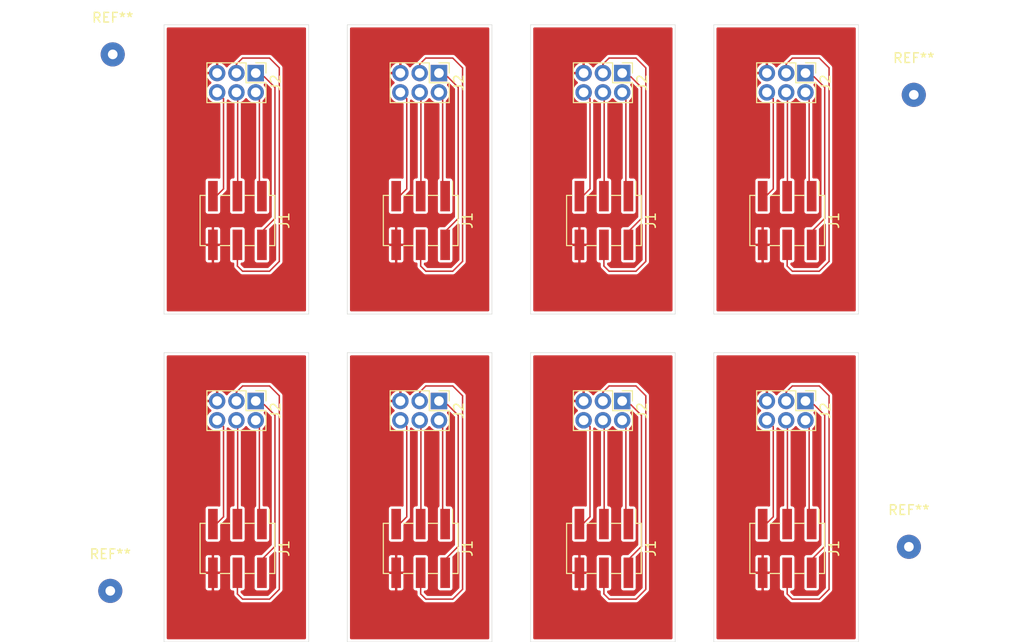
<source format=kicad_pcb>
(kicad_pcb (version 20171130) (host pcbnew 5.1.4)

  (general
    (thickness 1.6)
    (drawings 32)
    (tracks 192)
    (zones 0)
    (modules 20)
    (nets 7)
  )

  (page A4)
  (layers
    (0 F.Cu signal)
    (31 B.Cu signal)
    (32 B.Adhes user)
    (33 F.Adhes user)
    (34 B.Paste user)
    (35 F.Paste user)
    (36 B.SilkS user)
    (37 F.SilkS user)
    (38 B.Mask user)
    (39 F.Mask user)
    (40 Dwgs.User user)
    (41 Cmts.User user)
    (42 Eco1.User user)
    (43 Eco2.User user)
    (44 Edge.Cuts user)
    (45 Margin user)
    (46 B.CrtYd user)
    (47 F.CrtYd user)
    (48 B.Fab user)
    (49 F.Fab user)
  )

  (setup
    (last_trace_width 0.15)
    (trace_clearance 0.15)
    (zone_clearance 0.254)
    (zone_45_only no)
    (trace_min 0.15)
    (via_size 0.8)
    (via_drill 0.4)
    (via_min_size 0.4)
    (via_min_drill 0.3)
    (uvia_size 0.3)
    (uvia_drill 0.1)
    (uvias_allowed no)
    (uvia_min_size 0.2)
    (uvia_min_drill 0.1)
    (edge_width 0.05)
    (segment_width 0.2)
    (pcb_text_width 0.3)
    (pcb_text_size 1.5 1.5)
    (mod_edge_width 0.12)
    (mod_text_size 1 1)
    (mod_text_width 0.15)
    (pad_size 2.49936 2.49936)
    (pad_drill 1.00076)
    (pad_to_mask_clearance 0.051)
    (solder_mask_min_width 0.25)
    (aux_axis_origin 148.943 68.6635)
    (grid_origin 210 100)
    (visible_elements FFFFFF7F)
    (pcbplotparams
      (layerselection 0x01000_7fffffff)
      (usegerberextensions false)
      (usegerberattributes false)
      (usegerberadvancedattributes false)
      (creategerberjobfile false)
      (excludeedgelayer false)
      (linewidth 0.100000)
      (plotframeref false)
      (viasonmask false)
      (mode 1)
      (useauxorigin false)
      (hpglpennumber 1)
      (hpglpenspeed 20)
      (hpglpendiameter 15.000000)
      (psnegative false)
      (psa4output false)
      (plotreference true)
      (plotvalue true)
      (plotinvisibletext false)
      (padsonsilk false)
      (subtractmaskfromsilk false)
      (outputformat 5)
      (mirror false)
      (drillshape 2)
      (scaleselection 1)
      (outputdirectory "PRODUCTION_PUMA_20190924"))
  )

  (net 0 "")
  (net 1 /GND)
  (net 2 /RST)
  (net 3 /MOSI)
  (net 4 /SCK)
  (net 5 /VCC)
  (net 6 /MISO)

  (net_class Default "This is the default net class."
    (clearance 0.15)
    (trace_width 0.15)
    (via_dia 0.8)
    (via_drill 0.4)
    (uvia_dia 0.3)
    (uvia_drill 0.1)
    (add_net /GND)
    (add_net /MISO)
    (add_net /MOSI)
    (add_net /RST)
    (add_net /SCK)
    (add_net /VCC)
  )

  (module Connector_Wire:SolderWirePad_1x01_Drill1mm (layer F.Cu) (tedit 5D89CCE0) (tstamp 5D89EA3B)
    (at 221.176 70.917)
    (descr "Wire solder connection")
    (tags connector)
    (attr virtual)
    (fp_text reference REF** (at 0 -3.81) (layer F.SilkS)
      (effects (font (size 1 1) (thickness 0.15)))
    )
    (fp_text value SolderWirePad_1x01_Drill1mm (at 0 3.175) (layer F.Fab)
      (effects (font (size 1 1) (thickness 0.15)))
    )
    (fp_text user %R (at 0 0) (layer F.Fab)
      (effects (font (size 1 1) (thickness 0.15)))
    )
    (fp_line (start -1.75 -1.75) (end 1.75 -1.75) (layer F.CrtYd) (width 0.05))
    (fp_line (start -1.75 -1.75) (end -1.75 1.75) (layer F.CrtYd) (width 0.05))
    (fp_line (start 1.75 1.75) (end 1.75 -1.75) (layer F.CrtYd) (width 0.05))
    (fp_line (start 1.75 1.75) (end -1.75 1.75) (layer F.CrtYd) (width 0.05))
    (pad "" np_thru_hole circle (at 0 0) (size 2.49936 2.49936) (drill 1.00076) (layers *.Cu *.Mask))
  )

  (module Connector_Wire:SolderWirePad_1x01_Drill1mm (layer F.Cu) (tedit 5D89CCE0) (tstamp 5D89EA29)
    (at 220.668 117.78)
    (descr "Wire solder connection")
    (tags connector)
    (attr virtual)
    (fp_text reference REF** (at 0 -3.81) (layer F.SilkS)
      (effects (font (size 1 1) (thickness 0.15)))
    )
    (fp_text value SolderWirePad_1x01_Drill1mm (at 0 3.175) (layer F.Fab)
      (effects (font (size 1 1) (thickness 0.15)))
    )
    (fp_line (start 1.75 1.75) (end -1.75 1.75) (layer F.CrtYd) (width 0.05))
    (fp_line (start 1.75 1.75) (end 1.75 -1.75) (layer F.CrtYd) (width 0.05))
    (fp_line (start -1.75 -1.75) (end -1.75 1.75) (layer F.CrtYd) (width 0.05))
    (fp_line (start -1.75 -1.75) (end 1.75 -1.75) (layer F.CrtYd) (width 0.05))
    (fp_text user %R (at 0 0) (layer F.Fab)
      (effects (font (size 1 1) (thickness 0.15)))
    )
    (pad "" np_thru_hole circle (at 0 0) (size 2.49936 2.49936) (drill 1.00076) (layers *.Cu *.Mask))
  )

  (module Connector_Wire:SolderWirePad_1x01_Drill1mm (layer F.Cu) (tedit 5D89CCE0) (tstamp 5D89E9DD)
    (at 137.864 122.352)
    (descr "Wire solder connection")
    (tags connector)
    (attr virtual)
    (fp_text reference REF** (at 0 -3.81) (layer F.SilkS)
      (effects (font (size 1 1) (thickness 0.15)))
    )
    (fp_text value SolderWirePad_1x01_Drill1mm (at 0 3.175) (layer F.Fab)
      (effects (font (size 1 1) (thickness 0.15)))
    )
    (fp_text user %R (at 0 0) (layer F.Fab)
      (effects (font (size 1 1) (thickness 0.15)))
    )
    (fp_line (start -1.75 -1.75) (end 1.75 -1.75) (layer F.CrtYd) (width 0.05))
    (fp_line (start -1.75 -1.75) (end -1.75 1.75) (layer F.CrtYd) (width 0.05))
    (fp_line (start 1.75 1.75) (end 1.75 -1.75) (layer F.CrtYd) (width 0.05))
    (fp_line (start 1.75 1.75) (end -1.75 1.75) (layer F.CrtYd) (width 0.05))
    (pad "" np_thru_hole circle (at 0 0) (size 2.49936 2.49936) (drill 1.00076) (layers *.Cu *.Mask))
  )

  (module Connector_Wire:SolderWirePad_1x01_Drill1mm (layer F.Cu) (tedit 5D89CCE0) (tstamp 5D89EA02)
    (at 138.118 66.726)
    (descr "Wire solder connection")
    (tags connector)
    (attr virtual)
    (fp_text reference REF** (at 0 -3.81) (layer F.SilkS)
      (effects (font (size 1 1) (thickness 0.15)))
    )
    (fp_text value SolderWirePad_1x01_Drill1mm (at 0 3.175) (layer F.Fab)
      (effects (font (size 1 1) (thickness 0.15)))
    )
    (fp_line (start 1.75 1.75) (end -1.75 1.75) (layer F.CrtYd) (width 0.05))
    (fp_line (start 1.75 1.75) (end 1.75 -1.75) (layer F.CrtYd) (width 0.05))
    (fp_line (start -1.75 -1.75) (end -1.75 1.75) (layer F.CrtYd) (width 0.05))
    (fp_line (start -1.75 -1.75) (end 1.75 -1.75) (layer F.CrtYd) (width 0.05))
    (fp_text user %R (at 0 0) (layer F.Fab)
      (effects (font (size 1 1) (thickness 0.15)))
    )
    (pad "" np_thru_hole circle (at 0 0) (size 2.49936 2.49936) (drill 1.00076) (layers *.Cu *.Mask))
  )

  (module Connector_PinHeader_2.54mm:PinHeader_2x03_P2.54mm_Vertical_SMD (layer F.Cu) (tedit 59FED5CC) (tstamp 5D89E80A)
    (at 208.045 117.948 270)
    (descr "surface-mounted straight pin header, 2x03, 2.54mm pitch, double rows")
    (tags "Surface mounted pin header SMD 2x03 2.54mm double row")
    (path /5D8228DB)
    (attr smd)
    (fp_text reference J1 (at 0 -4.87 90) (layer F.SilkS)
      (effects (font (size 1 1) (thickness 0.15)))
    )
    (fp_text value Conn_02x03_Odd_Even (at 0 4.87 90) (layer F.Fab)
      (effects (font (size 1 1) (thickness 0.15)))
    )
    (fp_line (start 2.54 3.81) (end -2.54 3.81) (layer F.Fab) (width 0.1))
    (fp_line (start -1.59 -3.81) (end 2.54 -3.81) (layer F.Fab) (width 0.1))
    (fp_line (start -2.54 3.81) (end -2.54 -2.86) (layer F.Fab) (width 0.1))
    (fp_line (start -2.54 -2.86) (end -1.59 -3.81) (layer F.Fab) (width 0.1))
    (fp_line (start 2.54 -3.81) (end 2.54 3.81) (layer F.Fab) (width 0.1))
    (fp_line (start -2.54 -2.86) (end -3.6 -2.86) (layer F.Fab) (width 0.1))
    (fp_line (start -3.6 -2.86) (end -3.6 -2.22) (layer F.Fab) (width 0.1))
    (fp_line (start -3.6 -2.22) (end -2.54 -2.22) (layer F.Fab) (width 0.1))
    (fp_line (start 2.54 -2.86) (end 3.6 -2.86) (layer F.Fab) (width 0.1))
    (fp_line (start 3.6 -2.86) (end 3.6 -2.22) (layer F.Fab) (width 0.1))
    (fp_line (start 3.6 -2.22) (end 2.54 -2.22) (layer F.Fab) (width 0.1))
    (fp_line (start -2.54 -0.32) (end -3.6 -0.32) (layer F.Fab) (width 0.1))
    (fp_line (start -3.6 -0.32) (end -3.6 0.32) (layer F.Fab) (width 0.1))
    (fp_line (start -3.6 0.32) (end -2.54 0.32) (layer F.Fab) (width 0.1))
    (fp_line (start 2.54 -0.32) (end 3.6 -0.32) (layer F.Fab) (width 0.1))
    (fp_line (start 3.6 -0.32) (end 3.6 0.32) (layer F.Fab) (width 0.1))
    (fp_line (start 3.6 0.32) (end 2.54 0.32) (layer F.Fab) (width 0.1))
    (fp_line (start -2.54 2.22) (end -3.6 2.22) (layer F.Fab) (width 0.1))
    (fp_line (start -3.6 2.22) (end -3.6 2.86) (layer F.Fab) (width 0.1))
    (fp_line (start -3.6 2.86) (end -2.54 2.86) (layer F.Fab) (width 0.1))
    (fp_line (start 2.54 2.22) (end 3.6 2.22) (layer F.Fab) (width 0.1))
    (fp_line (start 3.6 2.22) (end 3.6 2.86) (layer F.Fab) (width 0.1))
    (fp_line (start 3.6 2.86) (end 2.54 2.86) (layer F.Fab) (width 0.1))
    (fp_line (start -2.6 -3.87) (end 2.6 -3.87) (layer F.SilkS) (width 0.12))
    (fp_line (start -2.6 3.87) (end 2.6 3.87) (layer F.SilkS) (width 0.12))
    (fp_line (start -4.04 -3.3) (end -2.6 -3.3) (layer F.SilkS) (width 0.12))
    (fp_line (start -2.6 -3.87) (end -2.6 -3.3) (layer F.SilkS) (width 0.12))
    (fp_line (start 2.6 -3.87) (end 2.6 -3.3) (layer F.SilkS) (width 0.12))
    (fp_line (start -2.6 3.3) (end -2.6 3.87) (layer F.SilkS) (width 0.12))
    (fp_line (start 2.6 3.3) (end 2.6 3.87) (layer F.SilkS) (width 0.12))
    (fp_line (start -2.6 -1.78) (end -2.6 -0.76) (layer F.SilkS) (width 0.12))
    (fp_line (start 2.6 -1.78) (end 2.6 -0.76) (layer F.SilkS) (width 0.12))
    (fp_line (start -2.6 0.76) (end -2.6 1.78) (layer F.SilkS) (width 0.12))
    (fp_line (start 2.6 0.76) (end 2.6 1.78) (layer F.SilkS) (width 0.12))
    (fp_line (start -5.9 -4.35) (end -5.9 4.35) (layer F.CrtYd) (width 0.05))
    (fp_line (start -5.9 4.35) (end 5.9 4.35) (layer F.CrtYd) (width 0.05))
    (fp_line (start 5.9 4.35) (end 5.9 -4.35) (layer F.CrtYd) (width 0.05))
    (fp_line (start 5.9 -4.35) (end -5.9 -4.35) (layer F.CrtYd) (width 0.05))
    (fp_text user %R (at 0 0) (layer F.Fab)
      (effects (font (size 1 1) (thickness 0.15)))
    )
    (pad 1 smd rect (at -2.525 -2.54 270) (size 3.15 1) (layers F.Cu F.Paste F.Mask)
      (net 6 /MISO))
    (pad 2 smd rect (at 2.525 -2.54 270) (size 3.15 1) (layers F.Cu F.Paste F.Mask)
      (net 5 /VCC))
    (pad 3 smd rect (at -2.525 0 270) (size 3.15 1) (layers F.Cu F.Paste F.Mask)
      (net 4 /SCK))
    (pad 4 smd rect (at 2.525 0 270) (size 3.15 1) (layers F.Cu F.Paste F.Mask)
      (net 3 /MOSI))
    (pad 5 smd rect (at -2.525 2.54 270) (size 3.15 1) (layers F.Cu F.Paste F.Mask)
      (net 2 /RST))
    (pad 6 smd rect (at 2.525 2.54 270) (size 3.15 1) (layers F.Cu F.Paste F.Mask)
      (net 1 /GND))
    (model ${KISYS3DMOD}/Connector_PinHeader_2.54mm.3dshapes/PinHeader_2x03_P2.54mm_Vertical_SMD.wrl
      (at (xyz 0 0 0))
      (scale (xyz 1 1 1))
      (rotate (xyz 0 0 0))
    )
  )

  (module Connector_PinHeader_2.54mm:PinHeader_2x03_P2.54mm_Vertical_SMD (layer F.Cu) (tedit 59FED5CC) (tstamp 5D89E7AA)
    (at 189.045 117.948 270)
    (descr "surface-mounted straight pin header, 2x03, 2.54mm pitch, double rows")
    (tags "Surface mounted pin header SMD 2x03 2.54mm double row")
    (path /5D8228DB)
    (attr smd)
    (fp_text reference J1 (at 0 -4.87 90) (layer F.SilkS)
      (effects (font (size 1 1) (thickness 0.15)))
    )
    (fp_text value Conn_02x03_Odd_Even (at 0 4.87 90) (layer F.Fab)
      (effects (font (size 1 1) (thickness 0.15)))
    )
    (fp_line (start 2.54 3.81) (end -2.54 3.81) (layer F.Fab) (width 0.1))
    (fp_line (start -1.59 -3.81) (end 2.54 -3.81) (layer F.Fab) (width 0.1))
    (fp_line (start -2.54 3.81) (end -2.54 -2.86) (layer F.Fab) (width 0.1))
    (fp_line (start -2.54 -2.86) (end -1.59 -3.81) (layer F.Fab) (width 0.1))
    (fp_line (start 2.54 -3.81) (end 2.54 3.81) (layer F.Fab) (width 0.1))
    (fp_line (start -2.54 -2.86) (end -3.6 -2.86) (layer F.Fab) (width 0.1))
    (fp_line (start -3.6 -2.86) (end -3.6 -2.22) (layer F.Fab) (width 0.1))
    (fp_line (start -3.6 -2.22) (end -2.54 -2.22) (layer F.Fab) (width 0.1))
    (fp_line (start 2.54 -2.86) (end 3.6 -2.86) (layer F.Fab) (width 0.1))
    (fp_line (start 3.6 -2.86) (end 3.6 -2.22) (layer F.Fab) (width 0.1))
    (fp_line (start 3.6 -2.22) (end 2.54 -2.22) (layer F.Fab) (width 0.1))
    (fp_line (start -2.54 -0.32) (end -3.6 -0.32) (layer F.Fab) (width 0.1))
    (fp_line (start -3.6 -0.32) (end -3.6 0.32) (layer F.Fab) (width 0.1))
    (fp_line (start -3.6 0.32) (end -2.54 0.32) (layer F.Fab) (width 0.1))
    (fp_line (start 2.54 -0.32) (end 3.6 -0.32) (layer F.Fab) (width 0.1))
    (fp_line (start 3.6 -0.32) (end 3.6 0.32) (layer F.Fab) (width 0.1))
    (fp_line (start 3.6 0.32) (end 2.54 0.32) (layer F.Fab) (width 0.1))
    (fp_line (start -2.54 2.22) (end -3.6 2.22) (layer F.Fab) (width 0.1))
    (fp_line (start -3.6 2.22) (end -3.6 2.86) (layer F.Fab) (width 0.1))
    (fp_line (start -3.6 2.86) (end -2.54 2.86) (layer F.Fab) (width 0.1))
    (fp_line (start 2.54 2.22) (end 3.6 2.22) (layer F.Fab) (width 0.1))
    (fp_line (start 3.6 2.22) (end 3.6 2.86) (layer F.Fab) (width 0.1))
    (fp_line (start 3.6 2.86) (end 2.54 2.86) (layer F.Fab) (width 0.1))
    (fp_line (start -2.6 -3.87) (end 2.6 -3.87) (layer F.SilkS) (width 0.12))
    (fp_line (start -2.6 3.87) (end 2.6 3.87) (layer F.SilkS) (width 0.12))
    (fp_line (start -4.04 -3.3) (end -2.6 -3.3) (layer F.SilkS) (width 0.12))
    (fp_line (start -2.6 -3.87) (end -2.6 -3.3) (layer F.SilkS) (width 0.12))
    (fp_line (start 2.6 -3.87) (end 2.6 -3.3) (layer F.SilkS) (width 0.12))
    (fp_line (start -2.6 3.3) (end -2.6 3.87) (layer F.SilkS) (width 0.12))
    (fp_line (start 2.6 3.3) (end 2.6 3.87) (layer F.SilkS) (width 0.12))
    (fp_line (start -2.6 -1.78) (end -2.6 -0.76) (layer F.SilkS) (width 0.12))
    (fp_line (start 2.6 -1.78) (end 2.6 -0.76) (layer F.SilkS) (width 0.12))
    (fp_line (start -2.6 0.76) (end -2.6 1.78) (layer F.SilkS) (width 0.12))
    (fp_line (start 2.6 0.76) (end 2.6 1.78) (layer F.SilkS) (width 0.12))
    (fp_line (start -5.9 -4.35) (end -5.9 4.35) (layer F.CrtYd) (width 0.05))
    (fp_line (start -5.9 4.35) (end 5.9 4.35) (layer F.CrtYd) (width 0.05))
    (fp_line (start 5.9 4.35) (end 5.9 -4.35) (layer F.CrtYd) (width 0.05))
    (fp_line (start 5.9 -4.35) (end -5.9 -4.35) (layer F.CrtYd) (width 0.05))
    (fp_text user %R (at 0 0) (layer F.Fab)
      (effects (font (size 1 1) (thickness 0.15)))
    )
    (pad 1 smd rect (at -2.525 -2.54 270) (size 3.15 1) (layers F.Cu F.Paste F.Mask)
      (net 6 /MISO))
    (pad 2 smd rect (at 2.525 -2.54 270) (size 3.15 1) (layers F.Cu F.Paste F.Mask)
      (net 5 /VCC))
    (pad 3 smd rect (at -2.525 0 270) (size 3.15 1) (layers F.Cu F.Paste F.Mask)
      (net 4 /SCK))
    (pad 4 smd rect (at 2.525 0 270) (size 3.15 1) (layers F.Cu F.Paste F.Mask)
      (net 3 /MOSI))
    (pad 5 smd rect (at -2.525 2.54 270) (size 3.15 1) (layers F.Cu F.Paste F.Mask)
      (net 2 /RST))
    (pad 6 smd rect (at 2.525 2.54 270) (size 3.15 1) (layers F.Cu F.Paste F.Mask)
      (net 1 /GND))
    (model ${KISYS3DMOD}/Connector_PinHeader_2.54mm.3dshapes/PinHeader_2x03_P2.54mm_Vertical_SMD.wrl
      (at (xyz 0 0 0))
      (scale (xyz 1 1 1))
      (rotate (xyz 0 0 0))
    )
  )

  (module Connector_PinHeader_2.54mm:PinHeader_2x03_P2.54mm_Vertical_SMD (layer F.Cu) (tedit 59FED5CC) (tstamp 5D89E74A)
    (at 170.045 117.948 270)
    (descr "surface-mounted straight pin header, 2x03, 2.54mm pitch, double rows")
    (tags "Surface mounted pin header SMD 2x03 2.54mm double row")
    (path /5D8228DB)
    (attr smd)
    (fp_text reference J1 (at 0 -4.87 90) (layer F.SilkS)
      (effects (font (size 1 1) (thickness 0.15)))
    )
    (fp_text value Conn_02x03_Odd_Even (at 0 4.87 90) (layer F.Fab)
      (effects (font (size 1 1) (thickness 0.15)))
    )
    (fp_line (start 2.54 3.81) (end -2.54 3.81) (layer F.Fab) (width 0.1))
    (fp_line (start -1.59 -3.81) (end 2.54 -3.81) (layer F.Fab) (width 0.1))
    (fp_line (start -2.54 3.81) (end -2.54 -2.86) (layer F.Fab) (width 0.1))
    (fp_line (start -2.54 -2.86) (end -1.59 -3.81) (layer F.Fab) (width 0.1))
    (fp_line (start 2.54 -3.81) (end 2.54 3.81) (layer F.Fab) (width 0.1))
    (fp_line (start -2.54 -2.86) (end -3.6 -2.86) (layer F.Fab) (width 0.1))
    (fp_line (start -3.6 -2.86) (end -3.6 -2.22) (layer F.Fab) (width 0.1))
    (fp_line (start -3.6 -2.22) (end -2.54 -2.22) (layer F.Fab) (width 0.1))
    (fp_line (start 2.54 -2.86) (end 3.6 -2.86) (layer F.Fab) (width 0.1))
    (fp_line (start 3.6 -2.86) (end 3.6 -2.22) (layer F.Fab) (width 0.1))
    (fp_line (start 3.6 -2.22) (end 2.54 -2.22) (layer F.Fab) (width 0.1))
    (fp_line (start -2.54 -0.32) (end -3.6 -0.32) (layer F.Fab) (width 0.1))
    (fp_line (start -3.6 -0.32) (end -3.6 0.32) (layer F.Fab) (width 0.1))
    (fp_line (start -3.6 0.32) (end -2.54 0.32) (layer F.Fab) (width 0.1))
    (fp_line (start 2.54 -0.32) (end 3.6 -0.32) (layer F.Fab) (width 0.1))
    (fp_line (start 3.6 -0.32) (end 3.6 0.32) (layer F.Fab) (width 0.1))
    (fp_line (start 3.6 0.32) (end 2.54 0.32) (layer F.Fab) (width 0.1))
    (fp_line (start -2.54 2.22) (end -3.6 2.22) (layer F.Fab) (width 0.1))
    (fp_line (start -3.6 2.22) (end -3.6 2.86) (layer F.Fab) (width 0.1))
    (fp_line (start -3.6 2.86) (end -2.54 2.86) (layer F.Fab) (width 0.1))
    (fp_line (start 2.54 2.22) (end 3.6 2.22) (layer F.Fab) (width 0.1))
    (fp_line (start 3.6 2.22) (end 3.6 2.86) (layer F.Fab) (width 0.1))
    (fp_line (start 3.6 2.86) (end 2.54 2.86) (layer F.Fab) (width 0.1))
    (fp_line (start -2.6 -3.87) (end 2.6 -3.87) (layer F.SilkS) (width 0.12))
    (fp_line (start -2.6 3.87) (end 2.6 3.87) (layer F.SilkS) (width 0.12))
    (fp_line (start -4.04 -3.3) (end -2.6 -3.3) (layer F.SilkS) (width 0.12))
    (fp_line (start -2.6 -3.87) (end -2.6 -3.3) (layer F.SilkS) (width 0.12))
    (fp_line (start 2.6 -3.87) (end 2.6 -3.3) (layer F.SilkS) (width 0.12))
    (fp_line (start -2.6 3.3) (end -2.6 3.87) (layer F.SilkS) (width 0.12))
    (fp_line (start 2.6 3.3) (end 2.6 3.87) (layer F.SilkS) (width 0.12))
    (fp_line (start -2.6 -1.78) (end -2.6 -0.76) (layer F.SilkS) (width 0.12))
    (fp_line (start 2.6 -1.78) (end 2.6 -0.76) (layer F.SilkS) (width 0.12))
    (fp_line (start -2.6 0.76) (end -2.6 1.78) (layer F.SilkS) (width 0.12))
    (fp_line (start 2.6 0.76) (end 2.6 1.78) (layer F.SilkS) (width 0.12))
    (fp_line (start -5.9 -4.35) (end -5.9 4.35) (layer F.CrtYd) (width 0.05))
    (fp_line (start -5.9 4.35) (end 5.9 4.35) (layer F.CrtYd) (width 0.05))
    (fp_line (start 5.9 4.35) (end 5.9 -4.35) (layer F.CrtYd) (width 0.05))
    (fp_line (start 5.9 -4.35) (end -5.9 -4.35) (layer F.CrtYd) (width 0.05))
    (fp_text user %R (at 0 0) (layer F.Fab)
      (effects (font (size 1 1) (thickness 0.15)))
    )
    (pad 1 smd rect (at -2.525 -2.54 270) (size 3.15 1) (layers F.Cu F.Paste F.Mask)
      (net 6 /MISO))
    (pad 2 smd rect (at 2.525 -2.54 270) (size 3.15 1) (layers F.Cu F.Paste F.Mask)
      (net 5 /VCC))
    (pad 3 smd rect (at -2.525 0 270) (size 3.15 1) (layers F.Cu F.Paste F.Mask)
      (net 4 /SCK))
    (pad 4 smd rect (at 2.525 0 270) (size 3.15 1) (layers F.Cu F.Paste F.Mask)
      (net 3 /MOSI))
    (pad 5 smd rect (at -2.525 2.54 270) (size 3.15 1) (layers F.Cu F.Paste F.Mask)
      (net 2 /RST))
    (pad 6 smd rect (at 2.525 2.54 270) (size 3.15 1) (layers F.Cu F.Paste F.Mask)
      (net 1 /GND))
    (model ${KISYS3DMOD}/Connector_PinHeader_2.54mm.3dshapes/PinHeader_2x03_P2.54mm_Vertical_SMD.wrl
      (at (xyz 0 0 0))
      (scale (xyz 1 1 1))
      (rotate (xyz 0 0 0))
    )
  )

  (module Connector_PinHeader_2.54mm:PinHeader_2x03_P2.54mm_Vertical_SMD (layer F.Cu) (tedit 59FED5CC) (tstamp 5D89E6EA)
    (at 151.045 117.948 270)
    (descr "surface-mounted straight pin header, 2x03, 2.54mm pitch, double rows")
    (tags "Surface mounted pin header SMD 2x03 2.54mm double row")
    (path /5D8228DB)
    (attr smd)
    (fp_text reference J1 (at 0 -4.87 90) (layer F.SilkS)
      (effects (font (size 1 1) (thickness 0.15)))
    )
    (fp_text value Conn_02x03_Odd_Even (at 0 4.87 90) (layer F.Fab)
      (effects (font (size 1 1) (thickness 0.15)))
    )
    (fp_line (start 2.54 3.81) (end -2.54 3.81) (layer F.Fab) (width 0.1))
    (fp_line (start -1.59 -3.81) (end 2.54 -3.81) (layer F.Fab) (width 0.1))
    (fp_line (start -2.54 3.81) (end -2.54 -2.86) (layer F.Fab) (width 0.1))
    (fp_line (start -2.54 -2.86) (end -1.59 -3.81) (layer F.Fab) (width 0.1))
    (fp_line (start 2.54 -3.81) (end 2.54 3.81) (layer F.Fab) (width 0.1))
    (fp_line (start -2.54 -2.86) (end -3.6 -2.86) (layer F.Fab) (width 0.1))
    (fp_line (start -3.6 -2.86) (end -3.6 -2.22) (layer F.Fab) (width 0.1))
    (fp_line (start -3.6 -2.22) (end -2.54 -2.22) (layer F.Fab) (width 0.1))
    (fp_line (start 2.54 -2.86) (end 3.6 -2.86) (layer F.Fab) (width 0.1))
    (fp_line (start 3.6 -2.86) (end 3.6 -2.22) (layer F.Fab) (width 0.1))
    (fp_line (start 3.6 -2.22) (end 2.54 -2.22) (layer F.Fab) (width 0.1))
    (fp_line (start -2.54 -0.32) (end -3.6 -0.32) (layer F.Fab) (width 0.1))
    (fp_line (start -3.6 -0.32) (end -3.6 0.32) (layer F.Fab) (width 0.1))
    (fp_line (start -3.6 0.32) (end -2.54 0.32) (layer F.Fab) (width 0.1))
    (fp_line (start 2.54 -0.32) (end 3.6 -0.32) (layer F.Fab) (width 0.1))
    (fp_line (start 3.6 -0.32) (end 3.6 0.32) (layer F.Fab) (width 0.1))
    (fp_line (start 3.6 0.32) (end 2.54 0.32) (layer F.Fab) (width 0.1))
    (fp_line (start -2.54 2.22) (end -3.6 2.22) (layer F.Fab) (width 0.1))
    (fp_line (start -3.6 2.22) (end -3.6 2.86) (layer F.Fab) (width 0.1))
    (fp_line (start -3.6 2.86) (end -2.54 2.86) (layer F.Fab) (width 0.1))
    (fp_line (start 2.54 2.22) (end 3.6 2.22) (layer F.Fab) (width 0.1))
    (fp_line (start 3.6 2.22) (end 3.6 2.86) (layer F.Fab) (width 0.1))
    (fp_line (start 3.6 2.86) (end 2.54 2.86) (layer F.Fab) (width 0.1))
    (fp_line (start -2.6 -3.87) (end 2.6 -3.87) (layer F.SilkS) (width 0.12))
    (fp_line (start -2.6 3.87) (end 2.6 3.87) (layer F.SilkS) (width 0.12))
    (fp_line (start -4.04 -3.3) (end -2.6 -3.3) (layer F.SilkS) (width 0.12))
    (fp_line (start -2.6 -3.87) (end -2.6 -3.3) (layer F.SilkS) (width 0.12))
    (fp_line (start 2.6 -3.87) (end 2.6 -3.3) (layer F.SilkS) (width 0.12))
    (fp_line (start -2.6 3.3) (end -2.6 3.87) (layer F.SilkS) (width 0.12))
    (fp_line (start 2.6 3.3) (end 2.6 3.87) (layer F.SilkS) (width 0.12))
    (fp_line (start -2.6 -1.78) (end -2.6 -0.76) (layer F.SilkS) (width 0.12))
    (fp_line (start 2.6 -1.78) (end 2.6 -0.76) (layer F.SilkS) (width 0.12))
    (fp_line (start -2.6 0.76) (end -2.6 1.78) (layer F.SilkS) (width 0.12))
    (fp_line (start 2.6 0.76) (end 2.6 1.78) (layer F.SilkS) (width 0.12))
    (fp_line (start -5.9 -4.35) (end -5.9 4.35) (layer F.CrtYd) (width 0.05))
    (fp_line (start -5.9 4.35) (end 5.9 4.35) (layer F.CrtYd) (width 0.05))
    (fp_line (start 5.9 4.35) (end 5.9 -4.35) (layer F.CrtYd) (width 0.05))
    (fp_line (start 5.9 -4.35) (end -5.9 -4.35) (layer F.CrtYd) (width 0.05))
    (fp_text user %R (at 0 0) (layer F.Fab)
      (effects (font (size 1 1) (thickness 0.15)))
    )
    (pad 1 smd rect (at -2.525 -2.54 270) (size 3.15 1) (layers F.Cu F.Paste F.Mask)
      (net 6 /MISO))
    (pad 2 smd rect (at 2.525 -2.54 270) (size 3.15 1) (layers F.Cu F.Paste F.Mask)
      (net 5 /VCC))
    (pad 3 smd rect (at -2.525 0 270) (size 3.15 1) (layers F.Cu F.Paste F.Mask)
      (net 4 /SCK))
    (pad 4 smd rect (at 2.525 0 270) (size 3.15 1) (layers F.Cu F.Paste F.Mask)
      (net 3 /MOSI))
    (pad 5 smd rect (at -2.525 2.54 270) (size 3.15 1) (layers F.Cu F.Paste F.Mask)
      (net 2 /RST))
    (pad 6 smd rect (at 2.525 2.54 270) (size 3.15 1) (layers F.Cu F.Paste F.Mask)
      (net 1 /GND))
    (model ${KISYS3DMOD}/Connector_PinHeader_2.54mm.3dshapes/PinHeader_2x03_P2.54mm_Vertical_SMD.wrl
      (at (xyz 0 0 0))
      (scale (xyz 1 1 1))
      (rotate (xyz 0 0 0))
    )
  )

  (module Connector_PinHeader_2.54mm:PinHeader_2x03_P2.54mm_Vertical_SMD (layer F.Cu) (tedit 59FED5CC) (tstamp 5D89E68A)
    (at 208.045 83.948 270)
    (descr "surface-mounted straight pin header, 2x03, 2.54mm pitch, double rows")
    (tags "Surface mounted pin header SMD 2x03 2.54mm double row")
    (path /5D8228DB)
    (attr smd)
    (fp_text reference J1 (at 0 -4.87 90) (layer F.SilkS)
      (effects (font (size 1 1) (thickness 0.15)))
    )
    (fp_text value Conn_02x03_Odd_Even (at 0 4.87 90) (layer F.Fab)
      (effects (font (size 1 1) (thickness 0.15)))
    )
    (fp_line (start 2.54 3.81) (end -2.54 3.81) (layer F.Fab) (width 0.1))
    (fp_line (start -1.59 -3.81) (end 2.54 -3.81) (layer F.Fab) (width 0.1))
    (fp_line (start -2.54 3.81) (end -2.54 -2.86) (layer F.Fab) (width 0.1))
    (fp_line (start -2.54 -2.86) (end -1.59 -3.81) (layer F.Fab) (width 0.1))
    (fp_line (start 2.54 -3.81) (end 2.54 3.81) (layer F.Fab) (width 0.1))
    (fp_line (start -2.54 -2.86) (end -3.6 -2.86) (layer F.Fab) (width 0.1))
    (fp_line (start -3.6 -2.86) (end -3.6 -2.22) (layer F.Fab) (width 0.1))
    (fp_line (start -3.6 -2.22) (end -2.54 -2.22) (layer F.Fab) (width 0.1))
    (fp_line (start 2.54 -2.86) (end 3.6 -2.86) (layer F.Fab) (width 0.1))
    (fp_line (start 3.6 -2.86) (end 3.6 -2.22) (layer F.Fab) (width 0.1))
    (fp_line (start 3.6 -2.22) (end 2.54 -2.22) (layer F.Fab) (width 0.1))
    (fp_line (start -2.54 -0.32) (end -3.6 -0.32) (layer F.Fab) (width 0.1))
    (fp_line (start -3.6 -0.32) (end -3.6 0.32) (layer F.Fab) (width 0.1))
    (fp_line (start -3.6 0.32) (end -2.54 0.32) (layer F.Fab) (width 0.1))
    (fp_line (start 2.54 -0.32) (end 3.6 -0.32) (layer F.Fab) (width 0.1))
    (fp_line (start 3.6 -0.32) (end 3.6 0.32) (layer F.Fab) (width 0.1))
    (fp_line (start 3.6 0.32) (end 2.54 0.32) (layer F.Fab) (width 0.1))
    (fp_line (start -2.54 2.22) (end -3.6 2.22) (layer F.Fab) (width 0.1))
    (fp_line (start -3.6 2.22) (end -3.6 2.86) (layer F.Fab) (width 0.1))
    (fp_line (start -3.6 2.86) (end -2.54 2.86) (layer F.Fab) (width 0.1))
    (fp_line (start 2.54 2.22) (end 3.6 2.22) (layer F.Fab) (width 0.1))
    (fp_line (start 3.6 2.22) (end 3.6 2.86) (layer F.Fab) (width 0.1))
    (fp_line (start 3.6 2.86) (end 2.54 2.86) (layer F.Fab) (width 0.1))
    (fp_line (start -2.6 -3.87) (end 2.6 -3.87) (layer F.SilkS) (width 0.12))
    (fp_line (start -2.6 3.87) (end 2.6 3.87) (layer F.SilkS) (width 0.12))
    (fp_line (start -4.04 -3.3) (end -2.6 -3.3) (layer F.SilkS) (width 0.12))
    (fp_line (start -2.6 -3.87) (end -2.6 -3.3) (layer F.SilkS) (width 0.12))
    (fp_line (start 2.6 -3.87) (end 2.6 -3.3) (layer F.SilkS) (width 0.12))
    (fp_line (start -2.6 3.3) (end -2.6 3.87) (layer F.SilkS) (width 0.12))
    (fp_line (start 2.6 3.3) (end 2.6 3.87) (layer F.SilkS) (width 0.12))
    (fp_line (start -2.6 -1.78) (end -2.6 -0.76) (layer F.SilkS) (width 0.12))
    (fp_line (start 2.6 -1.78) (end 2.6 -0.76) (layer F.SilkS) (width 0.12))
    (fp_line (start -2.6 0.76) (end -2.6 1.78) (layer F.SilkS) (width 0.12))
    (fp_line (start 2.6 0.76) (end 2.6 1.78) (layer F.SilkS) (width 0.12))
    (fp_line (start -5.9 -4.35) (end -5.9 4.35) (layer F.CrtYd) (width 0.05))
    (fp_line (start -5.9 4.35) (end 5.9 4.35) (layer F.CrtYd) (width 0.05))
    (fp_line (start 5.9 4.35) (end 5.9 -4.35) (layer F.CrtYd) (width 0.05))
    (fp_line (start 5.9 -4.35) (end -5.9 -4.35) (layer F.CrtYd) (width 0.05))
    (fp_text user %R (at 0 0) (layer F.Fab)
      (effects (font (size 1 1) (thickness 0.15)))
    )
    (pad 1 smd rect (at -2.525 -2.54 270) (size 3.15 1) (layers F.Cu F.Paste F.Mask)
      (net 6 /MISO))
    (pad 2 smd rect (at 2.525 -2.54 270) (size 3.15 1) (layers F.Cu F.Paste F.Mask)
      (net 5 /VCC))
    (pad 3 smd rect (at -2.525 0 270) (size 3.15 1) (layers F.Cu F.Paste F.Mask)
      (net 4 /SCK))
    (pad 4 smd rect (at 2.525 0 270) (size 3.15 1) (layers F.Cu F.Paste F.Mask)
      (net 3 /MOSI))
    (pad 5 smd rect (at -2.525 2.54 270) (size 3.15 1) (layers F.Cu F.Paste F.Mask)
      (net 2 /RST))
    (pad 6 smd rect (at 2.525 2.54 270) (size 3.15 1) (layers F.Cu F.Paste F.Mask)
      (net 1 /GND))
    (model ${KISYS3DMOD}/Connector_PinHeader_2.54mm.3dshapes/PinHeader_2x03_P2.54mm_Vertical_SMD.wrl
      (at (xyz 0 0 0))
      (scale (xyz 1 1 1))
      (rotate (xyz 0 0 0))
    )
  )

  (module Connector_PinHeader_2.54mm:PinHeader_2x03_P2.54mm_Vertical_SMD (layer F.Cu) (tedit 59FED5CC) (tstamp 5D89E62A)
    (at 189.045 83.948 270)
    (descr "surface-mounted straight pin header, 2x03, 2.54mm pitch, double rows")
    (tags "Surface mounted pin header SMD 2x03 2.54mm double row")
    (path /5D8228DB)
    (attr smd)
    (fp_text reference J1 (at 0 -4.87 90) (layer F.SilkS)
      (effects (font (size 1 1) (thickness 0.15)))
    )
    (fp_text value Conn_02x03_Odd_Even (at 0 4.87 90) (layer F.Fab)
      (effects (font (size 1 1) (thickness 0.15)))
    )
    (fp_line (start 2.54 3.81) (end -2.54 3.81) (layer F.Fab) (width 0.1))
    (fp_line (start -1.59 -3.81) (end 2.54 -3.81) (layer F.Fab) (width 0.1))
    (fp_line (start -2.54 3.81) (end -2.54 -2.86) (layer F.Fab) (width 0.1))
    (fp_line (start -2.54 -2.86) (end -1.59 -3.81) (layer F.Fab) (width 0.1))
    (fp_line (start 2.54 -3.81) (end 2.54 3.81) (layer F.Fab) (width 0.1))
    (fp_line (start -2.54 -2.86) (end -3.6 -2.86) (layer F.Fab) (width 0.1))
    (fp_line (start -3.6 -2.86) (end -3.6 -2.22) (layer F.Fab) (width 0.1))
    (fp_line (start -3.6 -2.22) (end -2.54 -2.22) (layer F.Fab) (width 0.1))
    (fp_line (start 2.54 -2.86) (end 3.6 -2.86) (layer F.Fab) (width 0.1))
    (fp_line (start 3.6 -2.86) (end 3.6 -2.22) (layer F.Fab) (width 0.1))
    (fp_line (start 3.6 -2.22) (end 2.54 -2.22) (layer F.Fab) (width 0.1))
    (fp_line (start -2.54 -0.32) (end -3.6 -0.32) (layer F.Fab) (width 0.1))
    (fp_line (start -3.6 -0.32) (end -3.6 0.32) (layer F.Fab) (width 0.1))
    (fp_line (start -3.6 0.32) (end -2.54 0.32) (layer F.Fab) (width 0.1))
    (fp_line (start 2.54 -0.32) (end 3.6 -0.32) (layer F.Fab) (width 0.1))
    (fp_line (start 3.6 -0.32) (end 3.6 0.32) (layer F.Fab) (width 0.1))
    (fp_line (start 3.6 0.32) (end 2.54 0.32) (layer F.Fab) (width 0.1))
    (fp_line (start -2.54 2.22) (end -3.6 2.22) (layer F.Fab) (width 0.1))
    (fp_line (start -3.6 2.22) (end -3.6 2.86) (layer F.Fab) (width 0.1))
    (fp_line (start -3.6 2.86) (end -2.54 2.86) (layer F.Fab) (width 0.1))
    (fp_line (start 2.54 2.22) (end 3.6 2.22) (layer F.Fab) (width 0.1))
    (fp_line (start 3.6 2.22) (end 3.6 2.86) (layer F.Fab) (width 0.1))
    (fp_line (start 3.6 2.86) (end 2.54 2.86) (layer F.Fab) (width 0.1))
    (fp_line (start -2.6 -3.87) (end 2.6 -3.87) (layer F.SilkS) (width 0.12))
    (fp_line (start -2.6 3.87) (end 2.6 3.87) (layer F.SilkS) (width 0.12))
    (fp_line (start -4.04 -3.3) (end -2.6 -3.3) (layer F.SilkS) (width 0.12))
    (fp_line (start -2.6 -3.87) (end -2.6 -3.3) (layer F.SilkS) (width 0.12))
    (fp_line (start 2.6 -3.87) (end 2.6 -3.3) (layer F.SilkS) (width 0.12))
    (fp_line (start -2.6 3.3) (end -2.6 3.87) (layer F.SilkS) (width 0.12))
    (fp_line (start 2.6 3.3) (end 2.6 3.87) (layer F.SilkS) (width 0.12))
    (fp_line (start -2.6 -1.78) (end -2.6 -0.76) (layer F.SilkS) (width 0.12))
    (fp_line (start 2.6 -1.78) (end 2.6 -0.76) (layer F.SilkS) (width 0.12))
    (fp_line (start -2.6 0.76) (end -2.6 1.78) (layer F.SilkS) (width 0.12))
    (fp_line (start 2.6 0.76) (end 2.6 1.78) (layer F.SilkS) (width 0.12))
    (fp_line (start -5.9 -4.35) (end -5.9 4.35) (layer F.CrtYd) (width 0.05))
    (fp_line (start -5.9 4.35) (end 5.9 4.35) (layer F.CrtYd) (width 0.05))
    (fp_line (start 5.9 4.35) (end 5.9 -4.35) (layer F.CrtYd) (width 0.05))
    (fp_line (start 5.9 -4.35) (end -5.9 -4.35) (layer F.CrtYd) (width 0.05))
    (fp_text user %R (at 0 0) (layer F.Fab)
      (effects (font (size 1 1) (thickness 0.15)))
    )
    (pad 1 smd rect (at -2.525 -2.54 270) (size 3.15 1) (layers F.Cu F.Paste F.Mask)
      (net 6 /MISO))
    (pad 2 smd rect (at 2.525 -2.54 270) (size 3.15 1) (layers F.Cu F.Paste F.Mask)
      (net 5 /VCC))
    (pad 3 smd rect (at -2.525 0 270) (size 3.15 1) (layers F.Cu F.Paste F.Mask)
      (net 4 /SCK))
    (pad 4 smd rect (at 2.525 0 270) (size 3.15 1) (layers F.Cu F.Paste F.Mask)
      (net 3 /MOSI))
    (pad 5 smd rect (at -2.525 2.54 270) (size 3.15 1) (layers F.Cu F.Paste F.Mask)
      (net 2 /RST))
    (pad 6 smd rect (at 2.525 2.54 270) (size 3.15 1) (layers F.Cu F.Paste F.Mask)
      (net 1 /GND))
    (model ${KISYS3DMOD}/Connector_PinHeader_2.54mm.3dshapes/PinHeader_2x03_P2.54mm_Vertical_SMD.wrl
      (at (xyz 0 0 0))
      (scale (xyz 1 1 1))
      (rotate (xyz 0 0 0))
    )
  )

  (module Connector_PinHeader_2.54mm:PinHeader_2x03_P2.54mm_Vertical_SMD (layer F.Cu) (tedit 59FED5CC) (tstamp 5D89E5CA)
    (at 170.045 83.948 270)
    (descr "surface-mounted straight pin header, 2x03, 2.54mm pitch, double rows")
    (tags "Surface mounted pin header SMD 2x03 2.54mm double row")
    (path /5D8228DB)
    (attr smd)
    (fp_text reference J1 (at 0 -4.87 90) (layer F.SilkS)
      (effects (font (size 1 1) (thickness 0.15)))
    )
    (fp_text value Conn_02x03_Odd_Even (at 0 4.87 90) (layer F.Fab)
      (effects (font (size 1 1) (thickness 0.15)))
    )
    (fp_line (start 2.54 3.81) (end -2.54 3.81) (layer F.Fab) (width 0.1))
    (fp_line (start -1.59 -3.81) (end 2.54 -3.81) (layer F.Fab) (width 0.1))
    (fp_line (start -2.54 3.81) (end -2.54 -2.86) (layer F.Fab) (width 0.1))
    (fp_line (start -2.54 -2.86) (end -1.59 -3.81) (layer F.Fab) (width 0.1))
    (fp_line (start 2.54 -3.81) (end 2.54 3.81) (layer F.Fab) (width 0.1))
    (fp_line (start -2.54 -2.86) (end -3.6 -2.86) (layer F.Fab) (width 0.1))
    (fp_line (start -3.6 -2.86) (end -3.6 -2.22) (layer F.Fab) (width 0.1))
    (fp_line (start -3.6 -2.22) (end -2.54 -2.22) (layer F.Fab) (width 0.1))
    (fp_line (start 2.54 -2.86) (end 3.6 -2.86) (layer F.Fab) (width 0.1))
    (fp_line (start 3.6 -2.86) (end 3.6 -2.22) (layer F.Fab) (width 0.1))
    (fp_line (start 3.6 -2.22) (end 2.54 -2.22) (layer F.Fab) (width 0.1))
    (fp_line (start -2.54 -0.32) (end -3.6 -0.32) (layer F.Fab) (width 0.1))
    (fp_line (start -3.6 -0.32) (end -3.6 0.32) (layer F.Fab) (width 0.1))
    (fp_line (start -3.6 0.32) (end -2.54 0.32) (layer F.Fab) (width 0.1))
    (fp_line (start 2.54 -0.32) (end 3.6 -0.32) (layer F.Fab) (width 0.1))
    (fp_line (start 3.6 -0.32) (end 3.6 0.32) (layer F.Fab) (width 0.1))
    (fp_line (start 3.6 0.32) (end 2.54 0.32) (layer F.Fab) (width 0.1))
    (fp_line (start -2.54 2.22) (end -3.6 2.22) (layer F.Fab) (width 0.1))
    (fp_line (start -3.6 2.22) (end -3.6 2.86) (layer F.Fab) (width 0.1))
    (fp_line (start -3.6 2.86) (end -2.54 2.86) (layer F.Fab) (width 0.1))
    (fp_line (start 2.54 2.22) (end 3.6 2.22) (layer F.Fab) (width 0.1))
    (fp_line (start 3.6 2.22) (end 3.6 2.86) (layer F.Fab) (width 0.1))
    (fp_line (start 3.6 2.86) (end 2.54 2.86) (layer F.Fab) (width 0.1))
    (fp_line (start -2.6 -3.87) (end 2.6 -3.87) (layer F.SilkS) (width 0.12))
    (fp_line (start -2.6 3.87) (end 2.6 3.87) (layer F.SilkS) (width 0.12))
    (fp_line (start -4.04 -3.3) (end -2.6 -3.3) (layer F.SilkS) (width 0.12))
    (fp_line (start -2.6 -3.87) (end -2.6 -3.3) (layer F.SilkS) (width 0.12))
    (fp_line (start 2.6 -3.87) (end 2.6 -3.3) (layer F.SilkS) (width 0.12))
    (fp_line (start -2.6 3.3) (end -2.6 3.87) (layer F.SilkS) (width 0.12))
    (fp_line (start 2.6 3.3) (end 2.6 3.87) (layer F.SilkS) (width 0.12))
    (fp_line (start -2.6 -1.78) (end -2.6 -0.76) (layer F.SilkS) (width 0.12))
    (fp_line (start 2.6 -1.78) (end 2.6 -0.76) (layer F.SilkS) (width 0.12))
    (fp_line (start -2.6 0.76) (end -2.6 1.78) (layer F.SilkS) (width 0.12))
    (fp_line (start 2.6 0.76) (end 2.6 1.78) (layer F.SilkS) (width 0.12))
    (fp_line (start -5.9 -4.35) (end -5.9 4.35) (layer F.CrtYd) (width 0.05))
    (fp_line (start -5.9 4.35) (end 5.9 4.35) (layer F.CrtYd) (width 0.05))
    (fp_line (start 5.9 4.35) (end 5.9 -4.35) (layer F.CrtYd) (width 0.05))
    (fp_line (start 5.9 -4.35) (end -5.9 -4.35) (layer F.CrtYd) (width 0.05))
    (fp_text user %R (at 0 0) (layer F.Fab)
      (effects (font (size 1 1) (thickness 0.15)))
    )
    (pad 1 smd rect (at -2.525 -2.54 270) (size 3.15 1) (layers F.Cu F.Paste F.Mask)
      (net 6 /MISO))
    (pad 2 smd rect (at 2.525 -2.54 270) (size 3.15 1) (layers F.Cu F.Paste F.Mask)
      (net 5 /VCC))
    (pad 3 smd rect (at -2.525 0 270) (size 3.15 1) (layers F.Cu F.Paste F.Mask)
      (net 4 /SCK))
    (pad 4 smd rect (at 2.525 0 270) (size 3.15 1) (layers F.Cu F.Paste F.Mask)
      (net 3 /MOSI))
    (pad 5 smd rect (at -2.525 2.54 270) (size 3.15 1) (layers F.Cu F.Paste F.Mask)
      (net 2 /RST))
    (pad 6 smd rect (at 2.525 2.54 270) (size 3.15 1) (layers F.Cu F.Paste F.Mask)
      (net 1 /GND))
    (model ${KISYS3DMOD}/Connector_PinHeader_2.54mm.3dshapes/PinHeader_2x03_P2.54mm_Vertical_SMD.wrl
      (at (xyz 0 0 0))
      (scale (xyz 1 1 1))
      (rotate (xyz 0 0 0))
    )
  )

  (module Connector_PinHeader_2.00mm:PinHeader_2x03_P2.00mm_Vertical (layer F.Cu) (tedit 5D891D8F) (tstamp 5D89E4BF)
    (at 209.943 102.6635 270)
    (descr "Through hole straight pin header, 2x03, 2.00mm pitch, double rows")
    (tags "Through hole pin header THT 2x03 2.00mm double row")
    (path /5D82343D)
    (fp_text reference J2 (at 1 -2.06 90) (layer F.SilkS)
      (effects (font (size 1 1) (thickness 0.15)))
    )
    (fp_text value Conn_02x03_Odd_Even (at 1 6.06 90) (layer F.Fab)
      (effects (font (size 1 1) (thickness 0.15)))
    )
    (fp_line (start 0 -1) (end 3 -1) (layer F.Fab) (width 0.1))
    (fp_line (start 3 -1) (end 3 5) (layer F.Fab) (width 0.1))
    (fp_line (start 3 5) (end -1 5) (layer F.Fab) (width 0.1))
    (fp_line (start -1 5) (end -1 0) (layer F.Fab) (width 0.1))
    (fp_line (start -1 0) (end 0 -1) (layer F.Fab) (width 0.1))
    (fp_line (start -1.06 5.06) (end 3.06 5.06) (layer F.SilkS) (width 0.12))
    (fp_line (start -1.06 1) (end -1.06 5.06) (layer F.SilkS) (width 0.12))
    (fp_line (start 3.06 -1.06) (end 3.06 5.06) (layer F.SilkS) (width 0.12))
    (fp_line (start -1.06 1) (end 1 1) (layer F.SilkS) (width 0.12))
    (fp_line (start 1 1) (end 1 -1.06) (layer F.SilkS) (width 0.12))
    (fp_line (start 1 -1.06) (end 3.06 -1.06) (layer F.SilkS) (width 0.12))
    (fp_line (start -1.06 0) (end -1.06 -1.06) (layer F.SilkS) (width 0.12))
    (fp_line (start -1.06 -1.06) (end 0 -1.06) (layer F.SilkS) (width 0.12))
    (fp_line (start -1.5 -1.5) (end -1.5 5.5) (layer F.CrtYd) (width 0.05))
    (fp_line (start -1.5 5.5) (end 3.5 5.5) (layer F.CrtYd) (width 0.05))
    (fp_line (start 3.5 5.5) (end 3.5 -1.5) (layer F.CrtYd) (width 0.05))
    (fp_line (start 3.5 -1.5) (end -1.5 -1.5) (layer F.CrtYd) (width 0.05))
    (fp_text user %R (at 1 2) (layer F.Fab)
      (effects (font (size 1 1) (thickness 0.15)))
    )
    (pad 1 thru_hole rect (at 0 0 270) (size 1.7 1.7) (drill 1) (layers *.Cu *.Mask)
      (net 5 /VCC))
    (pad 2 thru_hole oval (at 2 0 270) (size 1.7 1.7) (drill 1) (layers *.Cu *.Mask)
      (net 6 /MISO))
    (pad 3 thru_hole oval (at 0 2 270) (size 1.7 1.7) (drill 1) (layers *.Cu *.Mask)
      (net 3 /MOSI))
    (pad 4 thru_hole oval (at 2 2 270) (size 1.7 1.7) (drill 1) (layers *.Cu *.Mask)
      (net 4 /SCK))
    (pad 5 thru_hole oval (at 0 4 270) (size 1.7 1.7) (drill 1) (layers *.Cu *.Mask)
      (net 1 /GND))
    (pad 6 thru_hole oval (at 2 4 270) (size 1.7 1.7) (drill 1) (layers *.Cu *.Mask)
      (net 2 /RST))
    (model ${KISYS3DMOD}/Connector_PinHeader_2.00mm.3dshapes/PinHeader_2x03_P2.00mm_Vertical.wrl
      (at (xyz 0 0 0))
      (scale (xyz 1 1 1))
      (rotate (xyz 0 0 0))
    )
  )

  (module Connector_PinHeader_2.00mm:PinHeader_2x03_P2.00mm_Vertical (layer F.Cu) (tedit 5D891D8F) (tstamp 5D89E489)
    (at 190.943 102.6635 270)
    (descr "Through hole straight pin header, 2x03, 2.00mm pitch, double rows")
    (tags "Through hole pin header THT 2x03 2.00mm double row")
    (path /5D82343D)
    (fp_text reference J2 (at 1 -2.06 90) (layer F.SilkS)
      (effects (font (size 1 1) (thickness 0.15)))
    )
    (fp_text value Conn_02x03_Odd_Even (at 1 6.06 90) (layer F.Fab)
      (effects (font (size 1 1) (thickness 0.15)))
    )
    (fp_line (start 0 -1) (end 3 -1) (layer F.Fab) (width 0.1))
    (fp_line (start 3 -1) (end 3 5) (layer F.Fab) (width 0.1))
    (fp_line (start 3 5) (end -1 5) (layer F.Fab) (width 0.1))
    (fp_line (start -1 5) (end -1 0) (layer F.Fab) (width 0.1))
    (fp_line (start -1 0) (end 0 -1) (layer F.Fab) (width 0.1))
    (fp_line (start -1.06 5.06) (end 3.06 5.06) (layer F.SilkS) (width 0.12))
    (fp_line (start -1.06 1) (end -1.06 5.06) (layer F.SilkS) (width 0.12))
    (fp_line (start 3.06 -1.06) (end 3.06 5.06) (layer F.SilkS) (width 0.12))
    (fp_line (start -1.06 1) (end 1 1) (layer F.SilkS) (width 0.12))
    (fp_line (start 1 1) (end 1 -1.06) (layer F.SilkS) (width 0.12))
    (fp_line (start 1 -1.06) (end 3.06 -1.06) (layer F.SilkS) (width 0.12))
    (fp_line (start -1.06 0) (end -1.06 -1.06) (layer F.SilkS) (width 0.12))
    (fp_line (start -1.06 -1.06) (end 0 -1.06) (layer F.SilkS) (width 0.12))
    (fp_line (start -1.5 -1.5) (end -1.5 5.5) (layer F.CrtYd) (width 0.05))
    (fp_line (start -1.5 5.5) (end 3.5 5.5) (layer F.CrtYd) (width 0.05))
    (fp_line (start 3.5 5.5) (end 3.5 -1.5) (layer F.CrtYd) (width 0.05))
    (fp_line (start 3.5 -1.5) (end -1.5 -1.5) (layer F.CrtYd) (width 0.05))
    (fp_text user %R (at 1 2) (layer F.Fab)
      (effects (font (size 1 1) (thickness 0.15)))
    )
    (pad 1 thru_hole rect (at 0 0 270) (size 1.7 1.7) (drill 1) (layers *.Cu *.Mask)
      (net 5 /VCC))
    (pad 2 thru_hole oval (at 2 0 270) (size 1.7 1.7) (drill 1) (layers *.Cu *.Mask)
      (net 6 /MISO))
    (pad 3 thru_hole oval (at 0 2 270) (size 1.7 1.7) (drill 1) (layers *.Cu *.Mask)
      (net 3 /MOSI))
    (pad 4 thru_hole oval (at 2 2 270) (size 1.7 1.7) (drill 1) (layers *.Cu *.Mask)
      (net 4 /SCK))
    (pad 5 thru_hole oval (at 0 4 270) (size 1.7 1.7) (drill 1) (layers *.Cu *.Mask)
      (net 1 /GND))
    (pad 6 thru_hole oval (at 2 4 270) (size 1.7 1.7) (drill 1) (layers *.Cu *.Mask)
      (net 2 /RST))
    (model ${KISYS3DMOD}/Connector_PinHeader_2.00mm.3dshapes/PinHeader_2x03_P2.00mm_Vertical.wrl
      (at (xyz 0 0 0))
      (scale (xyz 1 1 1))
      (rotate (xyz 0 0 0))
    )
  )

  (module Connector_PinHeader_2.00mm:PinHeader_2x03_P2.00mm_Vertical (layer F.Cu) (tedit 5D891D8F) (tstamp 5D89E453)
    (at 171.943 102.6635 270)
    (descr "Through hole straight pin header, 2x03, 2.00mm pitch, double rows")
    (tags "Through hole pin header THT 2x03 2.00mm double row")
    (path /5D82343D)
    (fp_text reference J2 (at 1 -2.06 90) (layer F.SilkS)
      (effects (font (size 1 1) (thickness 0.15)))
    )
    (fp_text value Conn_02x03_Odd_Even (at 1 6.06 90) (layer F.Fab)
      (effects (font (size 1 1) (thickness 0.15)))
    )
    (fp_line (start 0 -1) (end 3 -1) (layer F.Fab) (width 0.1))
    (fp_line (start 3 -1) (end 3 5) (layer F.Fab) (width 0.1))
    (fp_line (start 3 5) (end -1 5) (layer F.Fab) (width 0.1))
    (fp_line (start -1 5) (end -1 0) (layer F.Fab) (width 0.1))
    (fp_line (start -1 0) (end 0 -1) (layer F.Fab) (width 0.1))
    (fp_line (start -1.06 5.06) (end 3.06 5.06) (layer F.SilkS) (width 0.12))
    (fp_line (start -1.06 1) (end -1.06 5.06) (layer F.SilkS) (width 0.12))
    (fp_line (start 3.06 -1.06) (end 3.06 5.06) (layer F.SilkS) (width 0.12))
    (fp_line (start -1.06 1) (end 1 1) (layer F.SilkS) (width 0.12))
    (fp_line (start 1 1) (end 1 -1.06) (layer F.SilkS) (width 0.12))
    (fp_line (start 1 -1.06) (end 3.06 -1.06) (layer F.SilkS) (width 0.12))
    (fp_line (start -1.06 0) (end -1.06 -1.06) (layer F.SilkS) (width 0.12))
    (fp_line (start -1.06 -1.06) (end 0 -1.06) (layer F.SilkS) (width 0.12))
    (fp_line (start -1.5 -1.5) (end -1.5 5.5) (layer F.CrtYd) (width 0.05))
    (fp_line (start -1.5 5.5) (end 3.5 5.5) (layer F.CrtYd) (width 0.05))
    (fp_line (start 3.5 5.5) (end 3.5 -1.5) (layer F.CrtYd) (width 0.05))
    (fp_line (start 3.5 -1.5) (end -1.5 -1.5) (layer F.CrtYd) (width 0.05))
    (fp_text user %R (at 1 2) (layer F.Fab)
      (effects (font (size 1 1) (thickness 0.15)))
    )
    (pad 1 thru_hole rect (at 0 0 270) (size 1.7 1.7) (drill 1) (layers *.Cu *.Mask)
      (net 5 /VCC))
    (pad 2 thru_hole oval (at 2 0 270) (size 1.7 1.7) (drill 1) (layers *.Cu *.Mask)
      (net 6 /MISO))
    (pad 3 thru_hole oval (at 0 2 270) (size 1.7 1.7) (drill 1) (layers *.Cu *.Mask)
      (net 3 /MOSI))
    (pad 4 thru_hole oval (at 2 2 270) (size 1.7 1.7) (drill 1) (layers *.Cu *.Mask)
      (net 4 /SCK))
    (pad 5 thru_hole oval (at 0 4 270) (size 1.7 1.7) (drill 1) (layers *.Cu *.Mask)
      (net 1 /GND))
    (pad 6 thru_hole oval (at 2 4 270) (size 1.7 1.7) (drill 1) (layers *.Cu *.Mask)
      (net 2 /RST))
    (model ${KISYS3DMOD}/Connector_PinHeader_2.00mm.3dshapes/PinHeader_2x03_P2.00mm_Vertical.wrl
      (at (xyz 0 0 0))
      (scale (xyz 1 1 1))
      (rotate (xyz 0 0 0))
    )
  )

  (module Connector_PinHeader_2.00mm:PinHeader_2x03_P2.00mm_Vertical (layer F.Cu) (tedit 5D891D8F) (tstamp 5D89E41D)
    (at 152.943 102.6635 270)
    (descr "Through hole straight pin header, 2x03, 2.00mm pitch, double rows")
    (tags "Through hole pin header THT 2x03 2.00mm double row")
    (path /5D82343D)
    (fp_text reference J2 (at 1 -2.06 90) (layer F.SilkS)
      (effects (font (size 1 1) (thickness 0.15)))
    )
    (fp_text value Conn_02x03_Odd_Even (at 1 6.06 90) (layer F.Fab)
      (effects (font (size 1 1) (thickness 0.15)))
    )
    (fp_line (start 0 -1) (end 3 -1) (layer F.Fab) (width 0.1))
    (fp_line (start 3 -1) (end 3 5) (layer F.Fab) (width 0.1))
    (fp_line (start 3 5) (end -1 5) (layer F.Fab) (width 0.1))
    (fp_line (start -1 5) (end -1 0) (layer F.Fab) (width 0.1))
    (fp_line (start -1 0) (end 0 -1) (layer F.Fab) (width 0.1))
    (fp_line (start -1.06 5.06) (end 3.06 5.06) (layer F.SilkS) (width 0.12))
    (fp_line (start -1.06 1) (end -1.06 5.06) (layer F.SilkS) (width 0.12))
    (fp_line (start 3.06 -1.06) (end 3.06 5.06) (layer F.SilkS) (width 0.12))
    (fp_line (start -1.06 1) (end 1 1) (layer F.SilkS) (width 0.12))
    (fp_line (start 1 1) (end 1 -1.06) (layer F.SilkS) (width 0.12))
    (fp_line (start 1 -1.06) (end 3.06 -1.06) (layer F.SilkS) (width 0.12))
    (fp_line (start -1.06 0) (end -1.06 -1.06) (layer F.SilkS) (width 0.12))
    (fp_line (start -1.06 -1.06) (end 0 -1.06) (layer F.SilkS) (width 0.12))
    (fp_line (start -1.5 -1.5) (end -1.5 5.5) (layer F.CrtYd) (width 0.05))
    (fp_line (start -1.5 5.5) (end 3.5 5.5) (layer F.CrtYd) (width 0.05))
    (fp_line (start 3.5 5.5) (end 3.5 -1.5) (layer F.CrtYd) (width 0.05))
    (fp_line (start 3.5 -1.5) (end -1.5 -1.5) (layer F.CrtYd) (width 0.05))
    (fp_text user %R (at 1 2) (layer F.Fab)
      (effects (font (size 1 1) (thickness 0.15)))
    )
    (pad 1 thru_hole rect (at 0 0 270) (size 1.7 1.7) (drill 1) (layers *.Cu *.Mask)
      (net 5 /VCC))
    (pad 2 thru_hole oval (at 2 0 270) (size 1.7 1.7) (drill 1) (layers *.Cu *.Mask)
      (net 6 /MISO))
    (pad 3 thru_hole oval (at 0 2 270) (size 1.7 1.7) (drill 1) (layers *.Cu *.Mask)
      (net 3 /MOSI))
    (pad 4 thru_hole oval (at 2 2 270) (size 1.7 1.7) (drill 1) (layers *.Cu *.Mask)
      (net 4 /SCK))
    (pad 5 thru_hole oval (at 0 4 270) (size 1.7 1.7) (drill 1) (layers *.Cu *.Mask)
      (net 1 /GND))
    (pad 6 thru_hole oval (at 2 4 270) (size 1.7 1.7) (drill 1) (layers *.Cu *.Mask)
      (net 2 /RST))
    (model ${KISYS3DMOD}/Connector_PinHeader_2.00mm.3dshapes/PinHeader_2x03_P2.00mm_Vertical.wrl
      (at (xyz 0 0 0))
      (scale (xyz 1 1 1))
      (rotate (xyz 0 0 0))
    )
  )

  (module Connector_PinHeader_2.00mm:PinHeader_2x03_P2.00mm_Vertical (layer F.Cu) (tedit 5D891D8F) (tstamp 5D89E3E7)
    (at 209.943 68.6635 270)
    (descr "Through hole straight pin header, 2x03, 2.00mm pitch, double rows")
    (tags "Through hole pin header THT 2x03 2.00mm double row")
    (path /5D82343D)
    (fp_text reference J2 (at 1 -2.06 90) (layer F.SilkS)
      (effects (font (size 1 1) (thickness 0.15)))
    )
    (fp_text value Conn_02x03_Odd_Even (at 1 6.06 90) (layer F.Fab)
      (effects (font (size 1 1) (thickness 0.15)))
    )
    (fp_line (start 0 -1) (end 3 -1) (layer F.Fab) (width 0.1))
    (fp_line (start 3 -1) (end 3 5) (layer F.Fab) (width 0.1))
    (fp_line (start 3 5) (end -1 5) (layer F.Fab) (width 0.1))
    (fp_line (start -1 5) (end -1 0) (layer F.Fab) (width 0.1))
    (fp_line (start -1 0) (end 0 -1) (layer F.Fab) (width 0.1))
    (fp_line (start -1.06 5.06) (end 3.06 5.06) (layer F.SilkS) (width 0.12))
    (fp_line (start -1.06 1) (end -1.06 5.06) (layer F.SilkS) (width 0.12))
    (fp_line (start 3.06 -1.06) (end 3.06 5.06) (layer F.SilkS) (width 0.12))
    (fp_line (start -1.06 1) (end 1 1) (layer F.SilkS) (width 0.12))
    (fp_line (start 1 1) (end 1 -1.06) (layer F.SilkS) (width 0.12))
    (fp_line (start 1 -1.06) (end 3.06 -1.06) (layer F.SilkS) (width 0.12))
    (fp_line (start -1.06 0) (end -1.06 -1.06) (layer F.SilkS) (width 0.12))
    (fp_line (start -1.06 -1.06) (end 0 -1.06) (layer F.SilkS) (width 0.12))
    (fp_line (start -1.5 -1.5) (end -1.5 5.5) (layer F.CrtYd) (width 0.05))
    (fp_line (start -1.5 5.5) (end 3.5 5.5) (layer F.CrtYd) (width 0.05))
    (fp_line (start 3.5 5.5) (end 3.5 -1.5) (layer F.CrtYd) (width 0.05))
    (fp_line (start 3.5 -1.5) (end -1.5 -1.5) (layer F.CrtYd) (width 0.05))
    (fp_text user %R (at 1 2) (layer F.Fab)
      (effects (font (size 1 1) (thickness 0.15)))
    )
    (pad 1 thru_hole rect (at 0 0 270) (size 1.7 1.7) (drill 1) (layers *.Cu *.Mask)
      (net 5 /VCC))
    (pad 2 thru_hole oval (at 2 0 270) (size 1.7 1.7) (drill 1) (layers *.Cu *.Mask)
      (net 6 /MISO))
    (pad 3 thru_hole oval (at 0 2 270) (size 1.7 1.7) (drill 1) (layers *.Cu *.Mask)
      (net 3 /MOSI))
    (pad 4 thru_hole oval (at 2 2 270) (size 1.7 1.7) (drill 1) (layers *.Cu *.Mask)
      (net 4 /SCK))
    (pad 5 thru_hole oval (at 0 4 270) (size 1.7 1.7) (drill 1) (layers *.Cu *.Mask)
      (net 1 /GND))
    (pad 6 thru_hole oval (at 2 4 270) (size 1.7 1.7) (drill 1) (layers *.Cu *.Mask)
      (net 2 /RST))
    (model ${KISYS3DMOD}/Connector_PinHeader_2.00mm.3dshapes/PinHeader_2x03_P2.00mm_Vertical.wrl
      (at (xyz 0 0 0))
      (scale (xyz 1 1 1))
      (rotate (xyz 0 0 0))
    )
  )

  (module Connector_PinHeader_2.00mm:PinHeader_2x03_P2.00mm_Vertical (layer F.Cu) (tedit 5D891D8F) (tstamp 5D89E3B1)
    (at 190.943 68.6635 270)
    (descr "Through hole straight pin header, 2x03, 2.00mm pitch, double rows")
    (tags "Through hole pin header THT 2x03 2.00mm double row")
    (path /5D82343D)
    (fp_text reference J2 (at 1 -2.06 90) (layer F.SilkS)
      (effects (font (size 1 1) (thickness 0.15)))
    )
    (fp_text value Conn_02x03_Odd_Even (at 1 6.06 90) (layer F.Fab)
      (effects (font (size 1 1) (thickness 0.15)))
    )
    (fp_line (start 0 -1) (end 3 -1) (layer F.Fab) (width 0.1))
    (fp_line (start 3 -1) (end 3 5) (layer F.Fab) (width 0.1))
    (fp_line (start 3 5) (end -1 5) (layer F.Fab) (width 0.1))
    (fp_line (start -1 5) (end -1 0) (layer F.Fab) (width 0.1))
    (fp_line (start -1 0) (end 0 -1) (layer F.Fab) (width 0.1))
    (fp_line (start -1.06 5.06) (end 3.06 5.06) (layer F.SilkS) (width 0.12))
    (fp_line (start -1.06 1) (end -1.06 5.06) (layer F.SilkS) (width 0.12))
    (fp_line (start 3.06 -1.06) (end 3.06 5.06) (layer F.SilkS) (width 0.12))
    (fp_line (start -1.06 1) (end 1 1) (layer F.SilkS) (width 0.12))
    (fp_line (start 1 1) (end 1 -1.06) (layer F.SilkS) (width 0.12))
    (fp_line (start 1 -1.06) (end 3.06 -1.06) (layer F.SilkS) (width 0.12))
    (fp_line (start -1.06 0) (end -1.06 -1.06) (layer F.SilkS) (width 0.12))
    (fp_line (start -1.06 -1.06) (end 0 -1.06) (layer F.SilkS) (width 0.12))
    (fp_line (start -1.5 -1.5) (end -1.5 5.5) (layer F.CrtYd) (width 0.05))
    (fp_line (start -1.5 5.5) (end 3.5 5.5) (layer F.CrtYd) (width 0.05))
    (fp_line (start 3.5 5.5) (end 3.5 -1.5) (layer F.CrtYd) (width 0.05))
    (fp_line (start 3.5 -1.5) (end -1.5 -1.5) (layer F.CrtYd) (width 0.05))
    (fp_text user %R (at 1 2) (layer F.Fab)
      (effects (font (size 1 1) (thickness 0.15)))
    )
    (pad 1 thru_hole rect (at 0 0 270) (size 1.7 1.7) (drill 1) (layers *.Cu *.Mask)
      (net 5 /VCC))
    (pad 2 thru_hole oval (at 2 0 270) (size 1.7 1.7) (drill 1) (layers *.Cu *.Mask)
      (net 6 /MISO))
    (pad 3 thru_hole oval (at 0 2 270) (size 1.7 1.7) (drill 1) (layers *.Cu *.Mask)
      (net 3 /MOSI))
    (pad 4 thru_hole oval (at 2 2 270) (size 1.7 1.7) (drill 1) (layers *.Cu *.Mask)
      (net 4 /SCK))
    (pad 5 thru_hole oval (at 0 4 270) (size 1.7 1.7) (drill 1) (layers *.Cu *.Mask)
      (net 1 /GND))
    (pad 6 thru_hole oval (at 2 4 270) (size 1.7 1.7) (drill 1) (layers *.Cu *.Mask)
      (net 2 /RST))
    (model ${KISYS3DMOD}/Connector_PinHeader_2.00mm.3dshapes/PinHeader_2x03_P2.00mm_Vertical.wrl
      (at (xyz 0 0 0))
      (scale (xyz 1 1 1))
      (rotate (xyz 0 0 0))
    )
  )

  (module Connector_PinHeader_2.00mm:PinHeader_2x03_P2.00mm_Vertical (layer F.Cu) (tedit 5D891D8F) (tstamp 5D89E37B)
    (at 171.943 68.6635 270)
    (descr "Through hole straight pin header, 2x03, 2.00mm pitch, double rows")
    (tags "Through hole pin header THT 2x03 2.00mm double row")
    (path /5D82343D)
    (fp_text reference J2 (at 1 -2.06 90) (layer F.SilkS)
      (effects (font (size 1 1) (thickness 0.15)))
    )
    (fp_text value Conn_02x03_Odd_Even (at 1 6.06 90) (layer F.Fab)
      (effects (font (size 1 1) (thickness 0.15)))
    )
    (fp_line (start 0 -1) (end 3 -1) (layer F.Fab) (width 0.1))
    (fp_line (start 3 -1) (end 3 5) (layer F.Fab) (width 0.1))
    (fp_line (start 3 5) (end -1 5) (layer F.Fab) (width 0.1))
    (fp_line (start -1 5) (end -1 0) (layer F.Fab) (width 0.1))
    (fp_line (start -1 0) (end 0 -1) (layer F.Fab) (width 0.1))
    (fp_line (start -1.06 5.06) (end 3.06 5.06) (layer F.SilkS) (width 0.12))
    (fp_line (start -1.06 1) (end -1.06 5.06) (layer F.SilkS) (width 0.12))
    (fp_line (start 3.06 -1.06) (end 3.06 5.06) (layer F.SilkS) (width 0.12))
    (fp_line (start -1.06 1) (end 1 1) (layer F.SilkS) (width 0.12))
    (fp_line (start 1 1) (end 1 -1.06) (layer F.SilkS) (width 0.12))
    (fp_line (start 1 -1.06) (end 3.06 -1.06) (layer F.SilkS) (width 0.12))
    (fp_line (start -1.06 0) (end -1.06 -1.06) (layer F.SilkS) (width 0.12))
    (fp_line (start -1.06 -1.06) (end 0 -1.06) (layer F.SilkS) (width 0.12))
    (fp_line (start -1.5 -1.5) (end -1.5 5.5) (layer F.CrtYd) (width 0.05))
    (fp_line (start -1.5 5.5) (end 3.5 5.5) (layer F.CrtYd) (width 0.05))
    (fp_line (start 3.5 5.5) (end 3.5 -1.5) (layer F.CrtYd) (width 0.05))
    (fp_line (start 3.5 -1.5) (end -1.5 -1.5) (layer F.CrtYd) (width 0.05))
    (fp_text user %R (at 1 2) (layer F.Fab)
      (effects (font (size 1 1) (thickness 0.15)))
    )
    (pad 1 thru_hole rect (at 0 0 270) (size 1.7 1.7) (drill 1) (layers *.Cu *.Mask)
      (net 5 /VCC))
    (pad 2 thru_hole oval (at 2 0 270) (size 1.7 1.7) (drill 1) (layers *.Cu *.Mask)
      (net 6 /MISO))
    (pad 3 thru_hole oval (at 0 2 270) (size 1.7 1.7) (drill 1) (layers *.Cu *.Mask)
      (net 3 /MOSI))
    (pad 4 thru_hole oval (at 2 2 270) (size 1.7 1.7) (drill 1) (layers *.Cu *.Mask)
      (net 4 /SCK))
    (pad 5 thru_hole oval (at 0 4 270) (size 1.7 1.7) (drill 1) (layers *.Cu *.Mask)
      (net 1 /GND))
    (pad 6 thru_hole oval (at 2 4 270) (size 1.7 1.7) (drill 1) (layers *.Cu *.Mask)
      (net 2 /RST))
    (model ${KISYS3DMOD}/Connector_PinHeader_2.00mm.3dshapes/PinHeader_2x03_P2.00mm_Vertical.wrl
      (at (xyz 0 0 0))
      (scale (xyz 1 1 1))
      (rotate (xyz 0 0 0))
    )
  )

  (module Connector_PinHeader_2.00mm:PinHeader_2x03_P2.00mm_Vertical (layer F.Cu) (tedit 5D891D8F) (tstamp 5D85EA9F)
    (at 152.943 68.6635 270)
    (descr "Through hole straight pin header, 2x03, 2.00mm pitch, double rows")
    (tags "Through hole pin header THT 2x03 2.00mm double row")
    (path /5D82343D)
    (fp_text reference J2 (at 1 -2.06 90) (layer F.SilkS)
      (effects (font (size 1 1) (thickness 0.15)))
    )
    (fp_text value Conn_02x03_Odd_Even (at 1 6.06 90) (layer F.Fab)
      (effects (font (size 1 1) (thickness 0.15)))
    )
    (fp_text user %R (at 1 2) (layer F.Fab)
      (effects (font (size 1 1) (thickness 0.15)))
    )
    (fp_line (start 3.5 -1.5) (end -1.5 -1.5) (layer F.CrtYd) (width 0.05))
    (fp_line (start 3.5 5.5) (end 3.5 -1.5) (layer F.CrtYd) (width 0.05))
    (fp_line (start -1.5 5.5) (end 3.5 5.5) (layer F.CrtYd) (width 0.05))
    (fp_line (start -1.5 -1.5) (end -1.5 5.5) (layer F.CrtYd) (width 0.05))
    (fp_line (start -1.06 -1.06) (end 0 -1.06) (layer F.SilkS) (width 0.12))
    (fp_line (start -1.06 0) (end -1.06 -1.06) (layer F.SilkS) (width 0.12))
    (fp_line (start 1 -1.06) (end 3.06 -1.06) (layer F.SilkS) (width 0.12))
    (fp_line (start 1 1) (end 1 -1.06) (layer F.SilkS) (width 0.12))
    (fp_line (start -1.06 1) (end 1 1) (layer F.SilkS) (width 0.12))
    (fp_line (start 3.06 -1.06) (end 3.06 5.06) (layer F.SilkS) (width 0.12))
    (fp_line (start -1.06 1) (end -1.06 5.06) (layer F.SilkS) (width 0.12))
    (fp_line (start -1.06 5.06) (end 3.06 5.06) (layer F.SilkS) (width 0.12))
    (fp_line (start -1 0) (end 0 -1) (layer F.Fab) (width 0.1))
    (fp_line (start -1 5) (end -1 0) (layer F.Fab) (width 0.1))
    (fp_line (start 3 5) (end -1 5) (layer F.Fab) (width 0.1))
    (fp_line (start 3 -1) (end 3 5) (layer F.Fab) (width 0.1))
    (fp_line (start 0 -1) (end 3 -1) (layer F.Fab) (width 0.1))
    (pad 6 thru_hole oval (at 2 4 270) (size 1.7 1.7) (drill 1) (layers *.Cu *.Mask)
      (net 2 /RST))
    (pad 5 thru_hole oval (at 0 4 270) (size 1.7 1.7) (drill 1) (layers *.Cu *.Mask)
      (net 1 /GND))
    (pad 4 thru_hole oval (at 2 2 270) (size 1.7 1.7) (drill 1) (layers *.Cu *.Mask)
      (net 4 /SCK))
    (pad 3 thru_hole oval (at 0 2 270) (size 1.7 1.7) (drill 1) (layers *.Cu *.Mask)
      (net 3 /MOSI))
    (pad 2 thru_hole oval (at 2 0 270) (size 1.7 1.7) (drill 1) (layers *.Cu *.Mask)
      (net 6 /MISO))
    (pad 1 thru_hole rect (at 0 0 270) (size 1.7 1.7) (drill 1) (layers *.Cu *.Mask)
      (net 5 /VCC))
    (model ${KISYS3DMOD}/Connector_PinHeader_2.00mm.3dshapes/PinHeader_2x03_P2.00mm_Vertical.wrl
      (at (xyz 0 0 0))
      (scale (xyz 1 1 1))
      (rotate (xyz 0 0 0))
    )
  )

  (module Connector_PinHeader_2.54mm:PinHeader_2x03_P2.54mm_Vertical_SMD (layer F.Cu) (tedit 59FED5CC) (tstamp 5D85E9F1)
    (at 151.045 83.948 270)
    (descr "surface-mounted straight pin header, 2x03, 2.54mm pitch, double rows")
    (tags "Surface mounted pin header SMD 2x03 2.54mm double row")
    (path /5D8228DB)
    (attr smd)
    (fp_text reference J1 (at 0 -4.87 90) (layer F.SilkS)
      (effects (font (size 1 1) (thickness 0.15)))
    )
    (fp_text value Conn_02x03_Odd_Even (at 0 4.87 90) (layer F.Fab)
      (effects (font (size 1 1) (thickness 0.15)))
    )
    (fp_text user %R (at 0 0) (layer F.Fab)
      (effects (font (size 1 1) (thickness 0.15)))
    )
    (fp_line (start 5.9 -4.35) (end -5.9 -4.35) (layer F.CrtYd) (width 0.05))
    (fp_line (start 5.9 4.35) (end 5.9 -4.35) (layer F.CrtYd) (width 0.05))
    (fp_line (start -5.9 4.35) (end 5.9 4.35) (layer F.CrtYd) (width 0.05))
    (fp_line (start -5.9 -4.35) (end -5.9 4.35) (layer F.CrtYd) (width 0.05))
    (fp_line (start 2.6 0.76) (end 2.6 1.78) (layer F.SilkS) (width 0.12))
    (fp_line (start -2.6 0.76) (end -2.6 1.78) (layer F.SilkS) (width 0.12))
    (fp_line (start 2.6 -1.78) (end 2.6 -0.76) (layer F.SilkS) (width 0.12))
    (fp_line (start -2.6 -1.78) (end -2.6 -0.76) (layer F.SilkS) (width 0.12))
    (fp_line (start 2.6 3.3) (end 2.6 3.87) (layer F.SilkS) (width 0.12))
    (fp_line (start -2.6 3.3) (end -2.6 3.87) (layer F.SilkS) (width 0.12))
    (fp_line (start 2.6 -3.87) (end 2.6 -3.3) (layer F.SilkS) (width 0.12))
    (fp_line (start -2.6 -3.87) (end -2.6 -3.3) (layer F.SilkS) (width 0.12))
    (fp_line (start -4.04 -3.3) (end -2.6 -3.3) (layer F.SilkS) (width 0.12))
    (fp_line (start -2.6 3.87) (end 2.6 3.87) (layer F.SilkS) (width 0.12))
    (fp_line (start -2.6 -3.87) (end 2.6 -3.87) (layer F.SilkS) (width 0.12))
    (fp_line (start 3.6 2.86) (end 2.54 2.86) (layer F.Fab) (width 0.1))
    (fp_line (start 3.6 2.22) (end 3.6 2.86) (layer F.Fab) (width 0.1))
    (fp_line (start 2.54 2.22) (end 3.6 2.22) (layer F.Fab) (width 0.1))
    (fp_line (start -3.6 2.86) (end -2.54 2.86) (layer F.Fab) (width 0.1))
    (fp_line (start -3.6 2.22) (end -3.6 2.86) (layer F.Fab) (width 0.1))
    (fp_line (start -2.54 2.22) (end -3.6 2.22) (layer F.Fab) (width 0.1))
    (fp_line (start 3.6 0.32) (end 2.54 0.32) (layer F.Fab) (width 0.1))
    (fp_line (start 3.6 -0.32) (end 3.6 0.32) (layer F.Fab) (width 0.1))
    (fp_line (start 2.54 -0.32) (end 3.6 -0.32) (layer F.Fab) (width 0.1))
    (fp_line (start -3.6 0.32) (end -2.54 0.32) (layer F.Fab) (width 0.1))
    (fp_line (start -3.6 -0.32) (end -3.6 0.32) (layer F.Fab) (width 0.1))
    (fp_line (start -2.54 -0.32) (end -3.6 -0.32) (layer F.Fab) (width 0.1))
    (fp_line (start 3.6 -2.22) (end 2.54 -2.22) (layer F.Fab) (width 0.1))
    (fp_line (start 3.6 -2.86) (end 3.6 -2.22) (layer F.Fab) (width 0.1))
    (fp_line (start 2.54 -2.86) (end 3.6 -2.86) (layer F.Fab) (width 0.1))
    (fp_line (start -3.6 -2.22) (end -2.54 -2.22) (layer F.Fab) (width 0.1))
    (fp_line (start -3.6 -2.86) (end -3.6 -2.22) (layer F.Fab) (width 0.1))
    (fp_line (start -2.54 -2.86) (end -3.6 -2.86) (layer F.Fab) (width 0.1))
    (fp_line (start 2.54 -3.81) (end 2.54 3.81) (layer F.Fab) (width 0.1))
    (fp_line (start -2.54 -2.86) (end -1.59 -3.81) (layer F.Fab) (width 0.1))
    (fp_line (start -2.54 3.81) (end -2.54 -2.86) (layer F.Fab) (width 0.1))
    (fp_line (start -1.59 -3.81) (end 2.54 -3.81) (layer F.Fab) (width 0.1))
    (fp_line (start 2.54 3.81) (end -2.54 3.81) (layer F.Fab) (width 0.1))
    (pad 6 smd rect (at 2.525 2.54 270) (size 3.15 1) (layers F.Cu F.Paste F.Mask)
      (net 1 /GND))
    (pad 5 smd rect (at -2.525 2.54 270) (size 3.15 1) (layers F.Cu F.Paste F.Mask)
      (net 2 /RST))
    (pad 4 smd rect (at 2.525 0 270) (size 3.15 1) (layers F.Cu F.Paste F.Mask)
      (net 3 /MOSI))
    (pad 3 smd rect (at -2.525 0 270) (size 3.15 1) (layers F.Cu F.Paste F.Mask)
      (net 4 /SCK))
    (pad 2 smd rect (at 2.525 -2.54 270) (size 3.15 1) (layers F.Cu F.Paste F.Mask)
      (net 5 /VCC))
    (pad 1 smd rect (at -2.525 -2.54 270) (size 3.15 1) (layers F.Cu F.Paste F.Mask)
      (net 6 /MISO))
    (model ${KISYS3DMOD}/Connector_PinHeader_2.54mm.3dshapes/PinHeader_2x03_P2.54mm_Vertical_SMD.wrl
      (at (xyz 0 0 0))
      (scale (xyz 1 1 1))
      (rotate (xyz 0 0 0))
    )
  )

  (gr_line (start 200.438 127.65) (end 200.438 97.65) (layer Edge.Cuts) (width 0.05) (tstamp 5D89E8E0))
  (gr_line (start 181.438 127.65) (end 181.438 97.65) (layer Edge.Cuts) (width 0.05) (tstamp 5D89E8DE))
  (gr_line (start 162.438 127.65) (end 162.438 97.65) (layer Edge.Cuts) (width 0.05) (tstamp 5D89E8DC))
  (gr_line (start 143.438 127.65) (end 143.438 97.65) (layer Edge.Cuts) (width 0.05) (tstamp 5D89E8DA))
  (gr_line (start 200.438 93.65) (end 200.438 63.65) (layer Edge.Cuts) (width 0.05) (tstamp 5D89E8D8))
  (gr_line (start 181.438 93.65) (end 181.438 63.65) (layer Edge.Cuts) (width 0.05) (tstamp 5D89E8D6))
  (gr_line (start 162.438 93.65) (end 162.438 63.65) (layer Edge.Cuts) (width 0.05) (tstamp 5D89E8D4))
  (gr_line (start 215.438 97.65) (end 215.438 127.65) (layer Edge.Cuts) (width 0.05) (tstamp 5D89E589))
  (gr_line (start 196.438 97.65) (end 196.438 127.65) (layer Edge.Cuts) (width 0.05) (tstamp 5D89E587))
  (gr_line (start 177.438 97.65) (end 177.438 127.65) (layer Edge.Cuts) (width 0.05) (tstamp 5D89E585))
  (gr_line (start 158.438 97.65) (end 158.438 127.65) (layer Edge.Cuts) (width 0.05) (tstamp 5D89E583))
  (gr_line (start 215.438 63.65) (end 215.438 93.65) (layer Edge.Cuts) (width 0.05) (tstamp 5D89E581))
  (gr_line (start 196.438 63.65) (end 196.438 93.65) (layer Edge.Cuts) (width 0.05) (tstamp 5D89E57F))
  (gr_line (start 177.438 63.65) (end 177.438 93.65) (layer Edge.Cuts) (width 0.05) (tstamp 5D89E57D))
  (gr_line (start 200.438 97.65) (end 215.438 97.65) (layer Edge.Cuts) (width 0.05) (tstamp 5D89E304))
  (gr_line (start 181.438 97.65) (end 196.438 97.65) (layer Edge.Cuts) (width 0.05) (tstamp 5D89E302))
  (gr_line (start 162.438 97.65) (end 177.438 97.65) (layer Edge.Cuts) (width 0.05) (tstamp 5D89E300))
  (gr_line (start 143.438 97.65) (end 158.438 97.65) (layer Edge.Cuts) (width 0.05) (tstamp 5D89E2FE))
  (gr_line (start 200.438 63.65) (end 215.438 63.65) (layer Edge.Cuts) (width 0.05) (tstamp 5D89E2FC))
  (gr_line (start 181.438 63.65) (end 196.438 63.65) (layer Edge.Cuts) (width 0.05) (tstamp 5D89E2FA))
  (gr_line (start 162.438 63.65) (end 177.438 63.65) (layer Edge.Cuts) (width 0.05) (tstamp 5D89E2F8))
  (gr_line (start 215.438 127.65) (end 200.438 127.65) (layer Edge.Cuts) (width 0.05) (tstamp 5D89E2F5))
  (gr_line (start 196.438 127.65) (end 181.438 127.65) (layer Edge.Cuts) (width 0.05) (tstamp 5D89E2F3))
  (gr_line (start 177.438 127.65) (end 162.438 127.65) (layer Edge.Cuts) (width 0.05) (tstamp 5D89E2F1))
  (gr_line (start 158.438 127.65) (end 143.438 127.65) (layer Edge.Cuts) (width 0.05) (tstamp 5D89E2EF))
  (gr_line (start 215.438 93.65) (end 200.438 93.65) (layer Edge.Cuts) (width 0.05) (tstamp 5D89E2ED))
  (gr_line (start 196.438 93.65) (end 181.438 93.65) (layer Edge.Cuts) (width 0.05) (tstamp 5D89E2EB))
  (gr_line (start 177.438 93.65) (end 162.438 93.65) (layer Edge.Cuts) (width 0.05) (tstamp 5D89E2E9))
  (gr_line (start 158.438 93.65) (end 143.438 93.65) (layer Edge.Cuts) (width 0.05) (tstamp 5D85EB06))
  (gr_line (start 158.438 63.65) (end 158.438 93.65) (layer Edge.Cuts) (width 0.05) (tstamp 5D85EADF))
  (gr_line (start 143.438 63.65) (end 158.438 63.65) (layer Edge.Cuts) (width 0.05) (tstamp 5D85EA58))
  (gr_line (start 143.438 93.65) (end 143.438 63.65) (layer Edge.Cuts) (width 0.05) (tstamp 5D85EB03))

  (segment (start 149.6045 71.325) (end 148.943 70.6635) (width 0.15) (layer F.Cu) (net 2) (tstamp 5D85EB0C))
  (segment (start 149.6045 80.668) (end 149.6045 71.325) (width 0.15) (layer F.Cu) (net 2) (tstamp 5D85EA82))
  (segment (start 148.244 81.3785) (end 148.894 81.3785) (width 0.15) (layer F.Cu) (net 2) (tstamp 5D85EAD6))
  (segment (start 148.894 81.3785) (end 149.6045 80.668) (width 0.15) (layer F.Cu) (net 2) (tstamp 5D85EAFD))
  (segment (start 168.6045 80.668) (end 168.6045 71.325) (width 0.15) (layer F.Cu) (net 2) (tstamp 5D89E343))
  (segment (start 187.6045 80.668) (end 187.6045 71.325) (width 0.15) (layer F.Cu) (net 2) (tstamp 5D89E345))
  (segment (start 206.6045 80.668) (end 206.6045 71.325) (width 0.15) (layer F.Cu) (net 2) (tstamp 5D89E347))
  (segment (start 149.6045 114.668) (end 149.6045 105.325) (width 0.15) (layer F.Cu) (net 2) (tstamp 5D89E349))
  (segment (start 168.6045 114.668) (end 168.6045 105.325) (width 0.15) (layer F.Cu) (net 2) (tstamp 5D89E34B))
  (segment (start 187.6045 114.668) (end 187.6045 105.325) (width 0.15) (layer F.Cu) (net 2) (tstamp 5D89E34D))
  (segment (start 206.6045 114.668) (end 206.6045 105.325) (width 0.15) (layer F.Cu) (net 2) (tstamp 5D89E34F))
  (segment (start 167.894 81.3785) (end 168.6045 80.668) (width 0.15) (layer F.Cu) (net 2) (tstamp 5D89E505))
  (segment (start 186.894 81.3785) (end 187.6045 80.668) (width 0.15) (layer F.Cu) (net 2) (tstamp 5D89E507))
  (segment (start 205.894 81.3785) (end 206.6045 80.668) (width 0.15) (layer F.Cu) (net 2) (tstamp 5D89E509))
  (segment (start 148.894 115.3785) (end 149.6045 114.668) (width 0.15) (layer F.Cu) (net 2) (tstamp 5D89E50B))
  (segment (start 167.894 115.3785) (end 168.6045 114.668) (width 0.15) (layer F.Cu) (net 2) (tstamp 5D89E50D))
  (segment (start 186.894 115.3785) (end 187.6045 114.668) (width 0.15) (layer F.Cu) (net 2) (tstamp 5D89E50F))
  (segment (start 205.894 115.3785) (end 206.6045 114.668) (width 0.15) (layer F.Cu) (net 2) (tstamp 5D89E511))
  (segment (start 167.244 81.3785) (end 167.894 81.3785) (width 0.15) (layer F.Cu) (net 2) (tstamp 5D89E889))
  (segment (start 186.244 81.3785) (end 186.894 81.3785) (width 0.15) (layer F.Cu) (net 2) (tstamp 5D89E88B))
  (segment (start 205.244 81.3785) (end 205.894 81.3785) (width 0.15) (layer F.Cu) (net 2) (tstamp 5D89E88D))
  (segment (start 148.244 115.3785) (end 148.894 115.3785) (width 0.15) (layer F.Cu) (net 2) (tstamp 5D89E88F))
  (segment (start 167.244 115.3785) (end 167.894 115.3785) (width 0.15) (layer F.Cu) (net 2) (tstamp 5D89E891))
  (segment (start 186.244 115.3785) (end 186.894 115.3785) (width 0.15) (layer F.Cu) (net 2) (tstamp 5D89E893))
  (segment (start 205.244 115.3785) (end 205.894 115.3785) (width 0.15) (layer F.Cu) (net 2) (tstamp 5D89E895))
  (segment (start 168.6045 71.325) (end 167.943 70.6635) (width 0.15) (layer F.Cu) (net 2) (tstamp 5D89E8A7))
  (segment (start 187.6045 71.325) (end 186.943 70.6635) (width 0.15) (layer F.Cu) (net 2) (tstamp 5D89E8A9))
  (segment (start 206.6045 71.325) (end 205.943 70.6635) (width 0.15) (layer F.Cu) (net 2) (tstamp 5D89E8AB))
  (segment (start 149.6045 105.325) (end 148.943 104.6635) (width 0.15) (layer F.Cu) (net 2) (tstamp 5D89E8AD))
  (segment (start 168.6045 105.325) (end 167.943 104.6635) (width 0.15) (layer F.Cu) (net 2) (tstamp 5D89E8AF))
  (segment (start 187.6045 105.325) (end 186.943 104.6635) (width 0.15) (layer F.Cu) (net 2) (tstamp 5D89E8B1))
  (segment (start 206.6045 105.325) (end 205.943 104.6635) (width 0.15) (layer F.Cu) (net 2) (tstamp 5D89E8B3))
  (segment (start 150.943 68.6635) (end 150.943 67.744) (width 0.15) (layer F.Cu) (net 3))
  (segment (start 150.943 67.744) (end 151.58 67.107) (width 0.15) (layer F.Cu) (net 3))
  (segment (start 151.58 67.107) (end 154.374 67.107) (width 0.15) (layer F.Cu) (net 3))
  (segment (start 154.374 67.107) (end 155.39 68.123) (width 0.15) (layer F.Cu) (net 3))
  (segment (start 155.39 68.123) (end 155.39 88.189) (width 0.15) (layer F.Cu) (net 3))
  (segment (start 155.39 88.189) (end 154.374 89.205) (width 0.15) (layer F.Cu) (net 3))
  (segment (start 154.374 89.205) (end 151.58 89.205) (width 0.15) (layer F.Cu) (net 3))
  (segment (start 151.045 88.67) (end 151.045 86.473) (width 0.15) (layer F.Cu) (net 3))
  (segment (start 151.58 89.205) (end 151.045 88.67) (width 0.15) (layer F.Cu) (net 3))
  (segment (start 170.58 89.205) (end 170.045 88.67) (width 0.15) (layer F.Cu) (net 3) (tstamp 5D89E307))
  (segment (start 189.58 89.205) (end 189.045 88.67) (width 0.15) (layer F.Cu) (net 3) (tstamp 5D89E309))
  (segment (start 208.58 89.205) (end 208.045 88.67) (width 0.15) (layer F.Cu) (net 3) (tstamp 5D89E30B))
  (segment (start 151.58 123.205) (end 151.045 122.67) (width 0.15) (layer F.Cu) (net 3) (tstamp 5D89E30D))
  (segment (start 170.58 123.205) (end 170.045 122.67) (width 0.15) (layer F.Cu) (net 3) (tstamp 5D89E30F))
  (segment (start 189.58 123.205) (end 189.045 122.67) (width 0.15) (layer F.Cu) (net 3) (tstamp 5D89E311))
  (segment (start 208.58 123.205) (end 208.045 122.67) (width 0.15) (layer F.Cu) (net 3) (tstamp 5D89E313))
  (segment (start 170.58 67.107) (end 173.374 67.107) (width 0.15) (layer F.Cu) (net 3) (tstamp 5D89E316))
  (segment (start 189.58 67.107) (end 192.374 67.107) (width 0.15) (layer F.Cu) (net 3) (tstamp 5D89E318))
  (segment (start 208.58 67.107) (end 211.374 67.107) (width 0.15) (layer F.Cu) (net 3) (tstamp 5D89E31A))
  (segment (start 151.58 101.107) (end 154.374 101.107) (width 0.15) (layer F.Cu) (net 3) (tstamp 5D89E31C))
  (segment (start 170.58 101.107) (end 173.374 101.107) (width 0.15) (layer F.Cu) (net 3) (tstamp 5D89E31E))
  (segment (start 189.58 101.107) (end 192.374 101.107) (width 0.15) (layer F.Cu) (net 3) (tstamp 5D89E320))
  (segment (start 208.58 101.107) (end 211.374 101.107) (width 0.15) (layer F.Cu) (net 3) (tstamp 5D89E322))
  (segment (start 174.39 88.189) (end 173.374 89.205) (width 0.15) (layer F.Cu) (net 3) (tstamp 5D89E352))
  (segment (start 193.39 88.189) (end 192.374 89.205) (width 0.15) (layer F.Cu) (net 3) (tstamp 5D89E354))
  (segment (start 212.39 88.189) (end 211.374 89.205) (width 0.15) (layer F.Cu) (net 3) (tstamp 5D89E356))
  (segment (start 155.39 122.189) (end 154.374 123.205) (width 0.15) (layer F.Cu) (net 3) (tstamp 5D89E358))
  (segment (start 174.39 122.189) (end 173.374 123.205) (width 0.15) (layer F.Cu) (net 3) (tstamp 5D89E35A))
  (segment (start 193.39 122.189) (end 192.374 123.205) (width 0.15) (layer F.Cu) (net 3) (tstamp 5D89E35C))
  (segment (start 212.39 122.189) (end 211.374 123.205) (width 0.15) (layer F.Cu) (net 3) (tstamp 5D89E35E))
  (segment (start 173.374 89.205) (end 170.58 89.205) (width 0.15) (layer F.Cu) (net 3) (tstamp 5D89E4F6))
  (segment (start 192.374 89.205) (end 189.58 89.205) (width 0.15) (layer F.Cu) (net 3) (tstamp 5D89E4F8))
  (segment (start 211.374 89.205) (end 208.58 89.205) (width 0.15) (layer F.Cu) (net 3) (tstamp 5D89E4FA))
  (segment (start 154.374 123.205) (end 151.58 123.205) (width 0.15) (layer F.Cu) (net 3) (tstamp 5D89E4FC))
  (segment (start 173.374 123.205) (end 170.58 123.205) (width 0.15) (layer F.Cu) (net 3) (tstamp 5D89E4FE))
  (segment (start 192.374 123.205) (end 189.58 123.205) (width 0.15) (layer F.Cu) (net 3) (tstamp 5D89E500))
  (segment (start 211.374 123.205) (end 208.58 123.205) (width 0.15) (layer F.Cu) (net 3) (tstamp 5D89E502))
  (segment (start 174.39 68.123) (end 174.39 88.189) (width 0.15) (layer F.Cu) (net 3) (tstamp 5D89E541))
  (segment (start 193.39 68.123) (end 193.39 88.189) (width 0.15) (layer F.Cu) (net 3) (tstamp 5D89E543))
  (segment (start 212.39 68.123) (end 212.39 88.189) (width 0.15) (layer F.Cu) (net 3) (tstamp 5D89E545))
  (segment (start 155.39 102.123) (end 155.39 122.189) (width 0.15) (layer F.Cu) (net 3) (tstamp 5D89E547))
  (segment (start 174.39 102.123) (end 174.39 122.189) (width 0.15) (layer F.Cu) (net 3) (tstamp 5D89E549))
  (segment (start 193.39 102.123) (end 193.39 122.189) (width 0.15) (layer F.Cu) (net 3) (tstamp 5D89E54B))
  (segment (start 212.39 102.123) (end 212.39 122.189) (width 0.15) (layer F.Cu) (net 3) (tstamp 5D89E54D))
  (segment (start 170.045 88.67) (end 170.045 86.473) (width 0.15) (layer F.Cu) (net 3) (tstamp 5D89E56E))
  (segment (start 189.045 88.67) (end 189.045 86.473) (width 0.15) (layer F.Cu) (net 3) (tstamp 5D89E570))
  (segment (start 208.045 88.67) (end 208.045 86.473) (width 0.15) (layer F.Cu) (net 3) (tstamp 5D89E572))
  (segment (start 151.045 122.67) (end 151.045 120.473) (width 0.15) (layer F.Cu) (net 3) (tstamp 5D89E574))
  (segment (start 170.045 122.67) (end 170.045 120.473) (width 0.15) (layer F.Cu) (net 3) (tstamp 5D89E576))
  (segment (start 189.045 122.67) (end 189.045 120.473) (width 0.15) (layer F.Cu) (net 3) (tstamp 5D89E578))
  (segment (start 208.045 122.67) (end 208.045 120.473) (width 0.15) (layer F.Cu) (net 3) (tstamp 5D89E57A))
  (segment (start 169.943 67.744) (end 170.58 67.107) (width 0.15) (layer F.Cu) (net 3) (tstamp 5D89E87A))
  (segment (start 188.943 67.744) (end 189.58 67.107) (width 0.15) (layer F.Cu) (net 3) (tstamp 5D89E87C))
  (segment (start 207.943 67.744) (end 208.58 67.107) (width 0.15) (layer F.Cu) (net 3) (tstamp 5D89E87E))
  (segment (start 150.943 101.744) (end 151.58 101.107) (width 0.15) (layer F.Cu) (net 3) (tstamp 5D89E880))
  (segment (start 169.943 101.744) (end 170.58 101.107) (width 0.15) (layer F.Cu) (net 3) (tstamp 5D89E882))
  (segment (start 188.943 101.744) (end 189.58 101.107) (width 0.15) (layer F.Cu) (net 3) (tstamp 5D89E884))
  (segment (start 207.943 101.744) (end 208.58 101.107) (width 0.15) (layer F.Cu) (net 3) (tstamp 5D89E886))
  (segment (start 169.943 68.6635) (end 169.943 67.744) (width 0.15) (layer F.Cu) (net 3) (tstamp 5D89E8C5))
  (segment (start 188.943 68.6635) (end 188.943 67.744) (width 0.15) (layer F.Cu) (net 3) (tstamp 5D89E8C7))
  (segment (start 207.943 68.6635) (end 207.943 67.744) (width 0.15) (layer F.Cu) (net 3) (tstamp 5D89E8C9))
  (segment (start 150.943 102.6635) (end 150.943 101.744) (width 0.15) (layer F.Cu) (net 3) (tstamp 5D89E8CB))
  (segment (start 169.943 102.6635) (end 169.943 101.744) (width 0.15) (layer F.Cu) (net 3) (tstamp 5D89E8CD))
  (segment (start 188.943 102.6635) (end 188.943 101.744) (width 0.15) (layer F.Cu) (net 3) (tstamp 5D89E8CF))
  (segment (start 207.943 102.6635) (end 207.943 101.744) (width 0.15) (layer F.Cu) (net 3) (tstamp 5D89E8D1))
  (segment (start 173.374 67.107) (end 174.39 68.123) (width 0.15) (layer F.Cu) (net 3) (tstamp 5D89E8E3))
  (segment (start 192.374 67.107) (end 193.39 68.123) (width 0.15) (layer F.Cu) (net 3) (tstamp 5D89E8E5))
  (segment (start 211.374 67.107) (end 212.39 68.123) (width 0.15) (layer F.Cu) (net 3) (tstamp 5D89E8E7))
  (segment (start 154.374 101.107) (end 155.39 102.123) (width 0.15) (layer F.Cu) (net 3) (tstamp 5D89E8E9))
  (segment (start 173.374 101.107) (end 174.39 102.123) (width 0.15) (layer F.Cu) (net 3) (tstamp 5D89E8EB))
  (segment (start 192.374 101.107) (end 193.39 102.123) (width 0.15) (layer F.Cu) (net 3) (tstamp 5D89E8ED))
  (segment (start 211.374 101.107) (end 212.39 102.123) (width 0.15) (layer F.Cu) (net 3) (tstamp 5D89E8EF))
  (segment (start 150.784 81.3785) (end 151.072 81.0905) (width 0.15) (layer F.Cu) (net 4))
  (segment (start 151.072 70.7925) (end 150.943 70.6635) (width 0.15) (layer F.Cu) (net 4))
  (segment (start 151.072 81.0905) (end 151.072 70.7925) (width 0.15) (layer F.Cu) (net 4))
  (segment (start 170.072 70.7925) (end 169.943 70.6635) (width 0.15) (layer F.Cu) (net 4) (tstamp 5D89E334))
  (segment (start 189.072 70.7925) (end 188.943 70.6635) (width 0.15) (layer F.Cu) (net 4) (tstamp 5D89E336))
  (segment (start 208.072 70.7925) (end 207.943 70.6635) (width 0.15) (layer F.Cu) (net 4) (tstamp 5D89E338))
  (segment (start 151.072 104.7925) (end 150.943 104.6635) (width 0.15) (layer F.Cu) (net 4) (tstamp 5D89E33A))
  (segment (start 170.072 104.7925) (end 169.943 104.6635) (width 0.15) (layer F.Cu) (net 4) (tstamp 5D89E33C))
  (segment (start 189.072 104.7925) (end 188.943 104.6635) (width 0.15) (layer F.Cu) (net 4) (tstamp 5D89E33E))
  (segment (start 208.072 104.7925) (end 207.943 104.6635) (width 0.15) (layer F.Cu) (net 4) (tstamp 5D89E340))
  (segment (start 170.072 81.0905) (end 170.072 70.7925) (width 0.15) (layer F.Cu) (net 4) (tstamp 5D89E550))
  (segment (start 189.072 81.0905) (end 189.072 70.7925) (width 0.15) (layer F.Cu) (net 4) (tstamp 5D89E552))
  (segment (start 208.072 81.0905) (end 208.072 70.7925) (width 0.15) (layer F.Cu) (net 4) (tstamp 5D89E554))
  (segment (start 151.072 115.0905) (end 151.072 104.7925) (width 0.15) (layer F.Cu) (net 4) (tstamp 5D89E556))
  (segment (start 170.072 115.0905) (end 170.072 104.7925) (width 0.15) (layer F.Cu) (net 4) (tstamp 5D89E558))
  (segment (start 189.072 115.0905) (end 189.072 104.7925) (width 0.15) (layer F.Cu) (net 4) (tstamp 5D89E55A))
  (segment (start 208.072 115.0905) (end 208.072 104.7925) (width 0.15) (layer F.Cu) (net 4) (tstamp 5D89E55C))
  (segment (start 169.784 81.3785) (end 170.072 81.0905) (width 0.15) (layer F.Cu) (net 4) (tstamp 5D89E898))
  (segment (start 188.784 81.3785) (end 189.072 81.0905) (width 0.15) (layer F.Cu) (net 4) (tstamp 5D89E89A))
  (segment (start 207.784 81.3785) (end 208.072 81.0905) (width 0.15) (layer F.Cu) (net 4) (tstamp 5D89E89C))
  (segment (start 150.784 115.3785) (end 151.072 115.0905) (width 0.15) (layer F.Cu) (net 4) (tstamp 5D89E89E))
  (segment (start 169.784 115.3785) (end 170.072 115.0905) (width 0.15) (layer F.Cu) (net 4) (tstamp 5D89E8A0))
  (segment (start 188.784 115.3785) (end 189.072 115.0905) (width 0.15) (layer F.Cu) (net 4) (tstamp 5D89E8A2))
  (segment (start 207.784 115.3785) (end 208.072 115.0905) (width 0.15) (layer F.Cu) (net 4) (tstamp 5D89E8A4))
  (segment (start 153.325002 69.045502) (end 152.943 68.6635) (width 0.15) (layer F.Cu) (net 5))
  (segment (start 153.324 85.3535) (end 154.938 83.7395) (width 0.15) (layer F.Cu) (net 5))
  (segment (start 154.938 83.7395) (end 154.938 70.15) (width 0.15) (layer F.Cu) (net 5))
  (segment (start 153.324 86.4285) (end 153.324 85.3535) (width 0.15) (layer F.Cu) (net 5))
  (segment (start 153.833502 69.045502) (end 153.325002 69.045502) (width 0.15) (layer F.Cu) (net 5))
  (segment (start 154.938 70.15) (end 153.833502 69.045502) (width 0.15) (layer F.Cu) (net 5))
  (segment (start 172.324 85.3535) (end 173.938 83.7395) (width 0.15) (layer F.Cu) (net 5) (tstamp 5D89E325))
  (segment (start 191.324 85.3535) (end 192.938 83.7395) (width 0.15) (layer F.Cu) (net 5) (tstamp 5D89E327))
  (segment (start 210.324 85.3535) (end 211.938 83.7395) (width 0.15) (layer F.Cu) (net 5) (tstamp 5D89E329))
  (segment (start 153.324 119.3535) (end 154.938 117.7395) (width 0.15) (layer F.Cu) (net 5) (tstamp 5D89E32B))
  (segment (start 172.324 119.3535) (end 173.938 117.7395) (width 0.15) (layer F.Cu) (net 5) (tstamp 5D89E32D))
  (segment (start 191.324 119.3535) (end 192.938 117.7395) (width 0.15) (layer F.Cu) (net 5) (tstamp 5D89E32F))
  (segment (start 210.324 119.3535) (end 211.938 117.7395) (width 0.15) (layer F.Cu) (net 5) (tstamp 5D89E331))
  (segment (start 173.938 83.7395) (end 173.938 70.15) (width 0.15) (layer F.Cu) (net 5) (tstamp 5D89E532))
  (segment (start 192.938 83.7395) (end 192.938 70.15) (width 0.15) (layer F.Cu) (net 5) (tstamp 5D89E534))
  (segment (start 211.938 83.7395) (end 211.938 70.15) (width 0.15) (layer F.Cu) (net 5) (tstamp 5D89E536))
  (segment (start 154.938 117.7395) (end 154.938 104.15) (width 0.15) (layer F.Cu) (net 5) (tstamp 5D89E538))
  (segment (start 173.938 117.7395) (end 173.938 104.15) (width 0.15) (layer F.Cu) (net 5) (tstamp 5D89E53A))
  (segment (start 192.938 117.7395) (end 192.938 104.15) (width 0.15) (layer F.Cu) (net 5) (tstamp 5D89E53C))
  (segment (start 211.938 117.7395) (end 211.938 104.15) (width 0.15) (layer F.Cu) (net 5) (tstamp 5D89E53E))
  (segment (start 172.324 86.4285) (end 172.324 85.3535) (width 0.15) (layer F.Cu) (net 5) (tstamp 5D89E55F))
  (segment (start 191.324 86.4285) (end 191.324 85.3535) (width 0.15) (layer F.Cu) (net 5) (tstamp 5D89E561))
  (segment (start 210.324 86.4285) (end 210.324 85.3535) (width 0.15) (layer F.Cu) (net 5) (tstamp 5D89E563))
  (segment (start 153.324 120.4285) (end 153.324 119.3535) (width 0.15) (layer F.Cu) (net 5) (tstamp 5D89E565))
  (segment (start 172.324 120.4285) (end 172.324 119.3535) (width 0.15) (layer F.Cu) (net 5) (tstamp 5D89E567))
  (segment (start 191.324 120.4285) (end 191.324 119.3535) (width 0.15) (layer F.Cu) (net 5) (tstamp 5D89E569))
  (segment (start 210.324 120.4285) (end 210.324 119.3535) (width 0.15) (layer F.Cu) (net 5) (tstamp 5D89E56B))
  (segment (start 173.938 70.15) (end 172.833502 69.045502) (width 0.15) (layer F.Cu) (net 5) (tstamp 5D89E58C))
  (segment (start 192.938 70.15) (end 191.833502 69.045502) (width 0.15) (layer F.Cu) (net 5) (tstamp 5D89E58E))
  (segment (start 211.938 70.15) (end 210.833502 69.045502) (width 0.15) (layer F.Cu) (net 5) (tstamp 5D89E590))
  (segment (start 154.938 104.15) (end 153.833502 103.045502) (width 0.15) (layer F.Cu) (net 5) (tstamp 5D89E592))
  (segment (start 173.938 104.15) (end 172.833502 103.045502) (width 0.15) (layer F.Cu) (net 5) (tstamp 5D89E594))
  (segment (start 192.938 104.15) (end 191.833502 103.045502) (width 0.15) (layer F.Cu) (net 5) (tstamp 5D89E596))
  (segment (start 211.938 104.15) (end 210.833502 103.045502) (width 0.15) (layer F.Cu) (net 5) (tstamp 5D89E598))
  (segment (start 172.833502 69.045502) (end 172.325002 69.045502) (width 0.15) (layer F.Cu) (net 5) (tstamp 5D89E8B6))
  (segment (start 191.833502 69.045502) (end 191.325002 69.045502) (width 0.15) (layer F.Cu) (net 5) (tstamp 5D89E8B8))
  (segment (start 210.833502 69.045502) (end 210.325002 69.045502) (width 0.15) (layer F.Cu) (net 5) (tstamp 5D89E8BA))
  (segment (start 153.833502 103.045502) (end 153.325002 103.045502) (width 0.15) (layer F.Cu) (net 5) (tstamp 5D89E8BC))
  (segment (start 172.833502 103.045502) (end 172.325002 103.045502) (width 0.15) (layer F.Cu) (net 5) (tstamp 5D89E8BE))
  (segment (start 191.833502 103.045502) (end 191.325002 103.045502) (width 0.15) (layer F.Cu) (net 5) (tstamp 5D89E8C0))
  (segment (start 210.833502 103.045502) (end 210.325002 103.045502) (width 0.15) (layer F.Cu) (net 5) (tstamp 5D89E8C2))
  (segment (start 172.325002 69.045502) (end 171.943 68.6635) (width 0.15) (layer F.Cu) (net 5) (tstamp 5D89E8F2))
  (segment (start 191.325002 69.045502) (end 190.943 68.6635) (width 0.15) (layer F.Cu) (net 5) (tstamp 5D89E8F4))
  (segment (start 210.325002 69.045502) (end 209.943 68.6635) (width 0.15) (layer F.Cu) (net 5) (tstamp 5D89E8F6))
  (segment (start 153.325002 103.045502) (end 152.943 102.6635) (width 0.15) (layer F.Cu) (net 5) (tstamp 5D89E8F8))
  (segment (start 172.325002 103.045502) (end 171.943 102.6635) (width 0.15) (layer F.Cu) (net 5) (tstamp 5D89E8FA))
  (segment (start 191.325002 103.045502) (end 190.943 102.6635) (width 0.15) (layer F.Cu) (net 5) (tstamp 5D89E8FC))
  (segment (start 210.325002 103.045502) (end 209.943 102.6635) (width 0.15) (layer F.Cu) (net 5) (tstamp 5D89E8FE))
  (segment (start 153.324 71.0445) (end 152.943 70.6635) (width 0.15) (layer F.Cu) (net 6) (tstamp 5D85EB00))
  (segment (start 153.324 81.3785) (end 153.324 71.0445) (width 0.15) (layer F.Cu) (net 6) (tstamp 5D85EA7F))
  (segment (start 172.324 71.0445) (end 171.943 70.6635) (width 0.15) (layer F.Cu) (net 6) (tstamp 5D89E514))
  (segment (start 191.324 71.0445) (end 190.943 70.6635) (width 0.15) (layer F.Cu) (net 6) (tstamp 5D89E516))
  (segment (start 210.324 71.0445) (end 209.943 70.6635) (width 0.15) (layer F.Cu) (net 6) (tstamp 5D89E518))
  (segment (start 153.324 105.0445) (end 152.943 104.6635) (width 0.15) (layer F.Cu) (net 6) (tstamp 5D89E51A))
  (segment (start 172.324 105.0445) (end 171.943 104.6635) (width 0.15) (layer F.Cu) (net 6) (tstamp 5D89E51C))
  (segment (start 191.324 105.0445) (end 190.943 104.6635) (width 0.15) (layer F.Cu) (net 6) (tstamp 5D89E51E))
  (segment (start 210.324 105.0445) (end 209.943 104.6635) (width 0.15) (layer F.Cu) (net 6) (tstamp 5D89E520))
  (segment (start 172.324 81.3785) (end 172.324 71.0445) (width 0.15) (layer F.Cu) (net 6) (tstamp 5D89E86B))
  (segment (start 191.324 81.3785) (end 191.324 71.0445) (width 0.15) (layer F.Cu) (net 6) (tstamp 5D89E86D))
  (segment (start 210.324 81.3785) (end 210.324 71.0445) (width 0.15) (layer F.Cu) (net 6) (tstamp 5D89E86F))
  (segment (start 153.324 115.3785) (end 153.324 105.0445) (width 0.15) (layer F.Cu) (net 6) (tstamp 5D89E871))
  (segment (start 172.324 115.3785) (end 172.324 105.0445) (width 0.15) (layer F.Cu) (net 6) (tstamp 5D89E873))
  (segment (start 191.324 115.3785) (end 191.324 105.0445) (width 0.15) (layer F.Cu) (net 6) (tstamp 5D89E875))
  (segment (start 210.324 115.3785) (end 210.324 105.0445) (width 0.15) (layer F.Cu) (net 6) (tstamp 5D89E877))

  (zone (net 1) (net_name /GND) (layer F.Cu) (tstamp 5D89EAD8) (hatch edge 0.508)
    (connect_pads (clearance 0.254))
    (min_thickness 0.253)
    (fill yes (arc_segments 32) (thermal_gap 0.254) (thermal_bridge_width 0.254))
    (polygon
      (pts
        (xy 143.438 93.65) (xy 143.438 63.65) (xy 158.438 63.65) (xy 158.438 93.65)
      )
    )
    (filled_polygon
      (pts
        (xy 158.032501 93.2445) (xy 143.8435 93.2445) (xy 143.8435 88.048) (xy 147.622659 88.048) (xy 147.630006 88.122591)
        (xy 147.651763 88.194316) (xy 147.687095 88.260417) (xy 147.734644 88.318356) (xy 147.792583 88.365905) (xy 147.858684 88.401237)
        (xy 147.930409 88.422994) (xy 148.005 88.430341) (xy 148.409375 88.4285) (xy 148.5045 88.333375) (xy 148.5045 86.4735)
        (xy 148.5055 86.4735) (xy 148.5055 88.333375) (xy 148.600625 88.4285) (xy 149.005 88.430341) (xy 149.079591 88.422994)
        (xy 149.151316 88.401237) (xy 149.217417 88.365905) (xy 149.275356 88.318356) (xy 149.322905 88.260417) (xy 149.358237 88.194316)
        (xy 149.379994 88.122591) (xy 149.387341 88.048) (xy 149.3855 86.568625) (xy 149.290375 86.4735) (xy 148.5055 86.4735)
        (xy 148.5045 86.4735) (xy 147.719625 86.4735) (xy 147.6245 86.568625) (xy 147.622659 88.048) (xy 143.8435 88.048)
        (xy 143.8435 84.898) (xy 147.622659 84.898) (xy 147.6245 86.377375) (xy 147.719625 86.4725) (xy 148.5045 86.4725)
        (xy 148.5045 84.612625) (xy 148.5055 84.612625) (xy 148.5055 86.4725) (xy 149.290375 86.4725) (xy 149.3855 86.377375)
        (xy 149.387341 84.898) (xy 149.379994 84.823409) (xy 149.358237 84.751684) (xy 149.322905 84.685583) (xy 149.275356 84.627644)
        (xy 149.217417 84.580095) (xy 149.151316 84.544763) (xy 149.079591 84.523006) (xy 149.005 84.515659) (xy 148.600625 84.5175)
        (xy 148.5055 84.612625) (xy 148.5045 84.612625) (xy 148.409375 84.5175) (xy 148.005 84.515659) (xy 147.930409 84.523006)
        (xy 147.858684 84.544763) (xy 147.792583 84.580095) (xy 147.734644 84.627644) (xy 147.687095 84.685583) (xy 147.651763 84.751684)
        (xy 147.630006 84.823409) (xy 147.622659 84.898) (xy 143.8435 84.898) (xy 143.8435 79.848) (xy 147.622659 79.848)
        (xy 147.622659 82.998) (xy 147.630006 83.072591) (xy 147.651763 83.144316) (xy 147.687095 83.210417) (xy 147.734644 83.268356)
        (xy 147.792583 83.315905) (xy 147.858684 83.351237) (xy 147.930409 83.372994) (xy 148.005 83.380341) (xy 149.005 83.380341)
        (xy 149.079591 83.372994) (xy 149.151316 83.351237) (xy 149.217417 83.315905) (xy 149.275356 83.268356) (xy 149.322905 83.210417)
        (xy 149.358237 83.144316) (xy 149.379994 83.072591) (xy 149.387341 82.998) (xy 149.387341 81.529332) (xy 149.91077 81.005904)
        (xy 149.928145 80.991645) (xy 149.985066 80.922286) (xy 150.004754 80.885452) (xy 150.027362 80.843156) (xy 150.053408 80.757294)
        (xy 150.062203 80.668) (xy 150.06 80.645634) (xy 150.06 71.527208) (xy 150.068696 71.537804) (xy 150.256064 71.691573)
        (xy 150.46983 71.805834) (xy 150.616501 71.850326) (xy 150.6165 79.465659) (xy 150.545 79.465659) (xy 150.470409 79.473006)
        (xy 150.398684 79.494763) (xy 150.332583 79.530095) (xy 150.274644 79.577644) (xy 150.227095 79.635583) (xy 150.191763 79.701684)
        (xy 150.170006 79.773409) (xy 150.162659 79.848) (xy 150.162659 82.998) (xy 150.170006 83.072591) (xy 150.191763 83.144316)
        (xy 150.227095 83.210417) (xy 150.274644 83.268356) (xy 150.332583 83.315905) (xy 150.398684 83.351237) (xy 150.470409 83.372994)
        (xy 150.545 83.380341) (xy 151.545 83.380341) (xy 151.619591 83.372994) (xy 151.691316 83.351237) (xy 151.757417 83.315905)
        (xy 151.815356 83.268356) (xy 151.862905 83.210417) (xy 151.898237 83.144316) (xy 151.919994 83.072591) (xy 151.927341 82.998)
        (xy 151.927341 79.848) (xy 151.919994 79.773409) (xy 151.898237 79.701684) (xy 151.862905 79.635583) (xy 151.815356 79.577644)
        (xy 151.757417 79.530095) (xy 151.691316 79.494763) (xy 151.619591 79.473006) (xy 151.545 79.465659) (xy 151.5275 79.465659)
        (xy 151.5275 71.746327) (xy 151.629936 71.691573) (xy 151.817304 71.537804) (xy 151.943 71.384643) (xy 152.068696 71.537804)
        (xy 152.256064 71.691573) (xy 152.46983 71.805834) (xy 152.70178 71.876195) (xy 152.868501 71.892616) (xy 152.8685 79.533446)
        (xy 152.814644 79.577644) (xy 152.767095 79.635583) (xy 152.731763 79.701684) (xy 152.710006 79.773409) (xy 152.702659 79.848)
        (xy 152.702659 82.998) (xy 152.710006 83.072591) (xy 152.731763 83.144316) (xy 152.767095 83.210417) (xy 152.814644 83.268356)
        (xy 152.872583 83.315905) (xy 152.938684 83.351237) (xy 153.010409 83.372994) (xy 153.085 83.380341) (xy 154.085 83.380341)
        (xy 154.159591 83.372994) (xy 154.231316 83.351237) (xy 154.297417 83.315905) (xy 154.355356 83.268356) (xy 154.402905 83.210417)
        (xy 154.438237 83.144316) (xy 154.459994 83.072591) (xy 154.467341 82.998) (xy 154.467341 79.848) (xy 154.459994 79.773409)
        (xy 154.438237 79.701684) (xy 154.402905 79.635583) (xy 154.355356 79.577644) (xy 154.297417 79.530095) (xy 154.231316 79.494763)
        (xy 154.159591 79.473006) (xy 154.085 79.465659) (xy 153.7795 79.465659) (xy 153.7795 71.568829) (xy 153.817304 71.537804)
        (xy 153.971073 71.350436) (xy 154.085334 71.13667) (xy 154.155695 70.90472) (xy 154.179453 70.6635) (xy 154.155695 70.42228)
        (xy 154.085334 70.19033) (xy 153.971073 69.976564) (xy 153.892576 69.880915) (xy 153.939316 69.866737) (xy 153.985746 69.84192)
        (xy 154.482501 70.338676) (xy 154.4825 83.550826) (xy 153.517668 84.515659) (xy 153.085 84.515659) (xy 153.010409 84.523006)
        (xy 152.938684 84.544763) (xy 152.872583 84.580095) (xy 152.814644 84.627644) (xy 152.767095 84.685583) (xy 152.731763 84.751684)
        (xy 152.710006 84.823409) (xy 152.702659 84.898) (xy 152.702659 88.048) (xy 152.710006 88.122591) (xy 152.731763 88.194316)
        (xy 152.767095 88.260417) (xy 152.814644 88.318356) (xy 152.872583 88.365905) (xy 152.938684 88.401237) (xy 153.010409 88.422994)
        (xy 153.085 88.430341) (xy 154.085 88.430341) (xy 154.159591 88.422994) (xy 154.231316 88.401237) (xy 154.297417 88.365905)
        (xy 154.355356 88.318356) (xy 154.402905 88.260417) (xy 154.438237 88.194316) (xy 154.459994 88.122591) (xy 154.467341 88.048)
        (xy 154.467341 84.898) (xy 154.463426 84.858248) (xy 154.934501 84.387173) (xy 154.934501 88.000325) (xy 154.185327 88.7495)
        (xy 151.768674 88.7495) (xy 151.5005 88.481326) (xy 151.5005 88.430341) (xy 151.545 88.430341) (xy 151.619591 88.422994)
        (xy 151.691316 88.401237) (xy 151.757417 88.365905) (xy 151.815356 88.318356) (xy 151.862905 88.260417) (xy 151.898237 88.194316)
        (xy 151.919994 88.122591) (xy 151.927341 88.048) (xy 151.927341 84.898) (xy 151.919994 84.823409) (xy 151.898237 84.751684)
        (xy 151.862905 84.685583) (xy 151.815356 84.627644) (xy 151.757417 84.580095) (xy 151.691316 84.544763) (xy 151.619591 84.523006)
        (xy 151.545 84.515659) (xy 150.545 84.515659) (xy 150.470409 84.523006) (xy 150.398684 84.544763) (xy 150.332583 84.580095)
        (xy 150.274644 84.627644) (xy 150.227095 84.685583) (xy 150.191763 84.751684) (xy 150.170006 84.823409) (xy 150.162659 84.898)
        (xy 150.162659 88.048) (xy 150.170006 88.122591) (xy 150.191763 88.194316) (xy 150.227095 88.260417) (xy 150.274644 88.318356)
        (xy 150.332583 88.365905) (xy 150.398684 88.401237) (xy 150.470409 88.422994) (xy 150.545 88.430341) (xy 150.5895 88.430341)
        (xy 150.5895 88.647633) (xy 150.587297 88.67) (xy 150.595777 88.756092) (xy 150.596092 88.759292) (xy 150.622138 88.845154)
        (xy 150.664434 88.924285) (xy 150.721355 88.993645) (xy 150.738736 89.007909) (xy 151.242099 89.511274) (xy 151.256355 89.528645)
        (xy 151.325714 89.585566) (xy 151.404845 89.627862) (xy 151.490707 89.653908) (xy 151.557634 89.6605) (xy 151.557643 89.6605)
        (xy 151.579999 89.662702) (xy 151.602355 89.6605) (xy 154.351634 89.6605) (xy 154.374 89.662703) (xy 154.396366 89.6605)
        (xy 154.463293 89.653908) (xy 154.549155 89.627862) (xy 154.628286 89.585566) (xy 154.697645 89.528645) (xy 154.711909 89.511264)
        (xy 155.696269 88.526905) (xy 155.713645 88.512645) (xy 155.770566 88.443286) (xy 155.812862 88.364155) (xy 155.838908 88.278293)
        (xy 155.8455 88.211366) (xy 155.847703 88.189) (xy 155.8455 88.166634) (xy 155.8455 68.145366) (xy 155.847703 68.123)
        (xy 155.838908 68.033706) (xy 155.828163 67.998286) (xy 155.812862 67.947845) (xy 155.770566 67.868714) (xy 155.713645 67.799355)
        (xy 155.69627 67.785096) (xy 154.711909 66.800736) (xy 154.697645 66.783355) (xy 154.628286 66.726434) (xy 154.549155 66.684138)
        (xy 154.463293 66.658092) (xy 154.396366 66.6515) (xy 154.374 66.649297) (xy 154.351634 66.6515) (xy 151.602366 66.6515)
        (xy 151.579999 66.649297) (xy 151.490706 66.658092) (xy 151.46466 66.665993) (xy 151.404845 66.684138) (xy 151.325714 66.726434)
        (xy 151.256355 66.783355) (xy 151.242099 66.800726) (xy 150.636731 67.406095) (xy 150.619356 67.420355) (xy 150.594367 67.450805)
        (xy 150.562435 67.489714) (xy 150.560291 67.493725) (xy 150.46983 67.521166) (xy 150.256064 67.635427) (xy 150.068696 67.789196)
        (xy 149.937791 67.948704) (xy 149.846244 67.827868) (xy 149.665865 67.66771) (xy 149.457706 67.54582) (xy 149.229768 67.466882)
        (xy 149.135986 67.448228) (xy 148.9435 67.528125) (xy 148.9435 68.663) (xy 148.9635 68.663) (xy 148.9635 68.664)
        (xy 148.9435 68.664) (xy 148.9435 68.684) (xy 148.9425 68.684) (xy 148.9425 68.664) (xy 147.807625 68.664)
        (xy 147.727728 68.856486) (xy 147.788729 69.089866) (xy 147.894088 69.306861) (xy 148.039756 69.499132) (xy 148.220135 69.65929)
        (xy 148.224134 69.661632) (xy 148.068696 69.789196) (xy 147.914927 69.976564) (xy 147.800666 70.19033) (xy 147.730305 70.42228)
        (xy 147.706547 70.6635) (xy 147.730305 70.90472) (xy 147.800666 71.13667) (xy 147.914927 71.350436) (xy 148.068696 71.537804)
        (xy 148.256064 71.691573) (xy 148.46983 71.805834) (xy 148.70178 71.876195) (xy 148.882558 71.894) (xy 149.003442 71.894)
        (xy 149.149001 71.879664) (xy 149.149 79.494061) (xy 149.079591 79.473006) (xy 149.005 79.465659) (xy 148.005 79.465659)
        (xy 147.930409 79.473006) (xy 147.858684 79.494763) (xy 147.792583 79.530095) (xy 147.734644 79.577644) (xy 147.687095 79.635583)
        (xy 147.651763 79.701684) (xy 147.630006 79.773409) (xy 147.622659 79.848) (xy 143.8435 79.848) (xy 143.8435 68.470514)
        (xy 147.727728 68.470514) (xy 147.807625 68.663) (xy 148.9425 68.663) (xy 148.9425 67.528125) (xy 148.750014 67.448228)
        (xy 148.656232 67.466882) (xy 148.428294 67.54582) (xy 148.220135 67.66771) (xy 148.039756 67.827868) (xy 147.894088 68.020139)
        (xy 147.788729 68.237134) (xy 147.727728 68.470514) (xy 143.8435 68.470514) (xy 143.8435 64.0555) (xy 158.0325 64.0555)
      )
    )
  )
  (zone (net 1) (net_name /GND) (layer F.Cu) (tstamp 5D89EAD5) (hatch edge 0.508)
    (connect_pads (clearance 0.254))
    (min_thickness 0.253)
    (fill yes (arc_segments 32) (thermal_gap 0.254) (thermal_bridge_width 0.254))
    (polygon
      (pts
        (xy 162.438 93.65) (xy 162.438 63.65) (xy 177.438 63.65) (xy 177.438 93.65)
      )
    )
    (filled_polygon
      (pts
        (xy 177.032501 93.2445) (xy 162.8435 93.2445) (xy 162.8435 88.048) (xy 166.622659 88.048) (xy 166.630006 88.122591)
        (xy 166.651763 88.194316) (xy 166.687095 88.260417) (xy 166.734644 88.318356) (xy 166.792583 88.365905) (xy 166.858684 88.401237)
        (xy 166.930409 88.422994) (xy 167.005 88.430341) (xy 167.409375 88.4285) (xy 167.5045 88.333375) (xy 167.5045 86.4735)
        (xy 167.5055 86.4735) (xy 167.5055 88.333375) (xy 167.600625 88.4285) (xy 168.005 88.430341) (xy 168.079591 88.422994)
        (xy 168.151316 88.401237) (xy 168.217417 88.365905) (xy 168.275356 88.318356) (xy 168.322905 88.260417) (xy 168.358237 88.194316)
        (xy 168.379994 88.122591) (xy 168.387341 88.048) (xy 168.3855 86.568625) (xy 168.290375 86.4735) (xy 167.5055 86.4735)
        (xy 167.5045 86.4735) (xy 166.719625 86.4735) (xy 166.6245 86.568625) (xy 166.622659 88.048) (xy 162.8435 88.048)
        (xy 162.8435 84.898) (xy 166.622659 84.898) (xy 166.6245 86.377375) (xy 166.719625 86.4725) (xy 167.5045 86.4725)
        (xy 167.5045 84.612625) (xy 167.5055 84.612625) (xy 167.5055 86.4725) (xy 168.290375 86.4725) (xy 168.3855 86.377375)
        (xy 168.387341 84.898) (xy 168.379994 84.823409) (xy 168.358237 84.751684) (xy 168.322905 84.685583) (xy 168.275356 84.627644)
        (xy 168.217417 84.580095) (xy 168.151316 84.544763) (xy 168.079591 84.523006) (xy 168.005 84.515659) (xy 167.600625 84.5175)
        (xy 167.5055 84.612625) (xy 167.5045 84.612625) (xy 167.409375 84.5175) (xy 167.005 84.515659) (xy 166.930409 84.523006)
        (xy 166.858684 84.544763) (xy 166.792583 84.580095) (xy 166.734644 84.627644) (xy 166.687095 84.685583) (xy 166.651763 84.751684)
        (xy 166.630006 84.823409) (xy 166.622659 84.898) (xy 162.8435 84.898) (xy 162.8435 79.848) (xy 166.622659 79.848)
        (xy 166.622659 82.998) (xy 166.630006 83.072591) (xy 166.651763 83.144316) (xy 166.687095 83.210417) (xy 166.734644 83.268356)
        (xy 166.792583 83.315905) (xy 166.858684 83.351237) (xy 166.930409 83.372994) (xy 167.005 83.380341) (xy 168.005 83.380341)
        (xy 168.079591 83.372994) (xy 168.151316 83.351237) (xy 168.217417 83.315905) (xy 168.275356 83.268356) (xy 168.322905 83.210417)
        (xy 168.358237 83.144316) (xy 168.379994 83.072591) (xy 168.387341 82.998) (xy 168.387341 81.529332) (xy 168.91077 81.005904)
        (xy 168.928145 80.991645) (xy 168.985066 80.922286) (xy 169.004754 80.885452) (xy 169.027362 80.843156) (xy 169.053408 80.757294)
        (xy 169.062203 80.668) (xy 169.06 80.645634) (xy 169.06 71.527208) (xy 169.068696 71.537804) (xy 169.256064 71.691573)
        (xy 169.46983 71.805834) (xy 169.616501 71.850326) (xy 169.6165 79.465659) (xy 169.545 79.465659) (xy 169.470409 79.473006)
        (xy 169.398684 79.494763) (xy 169.332583 79.530095) (xy 169.274644 79.577644) (xy 169.227095 79.635583) (xy 169.191763 79.701684)
        (xy 169.170006 79.773409) (xy 169.162659 79.848) (xy 169.162659 82.998) (xy 169.170006 83.072591) (xy 169.191763 83.144316)
        (xy 169.227095 83.210417) (xy 169.274644 83.268356) (xy 169.332583 83.315905) (xy 169.398684 83.351237) (xy 169.470409 83.372994)
        (xy 169.545 83.380341) (xy 170.545 83.380341) (xy 170.619591 83.372994) (xy 170.691316 83.351237) (xy 170.757417 83.315905)
        (xy 170.815356 83.268356) (xy 170.862905 83.210417) (xy 170.898237 83.144316) (xy 170.919994 83.072591) (xy 170.927341 82.998)
        (xy 170.927341 79.848) (xy 170.919994 79.773409) (xy 170.898237 79.701684) (xy 170.862905 79.635583) (xy 170.815356 79.577644)
        (xy 170.757417 79.530095) (xy 170.691316 79.494763) (xy 170.619591 79.473006) (xy 170.545 79.465659) (xy 170.5275 79.465659)
        (xy 170.5275 71.746327) (xy 170.629936 71.691573) (xy 170.817304 71.537804) (xy 170.943 71.384643) (xy 171.068696 71.537804)
        (xy 171.256064 71.691573) (xy 171.46983 71.805834) (xy 171.70178 71.876195) (xy 171.868501 71.892616) (xy 171.8685 79.533446)
        (xy 171.814644 79.577644) (xy 171.767095 79.635583) (xy 171.731763 79.701684) (xy 171.710006 79.773409) (xy 171.702659 79.848)
        (xy 171.702659 82.998) (xy 171.710006 83.072591) (xy 171.731763 83.144316) (xy 171.767095 83.210417) (xy 171.814644 83.268356)
        (xy 171.872583 83.315905) (xy 171.938684 83.351237) (xy 172.010409 83.372994) (xy 172.085 83.380341) (xy 173.085 83.380341)
        (xy 173.159591 83.372994) (xy 173.231316 83.351237) (xy 173.297417 83.315905) (xy 173.355356 83.268356) (xy 173.402905 83.210417)
        (xy 173.438237 83.144316) (xy 173.459994 83.072591) (xy 173.467341 82.998) (xy 173.467341 79.848) (xy 173.459994 79.773409)
        (xy 173.438237 79.701684) (xy 173.402905 79.635583) (xy 173.355356 79.577644) (xy 173.297417 79.530095) (xy 173.231316 79.494763)
        (xy 173.159591 79.473006) (xy 173.085 79.465659) (xy 172.7795 79.465659) (xy 172.7795 71.568829) (xy 172.817304 71.537804)
        (xy 172.971073 71.350436) (xy 173.085334 71.13667) (xy 173.155695 70.90472) (xy 173.179453 70.6635) (xy 173.155695 70.42228)
        (xy 173.085334 70.19033) (xy 172.971073 69.976564) (xy 172.892576 69.880915) (xy 172.939316 69.866737) (xy 172.985746 69.84192)
        (xy 173.482501 70.338676) (xy 173.4825 83.550826) (xy 172.517668 84.515659) (xy 172.085 84.515659) (xy 172.010409 84.523006)
        (xy 171.938684 84.544763) (xy 171.872583 84.580095) (xy 171.814644 84.627644) (xy 171.767095 84.685583) (xy 171.731763 84.751684)
        (xy 171.710006 84.823409) (xy 171.702659 84.898) (xy 171.702659 88.048) (xy 171.710006 88.122591) (xy 171.731763 88.194316)
        (xy 171.767095 88.260417) (xy 171.814644 88.318356) (xy 171.872583 88.365905) (xy 171.938684 88.401237) (xy 172.010409 88.422994)
        (xy 172.085 88.430341) (xy 173.085 88.430341) (xy 173.159591 88.422994) (xy 173.231316 88.401237) (xy 173.297417 88.365905)
        (xy 173.355356 88.318356) (xy 173.402905 88.260417) (xy 173.438237 88.194316) (xy 173.459994 88.122591) (xy 173.467341 88.048)
        (xy 173.467341 84.898) (xy 173.463426 84.858248) (xy 173.934501 84.387173) (xy 173.934501 88.000325) (xy 173.185327 88.7495)
        (xy 170.768674 88.7495) (xy 170.5005 88.481326) (xy 170.5005 88.430341) (xy 170.545 88.430341) (xy 170.619591 88.422994)
        (xy 170.691316 88.401237) (xy 170.757417 88.365905) (xy 170.815356 88.318356) (xy 170.862905 88.260417) (xy 170.898237 88.194316)
        (xy 170.919994 88.122591) (xy 170.927341 88.048) (xy 170.927341 84.898) (xy 170.919994 84.823409) (xy 170.898237 84.751684)
        (xy 170.862905 84.685583) (xy 170.815356 84.627644) (xy 170.757417 84.580095) (xy 170.691316 84.544763) (xy 170.619591 84.523006)
        (xy 170.545 84.515659) (xy 169.545 84.515659) (xy 169.470409 84.523006) (xy 169.398684 84.544763) (xy 169.332583 84.580095)
        (xy 169.274644 84.627644) (xy 169.227095 84.685583) (xy 169.191763 84.751684) (xy 169.170006 84.823409) (xy 169.162659 84.898)
        (xy 169.162659 88.048) (xy 169.170006 88.122591) (xy 169.191763 88.194316) (xy 169.227095 88.260417) (xy 169.274644 88.318356)
        (xy 169.332583 88.365905) (xy 169.398684 88.401237) (xy 169.470409 88.422994) (xy 169.545 88.430341) (xy 169.5895 88.430341)
        (xy 169.5895 88.647633) (xy 169.587297 88.67) (xy 169.595777 88.756092) (xy 169.596092 88.759292) (xy 169.622138 88.845154)
        (xy 169.664434 88.924285) (xy 169.721355 88.993645) (xy 169.738736 89.007909) (xy 170.242099 89.511274) (xy 170.256355 89.528645)
        (xy 170.325714 89.585566) (xy 170.404845 89.627862) (xy 170.490707 89.653908) (xy 170.557634 89.6605) (xy 170.557643 89.6605)
        (xy 170.579999 89.662702) (xy 170.602355 89.6605) (xy 173.351634 89.6605) (xy 173.374 89.662703) (xy 173.396366 89.6605)
        (xy 173.463293 89.653908) (xy 173.549155 89.627862) (xy 173.628286 89.585566) (xy 173.697645 89.528645) (xy 173.711909 89.511264)
        (xy 174.696269 88.526905) (xy 174.713645 88.512645) (xy 174.770566 88.443286) (xy 174.812862 88.364155) (xy 174.838908 88.278293)
        (xy 174.8455 88.211366) (xy 174.847703 88.189) (xy 174.8455 88.166634) (xy 174.8455 68.145366) (xy 174.847703 68.123)
        (xy 174.838908 68.033706) (xy 174.828163 67.998286) (xy 174.812862 67.947845) (xy 174.770566 67.868714) (xy 174.713645 67.799355)
        (xy 174.69627 67.785096) (xy 173.711909 66.800736) (xy 173.697645 66.783355) (xy 173.628286 66.726434) (xy 173.549155 66.684138)
        (xy 173.463293 66.658092) (xy 173.396366 66.6515) (xy 173.374 66.649297) (xy 173.351634 66.6515) (xy 170.602366 66.6515)
        (xy 170.579999 66.649297) (xy 170.490706 66.658092) (xy 170.46466 66.665993) (xy 170.404845 66.684138) (xy 170.325714 66.726434)
        (xy 170.256355 66.783355) (xy 170.242099 66.800726) (xy 169.636731 67.406095) (xy 169.619356 67.420355) (xy 169.594367 67.450805)
        (xy 169.562435 67.489714) (xy 169.560291 67.493725) (xy 169.46983 67.521166) (xy 169.256064 67.635427) (xy 169.068696 67.789196)
        (xy 168.937791 67.948704) (xy 168.846244 67.827868) (xy 168.665865 67.66771) (xy 168.457706 67.54582) (xy 168.229768 67.466882)
        (xy 168.135986 67.448228) (xy 167.9435 67.528125) (xy 167.9435 68.663) (xy 167.9635 68.663) (xy 167.9635 68.664)
        (xy 167.9435 68.664) (xy 167.9435 68.684) (xy 167.9425 68.684) (xy 167.9425 68.664) (xy 166.807625 68.664)
        (xy 166.727728 68.856486) (xy 166.788729 69.089866) (xy 166.894088 69.306861) (xy 167.039756 69.499132) (xy 167.220135 69.65929)
        (xy 167.224134 69.661632) (xy 167.068696 69.789196) (xy 166.914927 69.976564) (xy 166.800666 70.19033) (xy 166.730305 70.42228)
        (xy 166.706547 70.6635) (xy 166.730305 70.90472) (xy 166.800666 71.13667) (xy 166.914927 71.350436) (xy 167.068696 71.537804)
        (xy 167.256064 71.691573) (xy 167.46983 71.805834) (xy 167.70178 71.876195) (xy 167.882558 71.894) (xy 168.003442 71.894)
        (xy 168.149001 71.879664) (xy 168.149 79.494061) (xy 168.079591 79.473006) (xy 168.005 79.465659) (xy 167.005 79.465659)
        (xy 166.930409 79.473006) (xy 166.858684 79.494763) (xy 166.792583 79.530095) (xy 166.734644 79.577644) (xy 166.687095 79.635583)
        (xy 166.651763 79.701684) (xy 166.630006 79.773409) (xy 166.622659 79.848) (xy 162.8435 79.848) (xy 162.8435 68.470514)
        (xy 166.727728 68.470514) (xy 166.807625 68.663) (xy 167.9425 68.663) (xy 167.9425 67.528125) (xy 167.750014 67.448228)
        (xy 167.656232 67.466882) (xy 167.428294 67.54582) (xy 167.220135 67.66771) (xy 167.039756 67.827868) (xy 166.894088 68.020139)
        (xy 166.788729 68.237134) (xy 166.727728 68.470514) (xy 162.8435 68.470514) (xy 162.8435 64.0555) (xy 177.0325 64.0555)
      )
    )
  )
  (zone (net 1) (net_name /GND) (layer F.Cu) (tstamp 5D89EAD2) (hatch edge 0.508)
    (connect_pads (clearance 0.254))
    (min_thickness 0.253)
    (fill yes (arc_segments 32) (thermal_gap 0.254) (thermal_bridge_width 0.254))
    (polygon
      (pts
        (xy 181.438 93.65) (xy 181.438 63.65) (xy 196.438 63.65) (xy 196.438 93.65)
      )
    )
    (filled_polygon
      (pts
        (xy 196.032501 93.2445) (xy 181.8435 93.2445) (xy 181.8435 88.048) (xy 185.622659 88.048) (xy 185.630006 88.122591)
        (xy 185.651763 88.194316) (xy 185.687095 88.260417) (xy 185.734644 88.318356) (xy 185.792583 88.365905) (xy 185.858684 88.401237)
        (xy 185.930409 88.422994) (xy 186.005 88.430341) (xy 186.409375 88.4285) (xy 186.5045 88.333375) (xy 186.5045 86.4735)
        (xy 186.5055 86.4735) (xy 186.5055 88.333375) (xy 186.600625 88.4285) (xy 187.005 88.430341) (xy 187.079591 88.422994)
        (xy 187.151316 88.401237) (xy 187.217417 88.365905) (xy 187.275356 88.318356) (xy 187.322905 88.260417) (xy 187.358237 88.194316)
        (xy 187.379994 88.122591) (xy 187.387341 88.048) (xy 187.3855 86.568625) (xy 187.290375 86.4735) (xy 186.5055 86.4735)
        (xy 186.5045 86.4735) (xy 185.719625 86.4735) (xy 185.6245 86.568625) (xy 185.622659 88.048) (xy 181.8435 88.048)
        (xy 181.8435 84.898) (xy 185.622659 84.898) (xy 185.6245 86.377375) (xy 185.719625 86.4725) (xy 186.5045 86.4725)
        (xy 186.5045 84.612625) (xy 186.5055 84.612625) (xy 186.5055 86.4725) (xy 187.290375 86.4725) (xy 187.3855 86.377375)
        (xy 187.387341 84.898) (xy 187.379994 84.823409) (xy 187.358237 84.751684) (xy 187.322905 84.685583) (xy 187.275356 84.627644)
        (xy 187.217417 84.580095) (xy 187.151316 84.544763) (xy 187.079591 84.523006) (xy 187.005 84.515659) (xy 186.600625 84.5175)
        (xy 186.5055 84.612625) (xy 186.5045 84.612625) (xy 186.409375 84.5175) (xy 186.005 84.515659) (xy 185.930409 84.523006)
        (xy 185.858684 84.544763) (xy 185.792583 84.580095) (xy 185.734644 84.627644) (xy 185.687095 84.685583) (xy 185.651763 84.751684)
        (xy 185.630006 84.823409) (xy 185.622659 84.898) (xy 181.8435 84.898) (xy 181.8435 79.848) (xy 185.622659 79.848)
        (xy 185.622659 82.998) (xy 185.630006 83.072591) (xy 185.651763 83.144316) (xy 185.687095 83.210417) (xy 185.734644 83.268356)
        (xy 185.792583 83.315905) (xy 185.858684 83.351237) (xy 185.930409 83.372994) (xy 186.005 83.380341) (xy 187.005 83.380341)
        (xy 187.079591 83.372994) (xy 187.151316 83.351237) (xy 187.217417 83.315905) (xy 187.275356 83.268356) (xy 187.322905 83.210417)
        (xy 187.358237 83.144316) (xy 187.379994 83.072591) (xy 187.387341 82.998) (xy 187.387341 81.529332) (xy 187.91077 81.005904)
        (xy 187.928145 80.991645) (xy 187.985066 80.922286) (xy 188.004754 80.885452) (xy 188.027362 80.843156) (xy 188.053408 80.757294)
        (xy 188.062203 80.668) (xy 188.06 80.645634) (xy 188.06 71.527208) (xy 188.068696 71.537804) (xy 188.256064 71.691573)
        (xy 188.46983 71.805834) (xy 188.616501 71.850326) (xy 188.6165 79.465659) (xy 188.545 79.465659) (xy 188.470409 79.473006)
        (xy 188.398684 79.494763) (xy 188.332583 79.530095) (xy 188.274644 79.577644) (xy 188.227095 79.635583) (xy 188.191763 79.701684)
        (xy 188.170006 79.773409) (xy 188.162659 79.848) (xy 188.162659 82.998) (xy 188.170006 83.072591) (xy 188.191763 83.144316)
        (xy 188.227095 83.210417) (xy 188.274644 83.268356) (xy 188.332583 83.315905) (xy 188.398684 83.351237) (xy 188.470409 83.372994)
        (xy 188.545 83.380341) (xy 189.545 83.380341) (xy 189.619591 83.372994) (xy 189.691316 83.351237) (xy 189.757417 83.315905)
        (xy 189.815356 83.268356) (xy 189.862905 83.210417) (xy 189.898237 83.144316) (xy 189.919994 83.072591) (xy 189.927341 82.998)
        (xy 189.927341 79.848) (xy 189.919994 79.773409) (xy 189.898237 79.701684) (xy 189.862905 79.635583) (xy 189.815356 79.577644)
        (xy 189.757417 79.530095) (xy 189.691316 79.494763) (xy 189.619591 79.473006) (xy 189.545 79.465659) (xy 189.5275 79.465659)
        (xy 189.5275 71.746327) (xy 189.629936 71.691573) (xy 189.817304 71.537804) (xy 189.943 71.384643) (xy 190.068696 71.537804)
        (xy 190.256064 71.691573) (xy 190.46983 71.805834) (xy 190.70178 71.876195) (xy 190.868501 71.892616) (xy 190.8685 79.533446)
        (xy 190.814644 79.577644) (xy 190.767095 79.635583) (xy 190.731763 79.701684) (xy 190.710006 79.773409) (xy 190.702659 79.848)
        (xy 190.702659 82.998) (xy 190.710006 83.072591) (xy 190.731763 83.144316) (xy 190.767095 83.210417) (xy 190.814644 83.268356)
        (xy 190.872583 83.315905) (xy 190.938684 83.351237) (xy 191.010409 83.372994) (xy 191.085 83.380341) (xy 192.085 83.380341)
        (xy 192.159591 83.372994) (xy 192.231316 83.351237) (xy 192.297417 83.315905) (xy 192.355356 83.268356) (xy 192.402905 83.210417)
        (xy 192.438237 83.144316) (xy 192.459994 83.072591) (xy 192.467341 82.998) (xy 192.467341 79.848) (xy 192.459994 79.773409)
        (xy 192.438237 79.701684) (xy 192.402905 79.635583) (xy 192.355356 79.577644) (xy 192.297417 79.530095) (xy 192.231316 79.494763)
        (xy 192.159591 79.473006) (xy 192.085 79.465659) (xy 191.7795 79.465659) (xy 191.7795 71.568829) (xy 191.817304 71.537804)
        (xy 191.971073 71.350436) (xy 192.085334 71.13667) (xy 192.155695 70.90472) (xy 192.179453 70.6635) (xy 192.155695 70.42228)
        (xy 192.085334 70.19033) (xy 191.971073 69.976564) (xy 191.892576 69.880915) (xy 191.939316 69.866737) (xy 191.985746 69.84192)
        (xy 192.482501 70.338676) (xy 192.4825 83.550826) (xy 191.517668 84.515659) (xy 191.085 84.515659) (xy 191.010409 84.523006)
        (xy 190.938684 84.544763) (xy 190.872583 84.580095) (xy 190.814644 84.627644) (xy 190.767095 84.685583) (xy 190.731763 84.751684)
        (xy 190.710006 84.823409) (xy 190.702659 84.898) (xy 190.702659 88.048) (xy 190.710006 88.122591) (xy 190.731763 88.194316)
        (xy 190.767095 88.260417) (xy 190.814644 88.318356) (xy 190.872583 88.365905) (xy 190.938684 88.401237) (xy 191.010409 88.422994)
        (xy 191.085 88.430341) (xy 192.085 88.430341) (xy 192.159591 88.422994) (xy 192.231316 88.401237) (xy 192.297417 88.365905)
        (xy 192.355356 88.318356) (xy 192.402905 88.260417) (xy 192.438237 88.194316) (xy 192.459994 88.122591) (xy 192.467341 88.048)
        (xy 192.467341 84.898) (xy 192.463426 84.858248) (xy 192.934501 84.387173) (xy 192.934501 88.000325) (xy 192.185327 88.7495)
        (xy 189.768674 88.7495) (xy 189.5005 88.481326) (xy 189.5005 88.430341) (xy 189.545 88.430341) (xy 189.619591 88.422994)
        (xy 189.691316 88.401237) (xy 189.757417 88.365905) (xy 189.815356 88.318356) (xy 189.862905 88.260417) (xy 189.898237 88.194316)
        (xy 189.919994 88.122591) (xy 189.927341 88.048) (xy 189.927341 84.898) (xy 189.919994 84.823409) (xy 189.898237 84.751684)
        (xy 189.862905 84.685583) (xy 189.815356 84.627644) (xy 189.757417 84.580095) (xy 189.691316 84.544763) (xy 189.619591 84.523006)
        (xy 189.545 84.515659) (xy 188.545 84.515659) (xy 188.470409 84.523006) (xy 188.398684 84.544763) (xy 188.332583 84.580095)
        (xy 188.274644 84.627644) (xy 188.227095 84.685583) (xy 188.191763 84.751684) (xy 188.170006 84.823409) (xy 188.162659 84.898)
        (xy 188.162659 88.048) (xy 188.170006 88.122591) (xy 188.191763 88.194316) (xy 188.227095 88.260417) (xy 188.274644 88.318356)
        (xy 188.332583 88.365905) (xy 188.398684 88.401237) (xy 188.470409 88.422994) (xy 188.545 88.430341) (xy 188.5895 88.430341)
        (xy 188.5895 88.647633) (xy 188.587297 88.67) (xy 188.595777 88.756092) (xy 188.596092 88.759292) (xy 188.622138 88.845154)
        (xy 188.664434 88.924285) (xy 188.721355 88.993645) (xy 188.738736 89.007909) (xy 189.242099 89.511274) (xy 189.256355 89.528645)
        (xy 189.325714 89.585566) (xy 189.404845 89.627862) (xy 189.490707 89.653908) (xy 189.557634 89.6605) (xy 189.557643 89.6605)
        (xy 189.579999 89.662702) (xy 189.602355 89.6605) (xy 192.351634 89.6605) (xy 192.374 89.662703) (xy 192.396366 89.6605)
        (xy 192.463293 89.653908) (xy 192.549155 89.627862) (xy 192.628286 89.585566) (xy 192.697645 89.528645) (xy 192.711909 89.511264)
        (xy 193.696269 88.526905) (xy 193.713645 88.512645) (xy 193.770566 88.443286) (xy 193.812862 88.364155) (xy 193.838908 88.278293)
        (xy 193.8455 88.211366) (xy 193.847703 88.189) (xy 193.8455 88.166634) (xy 193.8455 68.145366) (xy 193.847703 68.123)
        (xy 193.838908 68.033706) (xy 193.828163 67.998286) (xy 193.812862 67.947845) (xy 193.770566 67.868714) (xy 193.713645 67.799355)
        (xy 193.69627 67.785096) (xy 192.711909 66.800736) (xy 192.697645 66.783355) (xy 192.628286 66.726434) (xy 192.549155 66.684138)
        (xy 192.463293 66.658092) (xy 192.396366 66.6515) (xy 192.374 66.649297) (xy 192.351634 66.6515) (xy 189.602366 66.6515)
        (xy 189.579999 66.649297) (xy 189.490706 66.658092) (xy 189.46466 66.665993) (xy 189.404845 66.684138) (xy 189.325714 66.726434)
        (xy 189.256355 66.783355) (xy 189.242099 66.800726) (xy 188.636731 67.406095) (xy 188.619356 67.420355) (xy 188.594367 67.450805)
        (xy 188.562435 67.489714) (xy 188.560291 67.493725) (xy 188.46983 67.521166) (xy 188.256064 67.635427) (xy 188.068696 67.789196)
        (xy 187.937791 67.948704) (xy 187.846244 67.827868) (xy 187.665865 67.66771) (xy 187.457706 67.54582) (xy 187.229768 67.466882)
        (xy 187.135986 67.448228) (xy 186.9435 67.528125) (xy 186.9435 68.663) (xy 186.9635 68.663) (xy 186.9635 68.664)
        (xy 186.9435 68.664) (xy 186.9435 68.684) (xy 186.9425 68.684) (xy 186.9425 68.664) (xy 185.807625 68.664)
        (xy 185.727728 68.856486) (xy 185.788729 69.089866) (xy 185.894088 69.306861) (xy 186.039756 69.499132) (xy 186.220135 69.65929)
        (xy 186.224134 69.661632) (xy 186.068696 69.789196) (xy 185.914927 69.976564) (xy 185.800666 70.19033) (xy 185.730305 70.42228)
        (xy 185.706547 70.6635) (xy 185.730305 70.90472) (xy 185.800666 71.13667) (xy 185.914927 71.350436) (xy 186.068696 71.537804)
        (xy 186.256064 71.691573) (xy 186.46983 71.805834) (xy 186.70178 71.876195) (xy 186.882558 71.894) (xy 187.003442 71.894)
        (xy 187.149001 71.879664) (xy 187.149 79.494061) (xy 187.079591 79.473006) (xy 187.005 79.465659) (xy 186.005 79.465659)
        (xy 185.930409 79.473006) (xy 185.858684 79.494763) (xy 185.792583 79.530095) (xy 185.734644 79.577644) (xy 185.687095 79.635583)
        (xy 185.651763 79.701684) (xy 185.630006 79.773409) (xy 185.622659 79.848) (xy 181.8435 79.848) (xy 181.8435 68.470514)
        (xy 185.727728 68.470514) (xy 185.807625 68.663) (xy 186.9425 68.663) (xy 186.9425 67.528125) (xy 186.750014 67.448228)
        (xy 186.656232 67.466882) (xy 186.428294 67.54582) (xy 186.220135 67.66771) (xy 186.039756 67.827868) (xy 185.894088 68.020139)
        (xy 185.788729 68.237134) (xy 185.727728 68.470514) (xy 181.8435 68.470514) (xy 181.8435 64.0555) (xy 196.0325 64.0555)
      )
    )
  )
  (zone (net 1) (net_name /GND) (layer F.Cu) (tstamp 5D89EACF) (hatch edge 0.508)
    (connect_pads (clearance 0.254))
    (min_thickness 0.253)
    (fill yes (arc_segments 32) (thermal_gap 0.254) (thermal_bridge_width 0.254))
    (polygon
      (pts
        (xy 200.438 93.65) (xy 200.438 63.65) (xy 215.438 63.65) (xy 215.438 93.65)
      )
    )
    (filled_polygon
      (pts
        (xy 215.032501 93.2445) (xy 200.8435 93.2445) (xy 200.8435 88.048) (xy 204.622659 88.048) (xy 204.630006 88.122591)
        (xy 204.651763 88.194316) (xy 204.687095 88.260417) (xy 204.734644 88.318356) (xy 204.792583 88.365905) (xy 204.858684 88.401237)
        (xy 204.930409 88.422994) (xy 205.005 88.430341) (xy 205.409375 88.4285) (xy 205.5045 88.333375) (xy 205.5045 86.4735)
        (xy 205.5055 86.4735) (xy 205.5055 88.333375) (xy 205.600625 88.4285) (xy 206.005 88.430341) (xy 206.079591 88.422994)
        (xy 206.151316 88.401237) (xy 206.217417 88.365905) (xy 206.275356 88.318356) (xy 206.322905 88.260417) (xy 206.358237 88.194316)
        (xy 206.379994 88.122591) (xy 206.387341 88.048) (xy 206.3855 86.568625) (xy 206.290375 86.4735) (xy 205.5055 86.4735)
        (xy 205.5045 86.4735) (xy 204.719625 86.4735) (xy 204.6245 86.568625) (xy 204.622659 88.048) (xy 200.8435 88.048)
        (xy 200.8435 84.898) (xy 204.622659 84.898) (xy 204.6245 86.377375) (xy 204.719625 86.4725) (xy 205.5045 86.4725)
        (xy 205.5045 84.612625) (xy 205.5055 84.612625) (xy 205.5055 86.4725) (xy 206.290375 86.4725) (xy 206.3855 86.377375)
        (xy 206.387341 84.898) (xy 206.379994 84.823409) (xy 206.358237 84.751684) (xy 206.322905 84.685583) (xy 206.275356 84.627644)
        (xy 206.217417 84.580095) (xy 206.151316 84.544763) (xy 206.079591 84.523006) (xy 206.005 84.515659) (xy 205.600625 84.5175)
        (xy 205.5055 84.612625) (xy 205.5045 84.612625) (xy 205.409375 84.5175) (xy 205.005 84.515659) (xy 204.930409 84.523006)
        (xy 204.858684 84.544763) (xy 204.792583 84.580095) (xy 204.734644 84.627644) (xy 204.687095 84.685583) (xy 204.651763 84.751684)
        (xy 204.630006 84.823409) (xy 204.622659 84.898) (xy 200.8435 84.898) (xy 200.8435 79.848) (xy 204.622659 79.848)
        (xy 204.622659 82.998) (xy 204.630006 83.072591) (xy 204.651763 83.144316) (xy 204.687095 83.210417) (xy 204.734644 83.268356)
        (xy 204.792583 83.315905) (xy 204.858684 83.351237) (xy 204.930409 83.372994) (xy 205.005 83.380341) (xy 206.005 83.380341)
        (xy 206.079591 83.372994) (xy 206.151316 83.351237) (xy 206.217417 83.315905) (xy 206.275356 83.268356) (xy 206.322905 83.210417)
        (xy 206.358237 83.144316) (xy 206.379994 83.072591) (xy 206.387341 82.998) (xy 206.387341 81.529332) (xy 206.91077 81.005904)
        (xy 206.928145 80.991645) (xy 206.985066 80.922286) (xy 207.004754 80.885452) (xy 207.027362 80.843156) (xy 207.053408 80.757294)
        (xy 207.062203 80.668) (xy 207.06 80.645634) (xy 207.06 71.527208) (xy 207.068696 71.537804) (xy 207.256064 71.691573)
        (xy 207.46983 71.805834) (xy 207.616501 71.850326) (xy 207.6165 79.465659) (xy 207.545 79.465659) (xy 207.470409 79.473006)
        (xy 207.398684 79.494763) (xy 207.332583 79.530095) (xy 207.274644 79.577644) (xy 207.227095 79.635583) (xy 207.191763 79.701684)
        (xy 207.170006 79.773409) (xy 207.162659 79.848) (xy 207.162659 82.998) (xy 207.170006 83.072591) (xy 207.191763 83.144316)
        (xy 207.227095 83.210417) (xy 207.274644 83.268356) (xy 207.332583 83.315905) (xy 207.398684 83.351237) (xy 207.470409 83.372994)
        (xy 207.545 83.380341) (xy 208.545 83.380341) (xy 208.619591 83.372994) (xy 208.691316 83.351237) (xy 208.757417 83.315905)
        (xy 208.815356 83.268356) (xy 208.862905 83.210417) (xy 208.898237 83.144316) (xy 208.919994 83.072591) (xy 208.927341 82.998)
        (xy 208.927341 79.848) (xy 208.919994 79.773409) (xy 208.898237 79.701684) (xy 208.862905 79.635583) (xy 208.815356 79.577644)
        (xy 208.757417 79.530095) (xy 208.691316 79.494763) (xy 208.619591 79.473006) (xy 208.545 79.465659) (xy 208.5275 79.465659)
        (xy 208.5275 71.746327) (xy 208.629936 71.691573) (xy 208.817304 71.537804) (xy 208.943 71.384643) (xy 209.068696 71.537804)
        (xy 209.256064 71.691573) (xy 209.46983 71.805834) (xy 209.70178 71.876195) (xy 209.868501 71.892616) (xy 209.8685 79.533446)
        (xy 209.814644 79.577644) (xy 209.767095 79.635583) (xy 209.731763 79.701684) (xy 209.710006 79.773409) (xy 209.702659 79.848)
        (xy 209.702659 82.998) (xy 209.710006 83.072591) (xy 209.731763 83.144316) (xy 209.767095 83.210417) (xy 209.814644 83.268356)
        (xy 209.872583 83.315905) (xy 209.938684 83.351237) (xy 210.010409 83.372994) (xy 210.085 83.380341) (xy 211.085 83.380341)
        (xy 211.159591 83.372994) (xy 211.231316 83.351237) (xy 211.297417 83.315905) (xy 211.355356 83.268356) (xy 211.402905 83.210417)
        (xy 211.438237 83.144316) (xy 211.459994 83.072591) (xy 211.467341 82.998) (xy 211.467341 79.848) (xy 211.459994 79.773409)
        (xy 211.438237 79.701684) (xy 211.402905 79.635583) (xy 211.355356 79.577644) (xy 211.297417 79.530095) (xy 211.231316 79.494763)
        (xy 211.159591 79.473006) (xy 211.085 79.465659) (xy 210.7795 79.465659) (xy 210.7795 71.568829) (xy 210.817304 71.537804)
        (xy 210.971073 71.350436) (xy 211.085334 71.13667) (xy 211.155695 70.90472) (xy 211.179453 70.6635) (xy 211.155695 70.42228)
        (xy 211.085334 70.19033) (xy 210.971073 69.976564) (xy 210.892576 69.880915) (xy 210.939316 69.866737) (xy 210.985746 69.84192)
        (xy 211.482501 70.338676) (xy 211.4825 83.550826) (xy 210.517668 84.515659) (xy 210.085 84.515659) (xy 210.010409 84.523006)
        (xy 209.938684 84.544763) (xy 209.872583 84.580095) (xy 209.814644 84.627644) (xy 209.767095 84.685583) (xy 209.731763 84.751684)
        (xy 209.710006 84.823409) (xy 209.702659 84.898) (xy 209.702659 88.048) (xy 209.710006 88.122591) (xy 209.731763 88.194316)
        (xy 209.767095 88.260417) (xy 209.814644 88.318356) (xy 209.872583 88.365905) (xy 209.938684 88.401237) (xy 210.010409 88.422994)
        (xy 210.085 88.430341) (xy 211.085 88.430341) (xy 211.159591 88.422994) (xy 211.231316 88.401237) (xy 211.297417 88.365905)
        (xy 211.355356 88.318356) (xy 211.402905 88.260417) (xy 211.438237 88.194316) (xy 211.459994 88.122591) (xy 211.467341 88.048)
        (xy 211.467341 84.898) (xy 211.463426 84.858248) (xy 211.934501 84.387173) (xy 211.934501 88.000325) (xy 211.185327 88.7495)
        (xy 208.768674 88.7495) (xy 208.5005 88.481326) (xy 208.5005 88.430341) (xy 208.545 88.430341) (xy 208.619591 88.422994)
        (xy 208.691316 88.401237) (xy 208.757417 88.365905) (xy 208.815356 88.318356) (xy 208.862905 88.260417) (xy 208.898237 88.194316)
        (xy 208.919994 88.122591) (xy 208.927341 88.048) (xy 208.927341 84.898) (xy 208.919994 84.823409) (xy 208.898237 84.751684)
        (xy 208.862905 84.685583) (xy 208.815356 84.627644) (xy 208.757417 84.580095) (xy 208.691316 84.544763) (xy 208.619591 84.523006)
        (xy 208.545 84.515659) (xy 207.545 84.515659) (xy 207.470409 84.523006) (xy 207.398684 84.544763) (xy 207.332583 84.580095)
        (xy 207.274644 84.627644) (xy 207.227095 84.685583) (xy 207.191763 84.751684) (xy 207.170006 84.823409) (xy 207.162659 84.898)
        (xy 207.162659 88.048) (xy 207.170006 88.122591) (xy 207.191763 88.194316) (xy 207.227095 88.260417) (xy 207.274644 88.318356)
        (xy 207.332583 88.365905) (xy 207.398684 88.401237) (xy 207.470409 88.422994) (xy 207.545 88.430341) (xy 207.5895 88.430341)
        (xy 207.5895 88.647633) (xy 207.587297 88.67) (xy 207.595777 88.756092) (xy 207.596092 88.759292) (xy 207.622138 88.845154)
        (xy 207.664434 88.924285) (xy 207.721355 88.993645) (xy 207.738736 89.007909) (xy 208.242099 89.511274) (xy 208.256355 89.528645)
        (xy 208.325714 89.585566) (xy 208.404845 89.627862) (xy 208.490707 89.653908) (xy 208.557634 89.6605) (xy 208.557643 89.6605)
        (xy 208.579999 89.662702) (xy 208.602355 89.6605) (xy 211.351634 89.6605) (xy 211.374 89.662703) (xy 211.396366 89.6605)
        (xy 211.463293 89.653908) (xy 211.549155 89.627862) (xy 211.628286 89.585566) (xy 211.697645 89.528645) (xy 211.711909 89.511264)
        (xy 212.696269 88.526905) (xy 212.713645 88.512645) (xy 212.770566 88.443286) (xy 212.812862 88.364155) (xy 212.838908 88.278293)
        (xy 212.8455 88.211366) (xy 212.847703 88.189) (xy 212.8455 88.166634) (xy 212.8455 68.145366) (xy 212.847703 68.123)
        (xy 212.838908 68.033706) (xy 212.828163 67.998286) (xy 212.812862 67.947845) (xy 212.770566 67.868714) (xy 212.713645 67.799355)
        (xy 212.69627 67.785096) (xy 211.711909 66.800736) (xy 211.697645 66.783355) (xy 211.628286 66.726434) (xy 211.549155 66.684138)
        (xy 211.463293 66.658092) (xy 211.396366 66.6515) (xy 211.374 66.649297) (xy 211.351634 66.6515) (xy 208.602366 66.6515)
        (xy 208.579999 66.649297) (xy 208.490706 66.658092) (xy 208.46466 66.665993) (xy 208.404845 66.684138) (xy 208.325714 66.726434)
        (xy 208.256355 66.783355) (xy 208.242099 66.800726) (xy 207.636731 67.406095) (xy 207.619356 67.420355) (xy 207.594367 67.450805)
        (xy 207.562435 67.489714) (xy 207.560291 67.493725) (xy 207.46983 67.521166) (xy 207.256064 67.635427) (xy 207.068696 67.789196)
        (xy 206.937791 67.948704) (xy 206.846244 67.827868) (xy 206.665865 67.66771) (xy 206.457706 67.54582) (xy 206.229768 67.466882)
        (xy 206.135986 67.448228) (xy 205.9435 67.528125) (xy 205.9435 68.663) (xy 205.9635 68.663) (xy 205.9635 68.664)
        (xy 205.9435 68.664) (xy 205.9435 68.684) (xy 205.9425 68.684) (xy 205.9425 68.664) (xy 204.807625 68.664)
        (xy 204.727728 68.856486) (xy 204.788729 69.089866) (xy 204.894088 69.306861) (xy 205.039756 69.499132) (xy 205.220135 69.65929)
        (xy 205.224134 69.661632) (xy 205.068696 69.789196) (xy 204.914927 69.976564) (xy 204.800666 70.19033) (xy 204.730305 70.42228)
        (xy 204.706547 70.6635) (xy 204.730305 70.90472) (xy 204.800666 71.13667) (xy 204.914927 71.350436) (xy 205.068696 71.537804)
        (xy 205.256064 71.691573) (xy 205.46983 71.805834) (xy 205.70178 71.876195) (xy 205.882558 71.894) (xy 206.003442 71.894)
        (xy 206.149001 71.879664) (xy 206.149 79.494061) (xy 206.079591 79.473006) (xy 206.005 79.465659) (xy 205.005 79.465659)
        (xy 204.930409 79.473006) (xy 204.858684 79.494763) (xy 204.792583 79.530095) (xy 204.734644 79.577644) (xy 204.687095 79.635583)
        (xy 204.651763 79.701684) (xy 204.630006 79.773409) (xy 204.622659 79.848) (xy 200.8435 79.848) (xy 200.8435 68.470514)
        (xy 204.727728 68.470514) (xy 204.807625 68.663) (xy 205.9425 68.663) (xy 205.9425 67.528125) (xy 205.750014 67.448228)
        (xy 205.656232 67.466882) (xy 205.428294 67.54582) (xy 205.220135 67.66771) (xy 205.039756 67.827868) (xy 204.894088 68.020139)
        (xy 204.788729 68.237134) (xy 204.727728 68.470514) (xy 200.8435 68.470514) (xy 200.8435 64.0555) (xy 215.0325 64.0555)
      )
    )
  )
  (zone (net 1) (net_name /GND) (layer F.Cu) (tstamp 5D89EACC) (hatch edge 0.508)
    (connect_pads (clearance 0.254))
    (min_thickness 0.253)
    (fill yes (arc_segments 32) (thermal_gap 0.254) (thermal_bridge_width 0.254))
    (polygon
      (pts
        (xy 143.438 127.65) (xy 143.438 97.65) (xy 158.438 97.65) (xy 158.438 127.65)
      )
    )
    (filled_polygon
      (pts
        (xy 158.032501 127.2445) (xy 143.8435 127.2445) (xy 143.8435 122.048) (xy 147.622659 122.048) (xy 147.630006 122.122591)
        (xy 147.651763 122.194316) (xy 147.687095 122.260417) (xy 147.734644 122.318356) (xy 147.792583 122.365905) (xy 147.858684 122.401237)
        (xy 147.930409 122.422994) (xy 148.005 122.430341) (xy 148.409375 122.4285) (xy 148.5045 122.333375) (xy 148.5045 120.4735)
        (xy 148.5055 120.4735) (xy 148.5055 122.333375) (xy 148.600625 122.4285) (xy 149.005 122.430341) (xy 149.079591 122.422994)
        (xy 149.151316 122.401237) (xy 149.217417 122.365905) (xy 149.275356 122.318356) (xy 149.322905 122.260417) (xy 149.358237 122.194316)
        (xy 149.379994 122.122591) (xy 149.387341 122.048) (xy 149.3855 120.568625) (xy 149.290375 120.4735) (xy 148.5055 120.4735)
        (xy 148.5045 120.4735) (xy 147.719625 120.4735) (xy 147.6245 120.568625) (xy 147.622659 122.048) (xy 143.8435 122.048)
        (xy 143.8435 118.898) (xy 147.622659 118.898) (xy 147.6245 120.377375) (xy 147.719625 120.4725) (xy 148.5045 120.4725)
        (xy 148.5045 118.612625) (xy 148.5055 118.612625) (xy 148.5055 120.4725) (xy 149.290375 120.4725) (xy 149.3855 120.377375)
        (xy 149.387341 118.898) (xy 149.379994 118.823409) (xy 149.358237 118.751684) (xy 149.322905 118.685583) (xy 149.275356 118.627644)
        (xy 149.217417 118.580095) (xy 149.151316 118.544763) (xy 149.079591 118.523006) (xy 149.005 118.515659) (xy 148.600625 118.5175)
        (xy 148.5055 118.612625) (xy 148.5045 118.612625) (xy 148.409375 118.5175) (xy 148.005 118.515659) (xy 147.930409 118.523006)
        (xy 147.858684 118.544763) (xy 147.792583 118.580095) (xy 147.734644 118.627644) (xy 147.687095 118.685583) (xy 147.651763 118.751684)
        (xy 147.630006 118.823409) (xy 147.622659 118.898) (xy 143.8435 118.898) (xy 143.8435 113.848) (xy 147.622659 113.848)
        (xy 147.622659 116.998) (xy 147.630006 117.072591) (xy 147.651763 117.144316) (xy 147.687095 117.210417) (xy 147.734644 117.268356)
        (xy 147.792583 117.315905) (xy 147.858684 117.351237) (xy 147.930409 117.372994) (xy 148.005 117.380341) (xy 149.005 117.380341)
        (xy 149.079591 117.372994) (xy 149.151316 117.351237) (xy 149.217417 117.315905) (xy 149.275356 117.268356) (xy 149.322905 117.210417)
        (xy 149.358237 117.144316) (xy 149.379994 117.072591) (xy 149.387341 116.998) (xy 149.387341 115.529332) (xy 149.91077 115.005904)
        (xy 149.928145 114.991645) (xy 149.985066 114.922286) (xy 150.004754 114.885452) (xy 150.027362 114.843156) (xy 150.053408 114.757294)
        (xy 150.062203 114.668) (xy 150.06 114.645634) (xy 150.06 105.527208) (xy 150.068696 105.537804) (xy 150.256064 105.691573)
        (xy 150.46983 105.805834) (xy 150.616501 105.850326) (xy 150.6165 113.465659) (xy 150.545 113.465659) (xy 150.470409 113.473006)
        (xy 150.398684 113.494763) (xy 150.332583 113.530095) (xy 150.274644 113.577644) (xy 150.227095 113.635583) (xy 150.191763 113.701684)
        (xy 150.170006 113.773409) (xy 150.162659 113.848) (xy 150.162659 116.998) (xy 150.170006 117.072591) (xy 150.191763 117.144316)
        (xy 150.227095 117.210417) (xy 150.274644 117.268356) (xy 150.332583 117.315905) (xy 150.398684 117.351237) (xy 150.470409 117.372994)
        (xy 150.545 117.380341) (xy 151.545 117.380341) (xy 151.619591 117.372994) (xy 151.691316 117.351237) (xy 151.757417 117.315905)
        (xy 151.815356 117.268356) (xy 151.862905 117.210417) (xy 151.898237 117.144316) (xy 151.919994 117.072591) (xy 151.927341 116.998)
        (xy 151.927341 113.848) (xy 151.919994 113.773409) (xy 151.898237 113.701684) (xy 151.862905 113.635583) (xy 151.815356 113.577644)
        (xy 151.757417 113.530095) (xy 151.691316 113.494763) (xy 151.619591 113.473006) (xy 151.545 113.465659) (xy 151.5275 113.465659)
        (xy 151.5275 105.746327) (xy 151.629936 105.691573) (xy 151.817304 105.537804) (xy 151.943 105.384643) (xy 152.068696 105.537804)
        (xy 152.256064 105.691573) (xy 152.46983 105.805834) (xy 152.70178 105.876195) (xy 152.868501 105.892616) (xy 152.8685 113.533446)
        (xy 152.814644 113.577644) (xy 152.767095 113.635583) (xy 152.731763 113.701684) (xy 152.710006 113.773409) (xy 152.702659 113.848)
        (xy 152.702659 116.998) (xy 152.710006 117.072591) (xy 152.731763 117.144316) (xy 152.767095 117.210417) (xy 152.814644 117.268356)
        (xy 152.872583 117.315905) (xy 152.938684 117.351237) (xy 153.010409 117.372994) (xy 153.085 117.380341) (xy 154.085 117.380341)
        (xy 154.159591 117.372994) (xy 154.231316 117.351237) (xy 154.297417 117.315905) (xy 154.355356 117.268356) (xy 154.402905 117.210417)
        (xy 154.438237 117.144316) (xy 154.459994 117.072591) (xy 154.467341 116.998) (xy 154.467341 113.848) (xy 154.459994 113.773409)
        (xy 154.438237 113.701684) (xy 154.402905 113.635583) (xy 154.355356 113.577644) (xy 154.297417 113.530095) (xy 154.231316 113.494763)
        (xy 154.159591 113.473006) (xy 154.085 113.465659) (xy 153.7795 113.465659) (xy 153.7795 105.568829) (xy 153.817304 105.537804)
        (xy 153.971073 105.350436) (xy 154.085334 105.13667) (xy 154.155695 104.90472) (xy 154.179453 104.6635) (xy 154.155695 104.42228)
        (xy 154.085334 104.19033) (xy 153.971073 103.976564) (xy 153.892576 103.880915) (xy 153.939316 103.866737) (xy 153.985746 103.84192)
        (xy 154.482501 104.338676) (xy 154.4825 117.550826) (xy 153.517668 118.515659) (xy 153.085 118.515659) (xy 153.010409 118.523006)
        (xy 152.938684 118.544763) (xy 152.872583 118.580095) (xy 152.814644 118.627644) (xy 152.767095 118.685583) (xy 152.731763 118.751684)
        (xy 152.710006 118.823409) (xy 152.702659 118.898) (xy 152.702659 122.048) (xy 152.710006 122.122591) (xy 152.731763 122.194316)
        (xy 152.767095 122.260417) (xy 152.814644 122.318356) (xy 152.872583 122.365905) (xy 152.938684 122.401237) (xy 153.010409 122.422994)
        (xy 153.085 122.430341) (xy 154.085 122.430341) (xy 154.159591 122.422994) (xy 154.231316 122.401237) (xy 154.297417 122.365905)
        (xy 154.355356 122.318356) (xy 154.402905 122.260417) (xy 154.438237 122.194316) (xy 154.459994 122.122591) (xy 154.467341 122.048)
        (xy 154.467341 118.898) (xy 154.463426 118.858248) (xy 154.934501 118.387173) (xy 154.934501 122.000325) (xy 154.185327 122.7495)
        (xy 151.768674 122.7495) (xy 151.5005 122.481326) (xy 151.5005 122.430341) (xy 151.545 122.430341) (xy 151.619591 122.422994)
        (xy 151.691316 122.401237) (xy 151.757417 122.365905) (xy 151.815356 122.318356) (xy 151.862905 122.260417) (xy 151.898237 122.194316)
        (xy 151.919994 122.122591) (xy 151.927341 122.048) (xy 151.927341 118.898) (xy 151.919994 118.823409) (xy 151.898237 118.751684)
        (xy 151.862905 118.685583) (xy 151.815356 118.627644) (xy 151.757417 118.580095) (xy 151.691316 118.544763) (xy 151.619591 118.523006)
        (xy 151.545 118.515659) (xy 150.545 118.515659) (xy 150.470409 118.523006) (xy 150.398684 118.544763) (xy 150.332583 118.580095)
        (xy 150.274644 118.627644) (xy 150.227095 118.685583) (xy 150.191763 118.751684) (xy 150.170006 118.823409) (xy 150.162659 118.898)
        (xy 150.162659 122.048) (xy 150.170006 122.122591) (xy 150.191763 122.194316) (xy 150.227095 122.260417) (xy 150.274644 122.318356)
        (xy 150.332583 122.365905) (xy 150.398684 122.401237) (xy 150.470409 122.422994) (xy 150.545 122.430341) (xy 150.5895 122.430341)
        (xy 150.5895 122.647633) (xy 150.587297 122.67) (xy 150.595777 122.756092) (xy 150.596092 122.759292) (xy 150.622138 122.845154)
        (xy 150.664434 122.924285) (xy 150.721355 122.993645) (xy 150.738736 123.007909) (xy 151.242099 123.511274) (xy 151.256355 123.528645)
        (xy 151.325714 123.585566) (xy 151.404845 123.627862) (xy 151.490707 123.653908) (xy 151.557634 123.6605) (xy 151.557643 123.6605)
        (xy 151.579999 123.662702) (xy 151.602355 123.6605) (xy 154.351634 123.6605) (xy 154.374 123.662703) (xy 154.396366 123.6605)
        (xy 154.463293 123.653908) (xy 154.549155 123.627862) (xy 154.628286 123.585566) (xy 154.697645 123.528645) (xy 154.711909 123.511264)
        (xy 155.696269 122.526905) (xy 155.713645 122.512645) (xy 155.770566 122.443286) (xy 155.812862 122.364155) (xy 155.838908 122.278293)
        (xy 155.8455 122.211366) (xy 155.847703 122.189) (xy 155.8455 122.166634) (xy 155.8455 102.145366) (xy 155.847703 102.123)
        (xy 155.838908 102.033706) (xy 155.828163 101.998286) (xy 155.812862 101.947845) (xy 155.770566 101.868714) (xy 155.713645 101.799355)
        (xy 155.69627 101.785096) (xy 154.711909 100.800736) (xy 154.697645 100.783355) (xy 154.628286 100.726434) (xy 154.549155 100.684138)
        (xy 154.463293 100.658092) (xy 154.396366 100.6515) (xy 154.374 100.649297) (xy 154.351634 100.6515) (xy 151.602366 100.6515)
        (xy 151.579999 100.649297) (xy 151.490706 100.658092) (xy 151.46466 100.665993) (xy 151.404845 100.684138) (xy 151.325714 100.726434)
        (xy 151.256355 100.783355) (xy 151.242099 100.800726) (xy 150.636731 101.406095) (xy 150.619356 101.420355) (xy 150.594367 101.450805)
        (xy 150.562435 101.489714) (xy 150.560291 101.493725) (xy 150.46983 101.521166) (xy 150.256064 101.635427) (xy 150.068696 101.789196)
        (xy 149.937791 101.948704) (xy 149.846244 101.827868) (xy 149.665865 101.66771) (xy 149.457706 101.54582) (xy 149.229768 101.466882)
        (xy 149.135986 101.448228) (xy 148.9435 101.528125) (xy 148.9435 102.663) (xy 148.9635 102.663) (xy 148.9635 102.664)
        (xy 148.9435 102.664) (xy 148.9435 102.684) (xy 148.9425 102.684) (xy 148.9425 102.664) (xy 147.807625 102.664)
        (xy 147.727728 102.856486) (xy 147.788729 103.089866) (xy 147.894088 103.306861) (xy 148.039756 103.499132) (xy 148.220135 103.65929)
        (xy 148.224134 103.661632) (xy 148.068696 103.789196) (xy 147.914927 103.976564) (xy 147.800666 104.19033) (xy 147.730305 104.42228)
        (xy 147.706547 104.6635) (xy 147.730305 104.90472) (xy 147.800666 105.13667) (xy 147.914927 105.350436) (xy 148.068696 105.537804)
        (xy 148.256064 105.691573) (xy 148.46983 105.805834) (xy 148.70178 105.876195) (xy 148.882558 105.894) (xy 149.003442 105.894)
        (xy 149.149001 105.879664) (xy 149.149 113.494061) (xy 149.079591 113.473006) (xy 149.005 113.465659) (xy 148.005 113.465659)
        (xy 147.930409 113.473006) (xy 147.858684 113.494763) (xy 147.792583 113.530095) (xy 147.734644 113.577644) (xy 147.687095 113.635583)
        (xy 147.651763 113.701684) (xy 147.630006 113.773409) (xy 147.622659 113.848) (xy 143.8435 113.848) (xy 143.8435 102.470514)
        (xy 147.727728 102.470514) (xy 147.807625 102.663) (xy 148.9425 102.663) (xy 148.9425 101.528125) (xy 148.750014 101.448228)
        (xy 148.656232 101.466882) (xy 148.428294 101.54582) (xy 148.220135 101.66771) (xy 148.039756 101.827868) (xy 147.894088 102.020139)
        (xy 147.788729 102.237134) (xy 147.727728 102.470514) (xy 143.8435 102.470514) (xy 143.8435 98.0555) (xy 158.0325 98.0555)
      )
    )
  )
  (zone (net 1) (net_name /GND) (layer F.Cu) (tstamp 5D89EAC9) (hatch edge 0.508)
    (connect_pads (clearance 0.254))
    (min_thickness 0.253)
    (fill yes (arc_segments 32) (thermal_gap 0.254) (thermal_bridge_width 0.254))
    (polygon
      (pts
        (xy 162.438 127.65) (xy 162.438 97.65) (xy 177.438 97.65) (xy 177.438 127.65)
      )
    )
    (filled_polygon
      (pts
        (xy 177.032501 127.2445) (xy 162.8435 127.2445) (xy 162.8435 122.048) (xy 166.622659 122.048) (xy 166.630006 122.122591)
        (xy 166.651763 122.194316) (xy 166.687095 122.260417) (xy 166.734644 122.318356) (xy 166.792583 122.365905) (xy 166.858684 122.401237)
        (xy 166.930409 122.422994) (xy 167.005 122.430341) (xy 167.409375 122.4285) (xy 167.5045 122.333375) (xy 167.5045 120.4735)
        (xy 167.5055 120.4735) (xy 167.5055 122.333375) (xy 167.600625 122.4285) (xy 168.005 122.430341) (xy 168.079591 122.422994)
        (xy 168.151316 122.401237) (xy 168.217417 122.365905) (xy 168.275356 122.318356) (xy 168.322905 122.260417) (xy 168.358237 122.194316)
        (xy 168.379994 122.122591) (xy 168.387341 122.048) (xy 168.3855 120.568625) (xy 168.290375 120.4735) (xy 167.5055 120.4735)
        (xy 167.5045 120.4735) (xy 166.719625 120.4735) (xy 166.6245 120.568625) (xy 166.622659 122.048) (xy 162.8435 122.048)
        (xy 162.8435 118.898) (xy 166.622659 118.898) (xy 166.6245 120.377375) (xy 166.719625 120.4725) (xy 167.5045 120.4725)
        (xy 167.5045 118.612625) (xy 167.5055 118.612625) (xy 167.5055 120.4725) (xy 168.290375 120.4725) (xy 168.3855 120.377375)
        (xy 168.387341 118.898) (xy 168.379994 118.823409) (xy 168.358237 118.751684) (xy 168.322905 118.685583) (xy 168.275356 118.627644)
        (xy 168.217417 118.580095) (xy 168.151316 118.544763) (xy 168.079591 118.523006) (xy 168.005 118.515659) (xy 167.600625 118.5175)
        (xy 167.5055 118.612625) (xy 167.5045 118.612625) (xy 167.409375 118.5175) (xy 167.005 118.515659) (xy 166.930409 118.523006)
        (xy 166.858684 118.544763) (xy 166.792583 118.580095) (xy 166.734644 118.627644) (xy 166.687095 118.685583) (xy 166.651763 118.751684)
        (xy 166.630006 118.823409) (xy 166.622659 118.898) (xy 162.8435 118.898) (xy 162.8435 113.848) (xy 166.622659 113.848)
        (xy 166.622659 116.998) (xy 166.630006 117.072591) (xy 166.651763 117.144316) (xy 166.687095 117.210417) (xy 166.734644 117.268356)
        (xy 166.792583 117.315905) (xy 166.858684 117.351237) (xy 166.930409 117.372994) (xy 167.005 117.380341) (xy 168.005 117.380341)
        (xy 168.079591 117.372994) (xy 168.151316 117.351237) (xy 168.217417 117.315905) (xy 168.275356 117.268356) (xy 168.322905 117.210417)
        (xy 168.358237 117.144316) (xy 168.379994 117.072591) (xy 168.387341 116.998) (xy 168.387341 115.529332) (xy 168.91077 115.005904)
        (xy 168.928145 114.991645) (xy 168.985066 114.922286) (xy 169.004754 114.885452) (xy 169.027362 114.843156) (xy 169.053408 114.757294)
        (xy 169.062203 114.668) (xy 169.06 114.645634) (xy 169.06 105.527208) (xy 169.068696 105.537804) (xy 169.256064 105.691573)
        (xy 169.46983 105.805834) (xy 169.616501 105.850326) (xy 169.6165 113.465659) (xy 169.545 113.465659) (xy 169.470409 113.473006)
        (xy 169.398684 113.494763) (xy 169.332583 113.530095) (xy 169.274644 113.577644) (xy 169.227095 113.635583) (xy 169.191763 113.701684)
        (xy 169.170006 113.773409) (xy 169.162659 113.848) (xy 169.162659 116.998) (xy 169.170006 117.072591) (xy 169.191763 117.144316)
        (xy 169.227095 117.210417) (xy 169.274644 117.268356) (xy 169.332583 117.315905) (xy 169.398684 117.351237) (xy 169.470409 117.372994)
        (xy 169.545 117.380341) (xy 170.545 117.380341) (xy 170.619591 117.372994) (xy 170.691316 117.351237) (xy 170.757417 117.315905)
        (xy 170.815356 117.268356) (xy 170.862905 117.210417) (xy 170.898237 117.144316) (xy 170.919994 117.072591) (xy 170.927341 116.998)
        (xy 170.927341 113.848) (xy 170.919994 113.773409) (xy 170.898237 113.701684) (xy 170.862905 113.635583) (xy 170.815356 113.577644)
        (xy 170.757417 113.530095) (xy 170.691316 113.494763) (xy 170.619591 113.473006) (xy 170.545 113.465659) (xy 170.5275 113.465659)
        (xy 170.5275 105.746327) (xy 170.629936 105.691573) (xy 170.817304 105.537804) (xy 170.943 105.384643) (xy 171.068696 105.537804)
        (xy 171.256064 105.691573) (xy 171.46983 105.805834) (xy 171.70178 105.876195) (xy 171.868501 105.892616) (xy 171.8685 113.533446)
        (xy 171.814644 113.577644) (xy 171.767095 113.635583) (xy 171.731763 113.701684) (xy 171.710006 113.773409) (xy 171.702659 113.848)
        (xy 171.702659 116.998) (xy 171.710006 117.072591) (xy 171.731763 117.144316) (xy 171.767095 117.210417) (xy 171.814644 117.268356)
        (xy 171.872583 117.315905) (xy 171.938684 117.351237) (xy 172.010409 117.372994) (xy 172.085 117.380341) (xy 173.085 117.380341)
        (xy 173.159591 117.372994) (xy 173.231316 117.351237) (xy 173.297417 117.315905) (xy 173.355356 117.268356) (xy 173.402905 117.210417)
        (xy 173.438237 117.144316) (xy 173.459994 117.072591) (xy 173.467341 116.998) (xy 173.467341 113.848) (xy 173.459994 113.773409)
        (xy 173.438237 113.701684) (xy 173.402905 113.635583) (xy 173.355356 113.577644) (xy 173.297417 113.530095) (xy 173.231316 113.494763)
        (xy 173.159591 113.473006) (xy 173.085 113.465659) (xy 172.7795 113.465659) (xy 172.7795 105.568829) (xy 172.817304 105.537804)
        (xy 172.971073 105.350436) (xy 173.085334 105.13667) (xy 173.155695 104.90472) (xy 173.179453 104.6635) (xy 173.155695 104.42228)
        (xy 173.085334 104.19033) (xy 172.971073 103.976564) (xy 172.892576 103.880915) (xy 172.939316 103.866737) (xy 172.985746 103.84192)
        (xy 173.482501 104.338676) (xy 173.4825 117.550826) (xy 172.517668 118.515659) (xy 172.085 118.515659) (xy 172.010409 118.523006)
        (xy 171.938684 118.544763) (xy 171.872583 118.580095) (xy 171.814644 118.627644) (xy 171.767095 118.685583) (xy 171.731763 118.751684)
        (xy 171.710006 118.823409) (xy 171.702659 118.898) (xy 171.702659 122.048) (xy 171.710006 122.122591) (xy 171.731763 122.194316)
        (xy 171.767095 122.260417) (xy 171.814644 122.318356) (xy 171.872583 122.365905) (xy 171.938684 122.401237) (xy 172.010409 122.422994)
        (xy 172.085 122.430341) (xy 173.085 122.430341) (xy 173.159591 122.422994) (xy 173.231316 122.401237) (xy 173.297417 122.365905)
        (xy 173.355356 122.318356) (xy 173.402905 122.260417) (xy 173.438237 122.194316) (xy 173.459994 122.122591) (xy 173.467341 122.048)
        (xy 173.467341 118.898) (xy 173.463426 118.858248) (xy 173.934501 118.387173) (xy 173.934501 122.000325) (xy 173.185327 122.7495)
        (xy 170.768674 122.7495) (xy 170.5005 122.481326) (xy 170.5005 122.430341) (xy 170.545 122.430341) (xy 170.619591 122.422994)
        (xy 170.691316 122.401237) (xy 170.757417 122.365905) (xy 170.815356 122.318356) (xy 170.862905 122.260417) (xy 170.898237 122.194316)
        (xy 170.919994 122.122591) (xy 170.927341 122.048) (xy 170.927341 118.898) (xy 170.919994 118.823409) (xy 170.898237 118.751684)
        (xy 170.862905 118.685583) (xy 170.815356 118.627644) (xy 170.757417 118.580095) (xy 170.691316 118.544763) (xy 170.619591 118.523006)
        (xy 170.545 118.515659) (xy 169.545 118.515659) (xy 169.470409 118.523006) (xy 169.398684 118.544763) (xy 169.332583 118.580095)
        (xy 169.274644 118.627644) (xy 169.227095 118.685583) (xy 169.191763 118.751684) (xy 169.170006 118.823409) (xy 169.162659 118.898)
        (xy 169.162659 122.048) (xy 169.170006 122.122591) (xy 169.191763 122.194316) (xy 169.227095 122.260417) (xy 169.274644 122.318356)
        (xy 169.332583 122.365905) (xy 169.398684 122.401237) (xy 169.470409 122.422994) (xy 169.545 122.430341) (xy 169.5895 122.430341)
        (xy 169.5895 122.647633) (xy 169.587297 122.67) (xy 169.595777 122.756092) (xy 169.596092 122.759292) (xy 169.622138 122.845154)
        (xy 169.664434 122.924285) (xy 169.721355 122.993645) (xy 169.738736 123.007909) (xy 170.242099 123.511274) (xy 170.256355 123.528645)
        (xy 170.325714 123.585566) (xy 170.404845 123.627862) (xy 170.490707 123.653908) (xy 170.557634 123.6605) (xy 170.557643 123.6605)
        (xy 170.579999 123.662702) (xy 170.602355 123.6605) (xy 173.351634 123.6605) (xy 173.374 123.662703) (xy 173.396366 123.6605)
        (xy 173.463293 123.653908) (xy 173.549155 123.627862) (xy 173.628286 123.585566) (xy 173.697645 123.528645) (xy 173.711909 123.511264)
        (xy 174.696269 122.526905) (xy 174.713645 122.512645) (xy 174.770566 122.443286) (xy 174.812862 122.364155) (xy 174.838908 122.278293)
        (xy 174.8455 122.211366) (xy 174.847703 122.189) (xy 174.8455 122.166634) (xy 174.8455 102.145366) (xy 174.847703 102.123)
        (xy 174.838908 102.033706) (xy 174.828163 101.998286) (xy 174.812862 101.947845) (xy 174.770566 101.868714) (xy 174.713645 101.799355)
        (xy 174.69627 101.785096) (xy 173.711909 100.800736) (xy 173.697645 100.783355) (xy 173.628286 100.726434) (xy 173.549155 100.684138)
        (xy 173.463293 100.658092) (xy 173.396366 100.6515) (xy 173.374 100.649297) (xy 173.351634 100.6515) (xy 170.602366 100.6515)
        (xy 170.579999 100.649297) (xy 170.490706 100.658092) (xy 170.46466 100.665993) (xy 170.404845 100.684138) (xy 170.325714 100.726434)
        (xy 170.256355 100.783355) (xy 170.242099 100.800726) (xy 169.636731 101.406095) (xy 169.619356 101.420355) (xy 169.594367 101.450805)
        (xy 169.562435 101.489714) (xy 169.560291 101.493725) (xy 169.46983 101.521166) (xy 169.256064 101.635427) (xy 169.068696 101.789196)
        (xy 168.937791 101.948704) (xy 168.846244 101.827868) (xy 168.665865 101.66771) (xy 168.457706 101.54582) (xy 168.229768 101.466882)
        (xy 168.135986 101.448228) (xy 167.9435 101.528125) (xy 167.9435 102.663) (xy 167.9635 102.663) (xy 167.9635 102.664)
        (xy 167.9435 102.664) (xy 167.9435 102.684) (xy 167.9425 102.684) (xy 167.9425 102.664) (xy 166.807625 102.664)
        (xy 166.727728 102.856486) (xy 166.788729 103.089866) (xy 166.894088 103.306861) (xy 167.039756 103.499132) (xy 167.220135 103.65929)
        (xy 167.224134 103.661632) (xy 167.068696 103.789196) (xy 166.914927 103.976564) (xy 166.800666 104.19033) (xy 166.730305 104.42228)
        (xy 166.706547 104.6635) (xy 166.730305 104.90472) (xy 166.800666 105.13667) (xy 166.914927 105.350436) (xy 167.068696 105.537804)
        (xy 167.256064 105.691573) (xy 167.46983 105.805834) (xy 167.70178 105.876195) (xy 167.882558 105.894) (xy 168.003442 105.894)
        (xy 168.149001 105.879664) (xy 168.149 113.494061) (xy 168.079591 113.473006) (xy 168.005 113.465659) (xy 167.005 113.465659)
        (xy 166.930409 113.473006) (xy 166.858684 113.494763) (xy 166.792583 113.530095) (xy 166.734644 113.577644) (xy 166.687095 113.635583)
        (xy 166.651763 113.701684) (xy 166.630006 113.773409) (xy 166.622659 113.848) (xy 162.8435 113.848) (xy 162.8435 102.470514)
        (xy 166.727728 102.470514) (xy 166.807625 102.663) (xy 167.9425 102.663) (xy 167.9425 101.528125) (xy 167.750014 101.448228)
        (xy 167.656232 101.466882) (xy 167.428294 101.54582) (xy 167.220135 101.66771) (xy 167.039756 101.827868) (xy 166.894088 102.020139)
        (xy 166.788729 102.237134) (xy 166.727728 102.470514) (xy 162.8435 102.470514) (xy 162.8435 98.0555) (xy 177.0325 98.0555)
      )
    )
  )
  (zone (net 1) (net_name /GND) (layer F.Cu) (tstamp 5D89EAC6) (hatch edge 0.508)
    (connect_pads (clearance 0.254))
    (min_thickness 0.253)
    (fill yes (arc_segments 32) (thermal_gap 0.254) (thermal_bridge_width 0.254))
    (polygon
      (pts
        (xy 181.438 127.65) (xy 181.438 97.65) (xy 196.438 97.65) (xy 196.438 127.65)
      )
    )
    (filled_polygon
      (pts
        (xy 196.032501 127.2445) (xy 181.8435 127.2445) (xy 181.8435 122.048) (xy 185.622659 122.048) (xy 185.630006 122.122591)
        (xy 185.651763 122.194316) (xy 185.687095 122.260417) (xy 185.734644 122.318356) (xy 185.792583 122.365905) (xy 185.858684 122.401237)
        (xy 185.930409 122.422994) (xy 186.005 122.430341) (xy 186.409375 122.4285) (xy 186.5045 122.333375) (xy 186.5045 120.4735)
        (xy 186.5055 120.4735) (xy 186.5055 122.333375) (xy 186.600625 122.4285) (xy 187.005 122.430341) (xy 187.079591 122.422994)
        (xy 187.151316 122.401237) (xy 187.217417 122.365905) (xy 187.275356 122.318356) (xy 187.322905 122.260417) (xy 187.358237 122.194316)
        (xy 187.379994 122.122591) (xy 187.387341 122.048) (xy 187.3855 120.568625) (xy 187.290375 120.4735) (xy 186.5055 120.4735)
        (xy 186.5045 120.4735) (xy 185.719625 120.4735) (xy 185.6245 120.568625) (xy 185.622659 122.048) (xy 181.8435 122.048)
        (xy 181.8435 118.898) (xy 185.622659 118.898) (xy 185.6245 120.377375) (xy 185.719625 120.4725) (xy 186.5045 120.4725)
        (xy 186.5045 118.612625) (xy 186.5055 118.612625) (xy 186.5055 120.4725) (xy 187.290375 120.4725) (xy 187.3855 120.377375)
        (xy 187.387341 118.898) (xy 187.379994 118.823409) (xy 187.358237 118.751684) (xy 187.322905 118.685583) (xy 187.275356 118.627644)
        (xy 187.217417 118.580095) (xy 187.151316 118.544763) (xy 187.079591 118.523006) (xy 187.005 118.515659) (xy 186.600625 118.5175)
        (xy 186.5055 118.612625) (xy 186.5045 118.612625) (xy 186.409375 118.5175) (xy 186.005 118.515659) (xy 185.930409 118.523006)
        (xy 185.858684 118.544763) (xy 185.792583 118.580095) (xy 185.734644 118.627644) (xy 185.687095 118.685583) (xy 185.651763 118.751684)
        (xy 185.630006 118.823409) (xy 185.622659 118.898) (xy 181.8435 118.898) (xy 181.8435 113.848) (xy 185.622659 113.848)
        (xy 185.622659 116.998) (xy 185.630006 117.072591) (xy 185.651763 117.144316) (xy 185.687095 117.210417) (xy 185.734644 117.268356)
        (xy 185.792583 117.315905) (xy 185.858684 117.351237) (xy 185.930409 117.372994) (xy 186.005 117.380341) (xy 187.005 117.380341)
        (xy 187.079591 117.372994) (xy 187.151316 117.351237) (xy 187.217417 117.315905) (xy 187.275356 117.268356) (xy 187.322905 117.210417)
        (xy 187.358237 117.144316) (xy 187.379994 117.072591) (xy 187.387341 116.998) (xy 187.387341 115.529332) (xy 187.91077 115.005904)
        (xy 187.928145 114.991645) (xy 187.985066 114.922286) (xy 188.004754 114.885452) (xy 188.027362 114.843156) (xy 188.053408 114.757294)
        (xy 188.062203 114.668) (xy 188.06 114.645634) (xy 188.06 105.527208) (xy 188.068696 105.537804) (xy 188.256064 105.691573)
        (xy 188.46983 105.805834) (xy 188.616501 105.850326) (xy 188.6165 113.465659) (xy 188.545 113.465659) (xy 188.470409 113.473006)
        (xy 188.398684 113.494763) (xy 188.332583 113.530095) (xy 188.274644 113.577644) (xy 188.227095 113.635583) (xy 188.191763 113.701684)
        (xy 188.170006 113.773409) (xy 188.162659 113.848) (xy 188.162659 116.998) (xy 188.170006 117.072591) (xy 188.191763 117.144316)
        (xy 188.227095 117.210417) (xy 188.274644 117.268356) (xy 188.332583 117.315905) (xy 188.398684 117.351237) (xy 188.470409 117.372994)
        (xy 188.545 117.380341) (xy 189.545 117.380341) (xy 189.619591 117.372994) (xy 189.691316 117.351237) (xy 189.757417 117.315905)
        (xy 189.815356 117.268356) (xy 189.862905 117.210417) (xy 189.898237 117.144316) (xy 189.919994 117.072591) (xy 189.927341 116.998)
        (xy 189.927341 113.848) (xy 189.919994 113.773409) (xy 189.898237 113.701684) (xy 189.862905 113.635583) (xy 189.815356 113.577644)
        (xy 189.757417 113.530095) (xy 189.691316 113.494763) (xy 189.619591 113.473006) (xy 189.545 113.465659) (xy 189.5275 113.465659)
        (xy 189.5275 105.746327) (xy 189.629936 105.691573) (xy 189.817304 105.537804) (xy 189.943 105.384643) (xy 190.068696 105.537804)
        (xy 190.256064 105.691573) (xy 190.46983 105.805834) (xy 190.70178 105.876195) (xy 190.868501 105.892616) (xy 190.8685 113.533446)
        (xy 190.814644 113.577644) (xy 190.767095 113.635583) (xy 190.731763 113.701684) (xy 190.710006 113.773409) (xy 190.702659 113.848)
        (xy 190.702659 116.998) (xy 190.710006 117.072591) (xy 190.731763 117.144316) (xy 190.767095 117.210417) (xy 190.814644 117.268356)
        (xy 190.872583 117.315905) (xy 190.938684 117.351237) (xy 191.010409 117.372994) (xy 191.085 117.380341) (xy 192.085 117.380341)
        (xy 192.159591 117.372994) (xy 192.231316 117.351237) (xy 192.297417 117.315905) (xy 192.355356 117.268356) (xy 192.402905 117.210417)
        (xy 192.438237 117.144316) (xy 192.459994 117.072591) (xy 192.467341 116.998) (xy 192.467341 113.848) (xy 192.459994 113.773409)
        (xy 192.438237 113.701684) (xy 192.402905 113.635583) (xy 192.355356 113.577644) (xy 192.297417 113.530095) (xy 192.231316 113.494763)
        (xy 192.159591 113.473006) (xy 192.085 113.465659) (xy 191.7795 113.465659) (xy 191.7795 105.568829) (xy 191.817304 105.537804)
        (xy 191.971073 105.350436) (xy 192.085334 105.13667) (xy 192.155695 104.90472) (xy 192.179453 104.6635) (xy 192.155695 104.42228)
        (xy 192.085334 104.19033) (xy 191.971073 103.976564) (xy 191.892576 103.880915) (xy 191.939316 103.866737) (xy 191.985746 103.84192)
        (xy 192.482501 104.338676) (xy 192.4825 117.550826) (xy 191.517668 118.515659) (xy 191.085 118.515659) (xy 191.010409 118.523006)
        (xy 190.938684 118.544763) (xy 190.872583 118.580095) (xy 190.814644 118.627644) (xy 190.767095 118.685583) (xy 190.731763 118.751684)
        (xy 190.710006 118.823409) (xy 190.702659 118.898) (xy 190.702659 122.048) (xy 190.710006 122.122591) (xy 190.731763 122.194316)
        (xy 190.767095 122.260417) (xy 190.814644 122.318356) (xy 190.872583 122.365905) (xy 190.938684 122.401237) (xy 191.010409 122.422994)
        (xy 191.085 122.430341) (xy 192.085 122.430341) (xy 192.159591 122.422994) (xy 192.231316 122.401237) (xy 192.297417 122.365905)
        (xy 192.355356 122.318356) (xy 192.402905 122.260417) (xy 192.438237 122.194316) (xy 192.459994 122.122591) (xy 192.467341 122.048)
        (xy 192.467341 118.898) (xy 192.463426 118.858248) (xy 192.934501 118.387173) (xy 192.934501 122.000325) (xy 192.185327 122.7495)
        (xy 189.768674 122.7495) (xy 189.5005 122.481326) (xy 189.5005 122.430341) (xy 189.545 122.430341) (xy 189.619591 122.422994)
        (xy 189.691316 122.401237) (xy 189.757417 122.365905) (xy 189.815356 122.318356) (xy 189.862905 122.260417) (xy 189.898237 122.194316)
        (xy 189.919994 122.122591) (xy 189.927341 122.048) (xy 189.927341 118.898) (xy 189.919994 118.823409) (xy 189.898237 118.751684)
        (xy 189.862905 118.685583) (xy 189.815356 118.627644) (xy 189.757417 118.580095) (xy 189.691316 118.544763) (xy 189.619591 118.523006)
        (xy 189.545 118.515659) (xy 188.545 118.515659) (xy 188.470409 118.523006) (xy 188.398684 118.544763) (xy 188.332583 118.580095)
        (xy 188.274644 118.627644) (xy 188.227095 118.685583) (xy 188.191763 118.751684) (xy 188.170006 118.823409) (xy 188.162659 118.898)
        (xy 188.162659 122.048) (xy 188.170006 122.122591) (xy 188.191763 122.194316) (xy 188.227095 122.260417) (xy 188.274644 122.318356)
        (xy 188.332583 122.365905) (xy 188.398684 122.401237) (xy 188.470409 122.422994) (xy 188.545 122.430341) (xy 188.5895 122.430341)
        (xy 188.5895 122.647633) (xy 188.587297 122.67) (xy 188.595777 122.756092) (xy 188.596092 122.759292) (xy 188.622138 122.845154)
        (xy 188.664434 122.924285) (xy 188.721355 122.993645) (xy 188.738736 123.007909) (xy 189.242099 123.511274) (xy 189.256355 123.528645)
        (xy 189.325714 123.585566) (xy 189.404845 123.627862) (xy 189.490707 123.653908) (xy 189.557634 123.6605) (xy 189.557643 123.6605)
        (xy 189.579999 123.662702) (xy 189.602355 123.6605) (xy 192.351634 123.6605) (xy 192.374 123.662703) (xy 192.396366 123.6605)
        (xy 192.463293 123.653908) (xy 192.549155 123.627862) (xy 192.628286 123.585566) (xy 192.697645 123.528645) (xy 192.711909 123.511264)
        (xy 193.696269 122.526905) (xy 193.713645 122.512645) (xy 193.770566 122.443286) (xy 193.812862 122.364155) (xy 193.838908 122.278293)
        (xy 193.8455 122.211366) (xy 193.847703 122.189) (xy 193.8455 122.166634) (xy 193.8455 102.145366) (xy 193.847703 102.123)
        (xy 193.838908 102.033706) (xy 193.828163 101.998286) (xy 193.812862 101.947845) (xy 193.770566 101.868714) (xy 193.713645 101.799355)
        (xy 193.69627 101.785096) (xy 192.711909 100.800736) (xy 192.697645 100.783355) (xy 192.628286 100.726434) (xy 192.549155 100.684138)
        (xy 192.463293 100.658092) (xy 192.396366 100.6515) (xy 192.374 100.649297) (xy 192.351634 100.6515) (xy 189.602366 100.6515)
        (xy 189.579999 100.649297) (xy 189.490706 100.658092) (xy 189.46466 100.665993) (xy 189.404845 100.684138) (xy 189.325714 100.726434)
        (xy 189.256355 100.783355) (xy 189.242099 100.800726) (xy 188.636731 101.406095) (xy 188.619356 101.420355) (xy 188.594367 101.450805)
        (xy 188.562435 101.489714) (xy 188.560291 101.493725) (xy 188.46983 101.521166) (xy 188.256064 101.635427) (xy 188.068696 101.789196)
        (xy 187.937791 101.948704) (xy 187.846244 101.827868) (xy 187.665865 101.66771) (xy 187.457706 101.54582) (xy 187.229768 101.466882)
        (xy 187.135986 101.448228) (xy 186.9435 101.528125) (xy 186.9435 102.663) (xy 186.9635 102.663) (xy 186.9635 102.664)
        (xy 186.9435 102.664) (xy 186.9435 102.684) (xy 186.9425 102.684) (xy 186.9425 102.664) (xy 185.807625 102.664)
        (xy 185.727728 102.856486) (xy 185.788729 103.089866) (xy 185.894088 103.306861) (xy 186.039756 103.499132) (xy 186.220135 103.65929)
        (xy 186.224134 103.661632) (xy 186.068696 103.789196) (xy 185.914927 103.976564) (xy 185.800666 104.19033) (xy 185.730305 104.42228)
        (xy 185.706547 104.6635) (xy 185.730305 104.90472) (xy 185.800666 105.13667) (xy 185.914927 105.350436) (xy 186.068696 105.537804)
        (xy 186.256064 105.691573) (xy 186.46983 105.805834) (xy 186.70178 105.876195) (xy 186.882558 105.894) (xy 187.003442 105.894)
        (xy 187.149001 105.879664) (xy 187.149 113.494061) (xy 187.079591 113.473006) (xy 187.005 113.465659) (xy 186.005 113.465659)
        (xy 185.930409 113.473006) (xy 185.858684 113.494763) (xy 185.792583 113.530095) (xy 185.734644 113.577644) (xy 185.687095 113.635583)
        (xy 185.651763 113.701684) (xy 185.630006 113.773409) (xy 185.622659 113.848) (xy 181.8435 113.848) (xy 181.8435 102.470514)
        (xy 185.727728 102.470514) (xy 185.807625 102.663) (xy 186.9425 102.663) (xy 186.9425 101.528125) (xy 186.750014 101.448228)
        (xy 186.656232 101.466882) (xy 186.428294 101.54582) (xy 186.220135 101.66771) (xy 186.039756 101.827868) (xy 185.894088 102.020139)
        (xy 185.788729 102.237134) (xy 185.727728 102.470514) (xy 181.8435 102.470514) (xy 181.8435 98.0555) (xy 196.0325 98.0555)
      )
    )
  )
  (zone (net 1) (net_name /GND) (layer F.Cu) (tstamp 5D89EAC3) (hatch edge 0.508)
    (connect_pads (clearance 0.254))
    (min_thickness 0.253)
    (fill yes (arc_segments 32) (thermal_gap 0.254) (thermal_bridge_width 0.254))
    (polygon
      (pts
        (xy 200.438 127.65) (xy 200.438 97.65) (xy 215.438 97.65) (xy 215.438 127.65)
      )
    )
    (filled_polygon
      (pts
        (xy 215.032501 127.2445) (xy 200.8435 127.2445) (xy 200.8435 122.048) (xy 204.622659 122.048) (xy 204.630006 122.122591)
        (xy 204.651763 122.194316) (xy 204.687095 122.260417) (xy 204.734644 122.318356) (xy 204.792583 122.365905) (xy 204.858684 122.401237)
        (xy 204.930409 122.422994) (xy 205.005 122.430341) (xy 205.409375 122.4285) (xy 205.5045 122.333375) (xy 205.5045 120.4735)
        (xy 205.5055 120.4735) (xy 205.5055 122.333375) (xy 205.600625 122.4285) (xy 206.005 122.430341) (xy 206.079591 122.422994)
        (xy 206.151316 122.401237) (xy 206.217417 122.365905) (xy 206.275356 122.318356) (xy 206.322905 122.260417) (xy 206.358237 122.194316)
        (xy 206.379994 122.122591) (xy 206.387341 122.048) (xy 206.3855 120.568625) (xy 206.290375 120.4735) (xy 205.5055 120.4735)
        (xy 205.5045 120.4735) (xy 204.719625 120.4735) (xy 204.6245 120.568625) (xy 204.622659 122.048) (xy 200.8435 122.048)
        (xy 200.8435 118.898) (xy 204.622659 118.898) (xy 204.6245 120.377375) (xy 204.719625 120.4725) (xy 205.5045 120.4725)
        (xy 205.5045 118.612625) (xy 205.5055 118.612625) (xy 205.5055 120.4725) (xy 206.290375 120.4725) (xy 206.3855 120.377375)
        (xy 206.387341 118.898) (xy 206.379994 118.823409) (xy 206.358237 118.751684) (xy 206.322905 118.685583) (xy 206.275356 118.627644)
        (xy 206.217417 118.580095) (xy 206.151316 118.544763) (xy 206.079591 118.523006) (xy 206.005 118.515659) (xy 205.600625 118.5175)
        (xy 205.5055 118.612625) (xy 205.5045 118.612625) (xy 205.409375 118.5175) (xy 205.005 118.515659) (xy 204.930409 118.523006)
        (xy 204.858684 118.544763) (xy 204.792583 118.580095) (xy 204.734644 118.627644) (xy 204.687095 118.685583) (xy 204.651763 118.751684)
        (xy 204.630006 118.823409) (xy 204.622659 118.898) (xy 200.8435 118.898) (xy 200.8435 113.848) (xy 204.622659 113.848)
        (xy 204.622659 116.998) (xy 204.630006 117.072591) (xy 204.651763 117.144316) (xy 204.687095 117.210417) (xy 204.734644 117.268356)
        (xy 204.792583 117.315905) (xy 204.858684 117.351237) (xy 204.930409 117.372994) (xy 205.005 117.380341) (xy 206.005 117.380341)
        (xy 206.079591 117.372994) (xy 206.151316 117.351237) (xy 206.217417 117.315905) (xy 206.275356 117.268356) (xy 206.322905 117.210417)
        (xy 206.358237 117.144316) (xy 206.379994 117.072591) (xy 206.387341 116.998) (xy 206.387341 115.529332) (xy 206.91077 115.005904)
        (xy 206.928145 114.991645) (xy 206.985066 114.922286) (xy 207.004754 114.885452) (xy 207.027362 114.843156) (xy 207.053408 114.757294)
        (xy 207.062203 114.668) (xy 207.06 114.645634) (xy 207.06 105.527208) (xy 207.068696 105.537804) (xy 207.256064 105.691573)
        (xy 207.46983 105.805834) (xy 207.616501 105.850326) (xy 207.6165 113.465659) (xy 207.545 113.465659) (xy 207.470409 113.473006)
        (xy 207.398684 113.494763) (xy 207.332583 113.530095) (xy 207.274644 113.577644) (xy 207.227095 113.635583) (xy 207.191763 113.701684)
        (xy 207.170006 113.773409) (xy 207.162659 113.848) (xy 207.162659 116.998) (xy 207.170006 117.072591) (xy 207.191763 117.144316)
        (xy 207.227095 117.210417) (xy 207.274644 117.268356) (xy 207.332583 117.315905) (xy 207.398684 117.351237) (xy 207.470409 117.372994)
        (xy 207.545 117.380341) (xy 208.545 117.380341) (xy 208.619591 117.372994) (xy 208.691316 117.351237) (xy 208.757417 117.315905)
        (xy 208.815356 117.268356) (xy 208.862905 117.210417) (xy 208.898237 117.144316) (xy 208.919994 117.072591) (xy 208.927341 116.998)
        (xy 208.927341 113.848) (xy 208.919994 113.773409) (xy 208.898237 113.701684) (xy 208.862905 113.635583) (xy 208.815356 113.577644)
        (xy 208.757417 113.530095) (xy 208.691316 113.494763) (xy 208.619591 113.473006) (xy 208.545 113.465659) (xy 208.5275 113.465659)
        (xy 208.5275 105.746327) (xy 208.629936 105.691573) (xy 208.817304 105.537804) (xy 208.943 105.384643) (xy 209.068696 105.537804)
        (xy 209.256064 105.691573) (xy 209.46983 105.805834) (xy 209.70178 105.876195) (xy 209.868501 105.892616) (xy 209.8685 113.533446)
        (xy 209.814644 113.577644) (xy 209.767095 113.635583) (xy 209.731763 113.701684) (xy 209.710006 113.773409) (xy 209.702659 113.848)
        (xy 209.702659 116.998) (xy 209.710006 117.072591) (xy 209.731763 117.144316) (xy 209.767095 117.210417) (xy 209.814644 117.268356)
        (xy 209.872583 117.315905) (xy 209.938684 117.351237) (xy 210.010409 117.372994) (xy 210.085 117.380341) (xy 211.085 117.380341)
        (xy 211.159591 117.372994) (xy 211.231316 117.351237) (xy 211.297417 117.315905) (xy 211.355356 117.268356) (xy 211.402905 117.210417)
        (xy 211.438237 117.144316) (xy 211.459994 117.072591) (xy 211.467341 116.998) (xy 211.467341 113.848) (xy 211.459994 113.773409)
        (xy 211.438237 113.701684) (xy 211.402905 113.635583) (xy 211.355356 113.577644) (xy 211.297417 113.530095) (xy 211.231316 113.494763)
        (xy 211.159591 113.473006) (xy 211.085 113.465659) (xy 210.7795 113.465659) (xy 210.7795 105.568829) (xy 210.817304 105.537804)
        (xy 210.971073 105.350436) (xy 211.085334 105.13667) (xy 211.155695 104.90472) (xy 211.179453 104.6635) (xy 211.155695 104.42228)
        (xy 211.085334 104.19033) (xy 210.971073 103.976564) (xy 210.892576 103.880915) (xy 210.939316 103.866737) (xy 210.985746 103.84192)
        (xy 211.482501 104.338676) (xy 211.4825 117.550826) (xy 210.517668 118.515659) (xy 210.085 118.515659) (xy 210.010409 118.523006)
        (xy 209.938684 118.544763) (xy 209.872583 118.580095) (xy 209.814644 118.627644) (xy 209.767095 118.685583) (xy 209.731763 118.751684)
        (xy 209.710006 118.823409) (xy 209.702659 118.898) (xy 209.702659 122.048) (xy 209.710006 122.122591) (xy 209.731763 122.194316)
        (xy 209.767095 122.260417) (xy 209.814644 122.318356) (xy 209.872583 122.365905) (xy 209.938684 122.401237) (xy 210.010409 122.422994)
        (xy 210.085 122.430341) (xy 211.085 122.430341) (xy 211.159591 122.422994) (xy 211.231316 122.401237) (xy 211.297417 122.365905)
        (xy 211.355356 122.318356) (xy 211.402905 122.260417) (xy 211.438237 122.194316) (xy 211.459994 122.122591) (xy 211.467341 122.048)
        (xy 211.467341 118.898) (xy 211.463426 118.858248) (xy 211.934501 118.387173) (xy 211.934501 122.000325) (xy 211.185327 122.7495)
        (xy 208.768674 122.7495) (xy 208.5005 122.481326) (xy 208.5005 122.430341) (xy 208.545 122.430341) (xy 208.619591 122.422994)
        (xy 208.691316 122.401237) (xy 208.757417 122.365905) (xy 208.815356 122.318356) (xy 208.862905 122.260417) (xy 208.898237 122.194316)
        (xy 208.919994 122.122591) (xy 208.927341 122.048) (xy 208.927341 118.898) (xy 208.919994 118.823409) (xy 208.898237 118.751684)
        (xy 208.862905 118.685583) (xy 208.815356 118.627644) (xy 208.757417 118.580095) (xy 208.691316 118.544763) (xy 208.619591 118.523006)
        (xy 208.545 118.515659) (xy 207.545 118.515659) (xy 207.470409 118.523006) (xy 207.398684 118.544763) (xy 207.332583 118.580095)
        (xy 207.274644 118.627644) (xy 207.227095 118.685583) (xy 207.191763 118.751684) (xy 207.170006 118.823409) (xy 207.162659 118.898)
        (xy 207.162659 122.048) (xy 207.170006 122.122591) (xy 207.191763 122.194316) (xy 207.227095 122.260417) (xy 207.274644 122.318356)
        (xy 207.332583 122.365905) (xy 207.398684 122.401237) (xy 207.470409 122.422994) (xy 207.545 122.430341) (xy 207.5895 122.430341)
        (xy 207.5895 122.647633) (xy 207.587297 122.67) (xy 207.595777 122.756092) (xy 207.596092 122.759292) (xy 207.622138 122.845154)
        (xy 207.664434 122.924285) (xy 207.721355 122.993645) (xy 207.738736 123.007909) (xy 208.242099 123.511274) (xy 208.256355 123.528645)
        (xy 208.325714 123.585566) (xy 208.404845 123.627862) (xy 208.490707 123.653908) (xy 208.557634 123.6605) (xy 208.557643 123.6605)
        (xy 208.579999 123.662702) (xy 208.602355 123.6605) (xy 211.351634 123.6605) (xy 211.374 123.662703) (xy 211.396366 123.6605)
        (xy 211.463293 123.653908) (xy 211.549155 123.627862) (xy 211.628286 123.585566) (xy 211.697645 123.528645) (xy 211.711909 123.511264)
        (xy 212.696269 122.526905) (xy 212.713645 122.512645) (xy 212.770566 122.443286) (xy 212.812862 122.364155) (xy 212.838908 122.278293)
        (xy 212.8455 122.211366) (xy 212.847703 122.189) (xy 212.8455 122.166634) (xy 212.8455 102.145366) (xy 212.847703 102.123)
        (xy 212.838908 102.033706) (xy 212.828163 101.998286) (xy 212.812862 101.947845) (xy 212.770566 101.868714) (xy 212.713645 101.799355)
        (xy 212.69627 101.785096) (xy 211.711909 100.800736) (xy 211.697645 100.783355) (xy 211.628286 100.726434) (xy 211.549155 100.684138)
        (xy 211.463293 100.658092) (xy 211.396366 100.6515) (xy 211.374 100.649297) (xy 211.351634 100.6515) (xy 208.602366 100.6515)
        (xy 208.579999 100.649297) (xy 208.490706 100.658092) (xy 208.46466 100.665993) (xy 208.404845 100.684138) (xy 208.325714 100.726434)
        (xy 208.256355 100.783355) (xy 208.242099 100.800726) (xy 207.636731 101.406095) (xy 207.619356 101.420355) (xy 207.594367 101.450805)
        (xy 207.562435 101.489714) (xy 207.560291 101.493725) (xy 207.46983 101.521166) (xy 207.256064 101.635427) (xy 207.068696 101.789196)
        (xy 206.937791 101.948704) (xy 206.846244 101.827868) (xy 206.665865 101.66771) (xy 206.457706 101.54582) (xy 206.229768 101.466882)
        (xy 206.135986 101.448228) (xy 205.9435 101.528125) (xy 205.9435 102.663) (xy 205.9635 102.663) (xy 205.9635 102.664)
        (xy 205.9435 102.664) (xy 205.9435 102.684) (xy 205.9425 102.684) (xy 205.9425 102.664) (xy 204.807625 102.664)
        (xy 204.727728 102.856486) (xy 204.788729 103.089866) (xy 204.894088 103.306861) (xy 205.039756 103.499132) (xy 205.220135 103.65929)
        (xy 205.224134 103.661632) (xy 205.068696 103.789196) (xy 204.914927 103.976564) (xy 204.800666 104.19033) (xy 204.730305 104.42228)
        (xy 204.706547 104.6635) (xy 204.730305 104.90472) (xy 204.800666 105.13667) (xy 204.914927 105.350436) (xy 205.068696 105.537804)
        (xy 205.256064 105.691573) (xy 205.46983 105.805834) (xy 205.70178 105.876195) (xy 205.882558 105.894) (xy 206.003442 105.894)
        (xy 206.149001 105.879664) (xy 206.149 113.494061) (xy 206.079591 113.473006) (xy 206.005 113.465659) (xy 205.005 113.465659)
        (xy 204.930409 113.473006) (xy 204.858684 113.494763) (xy 204.792583 113.530095) (xy 204.734644 113.577644) (xy 204.687095 113.635583)
        (xy 204.651763 113.701684) (xy 204.630006 113.773409) (xy 204.622659 113.848) (xy 200.8435 113.848) (xy 200.8435 102.470514)
        (xy 204.727728 102.470514) (xy 204.807625 102.663) (xy 205.9425 102.663) (xy 205.9425 101.528125) (xy 205.750014 101.448228)
        (xy 205.656232 101.466882) (xy 205.428294 101.54582) (xy 205.220135 101.66771) (xy 205.039756 101.827868) (xy 204.894088 102.020139)
        (xy 204.788729 102.237134) (xy 204.727728 102.470514) (xy 200.8435 102.470514) (xy 200.8435 98.0555) (xy 215.0325 98.0555)
      )
    )
  )
)

</source>
